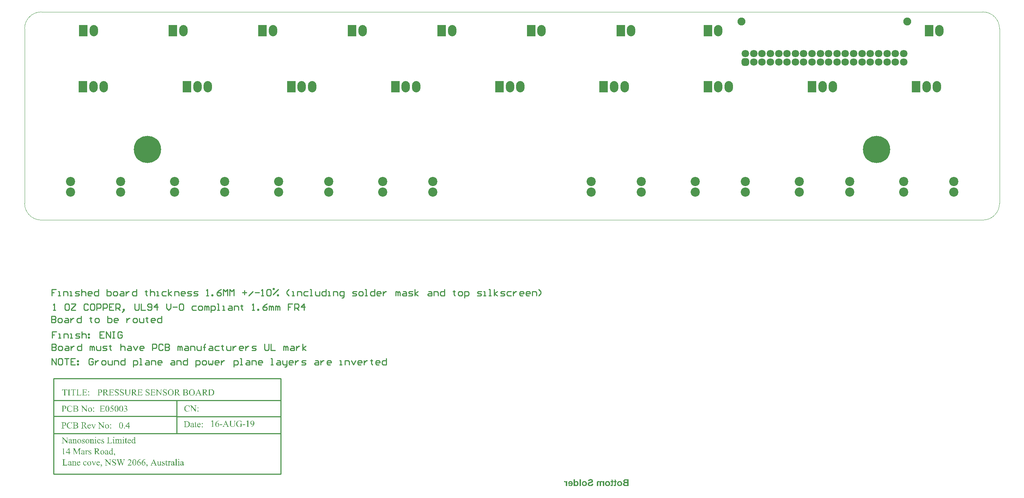
<source format=gbs>
G04 Layer_Color=16711935*
%FSLAX42Y42*%
%MOMM*%
G71*
G01*
G75*
%ADD17C,0.25*%
%ADD22C,0.10*%
%ADD48C,2.20*%
%ADD49O,2.00X2.70*%
%ADD50R,2.00X2.70*%
%ADD51C,1.90*%
%ADD52C,1.80*%
G04:AMPARAMS|DCode=53|XSize=1.8mm|YSize=1.8mm|CornerRadius=0.5mm|HoleSize=0mm|Usage=FLASHONLY|Rotation=180.000|XOffset=0mm|YOffset=0mm|HoleType=Round|Shape=RoundedRectangle|*
%AMROUNDEDRECTD53*
21,1,1.80,0.80,0,0,180.0*
21,1,0.80,1.80,0,0,180.0*
1,1,1.00,-0.40,0.40*
1,1,1.00,0.40,0.40*
1,1,1.00,0.40,-0.40*
1,1,1.00,-0.40,-0.40*
%
%ADD53ROUNDEDRECTD53*%
%ADD55C,6.55*%
G36*
X3408Y-9114D02*
X3403D01*
Y-9114D01*
Y-9113D01*
X3403Y-9113D01*
X3403Y-9111D01*
X3403Y-9109D01*
X3402Y-9106D01*
X3401Y-9102D01*
X3400Y-9098D01*
X3398Y-9094D01*
X3396Y-9091D01*
X3396Y-9090D01*
X3396Y-9089D01*
X3394Y-9088D01*
X3393Y-9086D01*
X3391Y-9084D01*
X3388Y-9082D01*
X3386Y-9079D01*
X3382Y-9077D01*
X3382Y-9077D01*
X3381Y-9076D01*
X3379Y-9076D01*
X3376Y-9075D01*
X3373Y-9074D01*
X3370Y-9073D01*
X3367Y-9072D01*
X3363Y-9072D01*
X3361D01*
X3359Y-9073D01*
X3356Y-9073D01*
X3354Y-9074D01*
X3350Y-9075D01*
X3347Y-9077D01*
X3345Y-9079D01*
X3344Y-9079D01*
X3343Y-9080D01*
X3342Y-9082D01*
X3341Y-9084D01*
X3340Y-9086D01*
X3338Y-9089D01*
X3338Y-9092D01*
X3337Y-9095D01*
Y-9095D01*
Y-9096D01*
X3338Y-9097D01*
X3338Y-9099D01*
X3338Y-9101D01*
X3339Y-9103D01*
X3340Y-9105D01*
X3342Y-9107D01*
X3342Y-9107D01*
X3343Y-9108D01*
X3343Y-9108D01*
X3344Y-9109D01*
X3345Y-9110D01*
X3347Y-9111D01*
X3348Y-9113D01*
X3350Y-9114D01*
X3353Y-9116D01*
X3355Y-9117D01*
X3358Y-9119D01*
X3361Y-9121D01*
X3365Y-9124D01*
X3369Y-9126D01*
X3374Y-9128D01*
X3374Y-9129D01*
X3375Y-9129D01*
X3376Y-9129D01*
X3377Y-9130D01*
X3379Y-9131D01*
X3380Y-9132D01*
X3385Y-9135D01*
X3389Y-9137D01*
X3394Y-9140D01*
X3398Y-9143D01*
X3400Y-9144D01*
X3401Y-9145D01*
X3402Y-9145D01*
X3403Y-9146D01*
X3404Y-9148D01*
X3406Y-9149D01*
X3408Y-9151D01*
X3410Y-9154D01*
X3412Y-9156D01*
X3413Y-9159D01*
X3413Y-9159D01*
X3414Y-9160D01*
X3415Y-9162D01*
X3415Y-9164D01*
X3416Y-9166D01*
X3417Y-9169D01*
X3417Y-9173D01*
X3417Y-9176D01*
Y-9176D01*
Y-9176D01*
Y-9177D01*
X3417Y-9178D01*
X3417Y-9180D01*
X3417Y-9182D01*
X3416Y-9185D01*
X3414Y-9190D01*
X3413Y-9192D01*
X3412Y-9195D01*
X3410Y-9197D01*
X3409Y-9199D01*
X3407Y-9202D01*
X3404Y-9204D01*
X3404Y-9204D01*
X3404Y-9205D01*
X3403Y-9205D01*
X3402Y-9206D01*
X3401Y-9207D01*
X3399Y-9208D01*
X3397Y-9209D01*
X3395Y-9210D01*
X3393Y-9211D01*
X3391Y-9212D01*
X3385Y-9214D01*
X3378Y-9216D01*
X3375Y-9216D01*
X3371Y-9216D01*
X3369D01*
X3367Y-9216D01*
X3366D01*
X3363Y-9216D01*
X3359Y-9215D01*
X3359D01*
X3359Y-9215D01*
X3358D01*
X3356Y-9214D01*
X3354Y-9214D01*
X3352Y-9213D01*
X3349Y-9212D01*
X3345Y-9211D01*
X3345Y-9211D01*
X3344Y-9211D01*
X3342Y-9210D01*
X3340Y-9209D01*
X3338Y-9209D01*
X3335Y-9208D01*
X3334Y-9208D01*
X3332Y-9208D01*
X3332D01*
X3331Y-9208D01*
X3329Y-9208D01*
X3328Y-9210D01*
X3328Y-9210D01*
X3328Y-9210D01*
X3327Y-9211D01*
X3327Y-9212D01*
X3326Y-9213D01*
X3326Y-9214D01*
X3326Y-9216D01*
X3322D01*
Y-9166D01*
X3326D01*
Y-9166D01*
X3326Y-9167D01*
Y-9168D01*
X3326Y-9169D01*
X3326Y-9170D01*
X3327Y-9172D01*
X3328Y-9175D01*
X3329Y-9179D01*
X3330Y-9183D01*
X3332Y-9187D01*
X3333Y-9190D01*
X3333Y-9190D01*
X3334Y-9191D01*
X3335Y-9193D01*
X3337Y-9194D01*
X3339Y-9197D01*
X3341Y-9199D01*
X3344Y-9201D01*
X3348Y-9203D01*
X3348D01*
X3348Y-9203D01*
X3349Y-9204D01*
X3351Y-9204D01*
X3354Y-9205D01*
X3357Y-9206D01*
X3361Y-9207D01*
X3365Y-9208D01*
X3369Y-9208D01*
X3370D01*
X3371Y-9208D01*
X3374Y-9207D01*
X3377Y-9207D01*
X3380Y-9206D01*
X3384Y-9205D01*
X3387Y-9203D01*
X3390Y-9201D01*
X3391Y-9201D01*
X3391Y-9199D01*
X3393Y-9198D01*
X3394Y-9196D01*
X3396Y-9194D01*
X3397Y-9191D01*
X3398Y-9187D01*
X3398Y-9184D01*
Y-9184D01*
Y-9183D01*
X3398Y-9182D01*
X3398Y-9180D01*
X3397Y-9179D01*
X3397Y-9177D01*
X3396Y-9175D01*
X3395Y-9173D01*
X3395Y-9173D01*
X3394Y-9172D01*
X3394Y-9171D01*
X3393Y-9170D01*
X3391Y-9168D01*
X3390Y-9166D01*
X3388Y-9165D01*
X3386Y-9163D01*
X3386Y-9163D01*
X3385Y-9162D01*
X3384Y-9161D01*
X3381Y-9160D01*
X3380Y-9159D01*
X3378Y-9158D01*
X3376Y-9157D01*
X3374Y-9156D01*
X3372Y-9154D01*
X3369Y-9153D01*
X3366Y-9151D01*
X3363Y-9149D01*
X3363Y-9149D01*
X3362Y-9149D01*
X3361Y-9148D01*
X3360Y-9147D01*
X3358Y-9146D01*
X3356Y-9145D01*
X3352Y-9143D01*
X3348Y-9141D01*
X3344Y-9138D01*
X3340Y-9135D01*
X3338Y-9134D01*
X3336Y-9132D01*
X3336Y-9132D01*
X3335Y-9131D01*
X3333Y-9130D01*
X3332Y-9128D01*
X3330Y-9126D01*
X3328Y-9124D01*
X3326Y-9121D01*
X3324Y-9119D01*
X3324Y-9118D01*
X3324Y-9117D01*
X3323Y-9116D01*
X3322Y-9114D01*
X3321Y-9111D01*
X3321Y-9108D01*
X3320Y-9106D01*
X3320Y-9102D01*
Y-9102D01*
Y-9101D01*
Y-9101D01*
X3320Y-9099D01*
X3321Y-9098D01*
X3321Y-9096D01*
X3322Y-9093D01*
X3323Y-9089D01*
X3325Y-9084D01*
X3326Y-9082D01*
X3328Y-9079D01*
X3330Y-9077D01*
X3332Y-9075D01*
X3332Y-9075D01*
X3333Y-9075D01*
X3333Y-9074D01*
X3334Y-9073D01*
X3335Y-9072D01*
X3337Y-9071D01*
X3339Y-9070D01*
X3340Y-9069D01*
X3345Y-9067D01*
X3350Y-9065D01*
X3356Y-9064D01*
X3359Y-9064D01*
X3363Y-9064D01*
X3365D01*
X3367Y-9064D01*
X3370Y-9064D01*
X3374Y-9065D01*
X3378Y-9066D01*
X3383Y-9067D01*
X3387Y-9069D01*
X3388D01*
X3388Y-9070D01*
X3389Y-9070D01*
X3391Y-9071D01*
X3394Y-9071D01*
X3395Y-9072D01*
X3396Y-9072D01*
X3396D01*
X3398Y-9072D01*
X3399Y-9071D01*
X3401Y-9070D01*
X3401Y-9070D01*
X3401Y-9070D01*
X3402Y-9069D01*
X3402Y-9068D01*
X3403Y-9067D01*
X3403Y-9065D01*
X3403Y-9064D01*
X3408D01*
Y-9114D01*
D02*
G37*
G36*
X2992D02*
X2988D01*
Y-9114D01*
Y-9113D01*
X2987Y-9113D01*
X2987Y-9111D01*
X2987Y-9109D01*
X2986Y-9106D01*
X2985Y-9102D01*
X2984Y-9098D01*
X2982Y-9094D01*
X2981Y-9091D01*
X2980Y-9090D01*
X2980Y-9089D01*
X2978Y-9088D01*
X2977Y-9086D01*
X2975Y-9084D01*
X2972Y-9082D01*
X2970Y-9079D01*
X2966Y-9077D01*
X2966Y-9077D01*
X2965Y-9076D01*
X2963Y-9076D01*
X2960Y-9075D01*
X2957Y-9074D01*
X2954Y-9073D01*
X2951Y-9072D01*
X2947Y-9072D01*
X2945D01*
X2943Y-9073D01*
X2941Y-9073D01*
X2938Y-9074D01*
X2934Y-9075D01*
X2932Y-9077D01*
X2929Y-9079D01*
X2928Y-9079D01*
X2927Y-9080D01*
X2926Y-9082D01*
X2925Y-9084D01*
X2924Y-9086D01*
X2922Y-9089D01*
X2922Y-9092D01*
X2921Y-9095D01*
Y-9095D01*
Y-9096D01*
X2922Y-9097D01*
X2922Y-9099D01*
X2922Y-9101D01*
X2923Y-9103D01*
X2924Y-9105D01*
X2926Y-9107D01*
X2926Y-9107D01*
X2927Y-9108D01*
X2927Y-9108D01*
X2928Y-9109D01*
X2929Y-9110D01*
X2931Y-9111D01*
X2932Y-9113D01*
X2934Y-9114D01*
X2937Y-9116D01*
X2939Y-9117D01*
X2942Y-9119D01*
X2946Y-9121D01*
X2949Y-9124D01*
X2953Y-9126D01*
X2958Y-9128D01*
X2958Y-9129D01*
X2959Y-9129D01*
X2960Y-9129D01*
X2961Y-9130D01*
X2963Y-9131D01*
X2964Y-9132D01*
X2969Y-9135D01*
X2974Y-9137D01*
X2978Y-9140D01*
X2982Y-9143D01*
X2984Y-9144D01*
X2985Y-9145D01*
X2986Y-9145D01*
X2987Y-9146D01*
X2988Y-9148D01*
X2990Y-9149D01*
X2992Y-9151D01*
X2994Y-9154D01*
X2996Y-9156D01*
X2997Y-9159D01*
X2997Y-9159D01*
X2998Y-9160D01*
X2999Y-9162D01*
X2999Y-9164D01*
X3000Y-9166D01*
X3001Y-9169D01*
X3001Y-9173D01*
X3001Y-9176D01*
Y-9176D01*
Y-9176D01*
Y-9177D01*
X3001Y-9178D01*
X3001Y-9180D01*
X3001Y-9182D01*
X3000Y-9185D01*
X2998Y-9190D01*
X2997Y-9192D01*
X2996Y-9195D01*
X2994Y-9197D01*
X2993Y-9199D01*
X2991Y-9202D01*
X2988Y-9204D01*
X2988Y-9204D01*
X2988Y-9205D01*
X2987Y-9205D01*
X2986Y-9206D01*
X2985Y-9207D01*
X2983Y-9208D01*
X2981Y-9209D01*
X2979Y-9210D01*
X2977Y-9211D01*
X2975Y-9212D01*
X2969Y-9214D01*
X2962Y-9216D01*
X2959Y-9216D01*
X2955Y-9216D01*
X2953D01*
X2951Y-9216D01*
X2950D01*
X2948Y-9216D01*
X2943Y-9215D01*
X2943D01*
X2943Y-9215D01*
X2942D01*
X2940Y-9214D01*
X2939Y-9214D01*
X2936Y-9213D01*
X2933Y-9212D01*
X2929Y-9211D01*
X2929Y-9211D01*
X2928Y-9211D01*
X2926Y-9210D01*
X2924Y-9209D01*
X2922Y-9209D01*
X2920Y-9208D01*
X2918Y-9208D01*
X2916Y-9208D01*
X2916D01*
X2915Y-9208D01*
X2913Y-9208D01*
X2912Y-9210D01*
X2912Y-9210D01*
X2912Y-9210D01*
X2911Y-9211D01*
X2911Y-9212D01*
X2911Y-9213D01*
X2910Y-9214D01*
X2910Y-9216D01*
X2906D01*
Y-9166D01*
X2910D01*
Y-9166D01*
X2910Y-9167D01*
Y-9168D01*
X2910Y-9169D01*
X2911Y-9170D01*
X2911Y-9172D01*
X2912Y-9175D01*
X2913Y-9179D01*
X2914Y-9183D01*
X2916Y-9187D01*
X2917Y-9190D01*
X2918Y-9190D01*
X2918Y-9191D01*
X2919Y-9193D01*
X2921Y-9194D01*
X2923Y-9197D01*
X2925Y-9199D01*
X2928Y-9201D01*
X2932Y-9203D01*
X2932D01*
X2932Y-9203D01*
X2934Y-9204D01*
X2935Y-9204D01*
X2938Y-9205D01*
X2941Y-9206D01*
X2945Y-9207D01*
X2949Y-9208D01*
X2953Y-9208D01*
X2954D01*
X2955Y-9208D01*
X2958Y-9207D01*
X2961Y-9207D01*
X2964Y-9206D01*
X2968Y-9205D01*
X2971Y-9203D01*
X2974Y-9201D01*
X2975Y-9201D01*
X2976Y-9199D01*
X2977Y-9198D01*
X2978Y-9196D01*
X2980Y-9194D01*
X2981Y-9191D01*
X2982Y-9187D01*
X2982Y-9184D01*
Y-9184D01*
Y-9183D01*
X2982Y-9182D01*
X2982Y-9180D01*
X2981Y-9179D01*
X2981Y-9177D01*
X2980Y-9175D01*
X2979Y-9173D01*
X2979Y-9173D01*
X2978Y-9172D01*
X2978Y-9171D01*
X2977Y-9170D01*
X2976Y-9168D01*
X2974Y-9166D01*
X2972Y-9165D01*
X2970Y-9163D01*
X2970Y-9163D01*
X2969Y-9162D01*
X2968Y-9161D01*
X2965Y-9160D01*
X2964Y-9159D01*
X2962Y-9158D01*
X2960Y-9157D01*
X2958Y-9156D01*
X2956Y-9154D01*
X2953Y-9153D01*
X2950Y-9151D01*
X2947Y-9149D01*
X2947Y-9149D01*
X2946Y-9149D01*
X2945Y-9148D01*
X2944Y-9147D01*
X2942Y-9146D01*
X2941Y-9145D01*
X2936Y-9143D01*
X2932Y-9141D01*
X2928Y-9138D01*
X2924Y-9135D01*
X2922Y-9134D01*
X2920Y-9132D01*
X2920Y-9132D01*
X2919Y-9131D01*
X2918Y-9130D01*
X2916Y-9128D01*
X2914Y-9126D01*
X2912Y-9124D01*
X2910Y-9121D01*
X2908Y-9119D01*
X2908Y-9118D01*
X2908Y-9117D01*
X2907Y-9116D01*
X2906Y-9114D01*
X2906Y-9111D01*
X2905Y-9108D01*
X2904Y-9106D01*
X2904Y-9102D01*
Y-9102D01*
Y-9101D01*
Y-9101D01*
X2904Y-9099D01*
X2905Y-9098D01*
X2905Y-9096D01*
X2906Y-9093D01*
X2907Y-9089D01*
X2909Y-9084D01*
X2911Y-9082D01*
X2912Y-9079D01*
X2914Y-9077D01*
X2916Y-9075D01*
X2916Y-9075D01*
X2917Y-9075D01*
X2917Y-9074D01*
X2918Y-9073D01*
X2920Y-9072D01*
X2921Y-9071D01*
X2923Y-9070D01*
X2925Y-9069D01*
X2929Y-9067D01*
X2934Y-9065D01*
X2940Y-9064D01*
X2943Y-9064D01*
X2947Y-9064D01*
X2949D01*
X2951Y-9064D01*
X2954Y-9064D01*
X2958Y-9065D01*
X2962Y-9066D01*
X2967Y-9067D01*
X2971Y-9069D01*
X2972D01*
X2972Y-9070D01*
X2974Y-9070D01*
X2975Y-9071D01*
X2978Y-9071D01*
X2979Y-9072D01*
X2980Y-9072D01*
X2981D01*
X2982Y-9072D01*
X2983Y-9071D01*
X2985Y-9070D01*
X2985Y-9070D01*
X2985Y-9070D01*
X2986Y-9069D01*
X2986Y-9068D01*
X2987Y-9067D01*
X2987Y-9065D01*
X2988Y-9064D01*
X2992D01*
Y-9114D01*
D02*
G37*
G36*
X2374D02*
X2370D01*
Y-9114D01*
Y-9113D01*
X2369Y-9113D01*
X2369Y-9111D01*
X2369Y-9109D01*
X2368Y-9106D01*
X2367Y-9102D01*
X2366Y-9098D01*
X2365Y-9094D01*
X2363Y-9091D01*
X2362Y-9090D01*
X2362Y-9089D01*
X2361Y-9088D01*
X2359Y-9086D01*
X2357Y-9084D01*
X2355Y-9082D01*
X2352Y-9079D01*
X2348Y-9077D01*
X2348Y-9077D01*
X2347Y-9076D01*
X2345Y-9076D01*
X2343Y-9075D01*
X2340Y-9074D01*
X2337Y-9073D01*
X2333Y-9072D01*
X2329Y-9072D01*
X2327D01*
X2325Y-9073D01*
X2323Y-9073D01*
X2320Y-9074D01*
X2317Y-9075D01*
X2314Y-9077D01*
X2311Y-9079D01*
X2311Y-9079D01*
X2310Y-9080D01*
X2309Y-9082D01*
X2307Y-9084D01*
X2306Y-9086D01*
X2305Y-9089D01*
X2304Y-9092D01*
X2304Y-9095D01*
Y-9095D01*
Y-9096D01*
X2304Y-9097D01*
X2304Y-9099D01*
X2305Y-9101D01*
X2305Y-9103D01*
X2306Y-9105D01*
X2308Y-9107D01*
X2309Y-9107D01*
X2309Y-9108D01*
X2309Y-9108D01*
X2310Y-9109D01*
X2311Y-9110D01*
X2313Y-9111D01*
X2315Y-9113D01*
X2317Y-9114D01*
X2319Y-9116D01*
X2321Y-9117D01*
X2324Y-9119D01*
X2328Y-9121D01*
X2331Y-9124D01*
X2335Y-9126D01*
X2340Y-9128D01*
X2340Y-9129D01*
X2341Y-9129D01*
X2342Y-9129D01*
X2343Y-9130D01*
X2345Y-9131D01*
X2347Y-9132D01*
X2351Y-9135D01*
X2356Y-9137D01*
X2360Y-9140D01*
X2364Y-9143D01*
X2366Y-9144D01*
X2368Y-9145D01*
X2368Y-9145D01*
X2369Y-9146D01*
X2370Y-9148D01*
X2372Y-9149D01*
X2374Y-9151D01*
X2376Y-9154D01*
X2378Y-9156D01*
X2379Y-9159D01*
X2380Y-9159D01*
X2380Y-9160D01*
X2381Y-9162D01*
X2381Y-9164D01*
X2382Y-9166D01*
X2383Y-9169D01*
X2383Y-9173D01*
X2383Y-9176D01*
Y-9176D01*
Y-9176D01*
Y-9177D01*
X2383Y-9178D01*
X2383Y-9180D01*
X2383Y-9182D01*
X2382Y-9185D01*
X2380Y-9190D01*
X2379Y-9192D01*
X2378Y-9195D01*
X2376Y-9197D01*
X2375Y-9199D01*
X2373Y-9202D01*
X2371Y-9204D01*
X2370Y-9204D01*
X2370Y-9205D01*
X2369Y-9205D01*
X2368Y-9206D01*
X2367Y-9207D01*
X2365Y-9208D01*
X2364Y-9209D01*
X2362Y-9210D01*
X2359Y-9211D01*
X2357Y-9212D01*
X2351Y-9214D01*
X2345Y-9216D01*
X2341Y-9216D01*
X2337Y-9216D01*
X2335D01*
X2334Y-9216D01*
X2332D01*
X2330Y-9216D01*
X2325Y-9215D01*
X2325D01*
X2325Y-9215D01*
X2324D01*
X2323Y-9214D01*
X2321Y-9214D01*
X2318Y-9213D01*
X2315Y-9212D01*
X2312Y-9211D01*
X2311Y-9211D01*
X2310Y-9211D01*
X2308Y-9210D01*
X2306Y-9209D01*
X2304Y-9209D01*
X2302Y-9208D01*
X2300Y-9208D01*
X2299Y-9208D01*
X2298D01*
X2297Y-9208D01*
X2296Y-9208D01*
X2294Y-9210D01*
X2294Y-9210D01*
X2294Y-9210D01*
X2293Y-9211D01*
X2293Y-9212D01*
X2293Y-9213D01*
X2292Y-9214D01*
X2292Y-9216D01*
X2288D01*
Y-9166D01*
X2292D01*
Y-9166D01*
X2292Y-9167D01*
Y-9168D01*
X2292Y-9169D01*
X2293Y-9170D01*
X2293Y-9172D01*
X2294Y-9175D01*
X2295Y-9179D01*
X2296Y-9183D01*
X2298Y-9187D01*
X2299Y-9190D01*
X2300Y-9190D01*
X2300Y-9191D01*
X2302Y-9193D01*
X2303Y-9194D01*
X2305Y-9197D01*
X2308Y-9199D01*
X2311Y-9201D01*
X2314Y-9203D01*
X2314D01*
X2314Y-9203D01*
X2316Y-9204D01*
X2318Y-9204D01*
X2320Y-9205D01*
X2323Y-9206D01*
X2327Y-9207D01*
X2331Y-9208D01*
X2335Y-9208D01*
X2337D01*
X2337Y-9208D01*
X2340Y-9207D01*
X2343Y-9207D01*
X2346Y-9206D01*
X2350Y-9205D01*
X2353Y-9203D01*
X2356Y-9201D01*
X2357Y-9201D01*
X2358Y-9199D01*
X2359Y-9198D01*
X2360Y-9196D01*
X2362Y-9194D01*
X2363Y-9191D01*
X2364Y-9187D01*
X2364Y-9184D01*
Y-9184D01*
Y-9183D01*
X2364Y-9182D01*
X2364Y-9180D01*
X2364Y-9179D01*
X2363Y-9177D01*
X2362Y-9175D01*
X2361Y-9173D01*
X2361Y-9173D01*
X2361Y-9172D01*
X2360Y-9171D01*
X2359Y-9170D01*
X2358Y-9168D01*
X2356Y-9166D01*
X2354Y-9165D01*
X2352Y-9163D01*
X2352Y-9163D01*
X2351Y-9162D01*
X2350Y-9161D01*
X2348Y-9160D01*
X2346Y-9159D01*
X2345Y-9158D01*
X2343Y-9157D01*
X2341Y-9156D01*
X2338Y-9154D01*
X2335Y-9153D01*
X2332Y-9151D01*
X2329Y-9149D01*
X2329Y-9149D01*
X2328Y-9149D01*
X2327Y-9148D01*
X2326Y-9147D01*
X2325Y-9146D01*
X2323Y-9145D01*
X2319Y-9143D01*
X2314Y-9141D01*
X2310Y-9138D01*
X2306Y-9135D01*
X2304Y-9134D01*
X2302Y-9132D01*
X2302Y-9132D01*
X2301Y-9131D01*
X2300Y-9130D01*
X2298Y-9128D01*
X2296Y-9126D01*
X2294Y-9124D01*
X2292Y-9121D01*
X2290Y-9119D01*
X2290Y-9118D01*
X2290Y-9117D01*
X2289Y-9116D01*
X2288Y-9114D01*
X2288Y-9111D01*
X2287Y-9108D01*
X2287Y-9106D01*
X2286Y-9102D01*
Y-9102D01*
Y-9101D01*
Y-9101D01*
X2287Y-9099D01*
X2287Y-9098D01*
X2287Y-9096D01*
X2288Y-9093D01*
X2289Y-9089D01*
X2291Y-9084D01*
X2293Y-9082D01*
X2295Y-9079D01*
X2296Y-9077D01*
X2298Y-9075D01*
X2299Y-9075D01*
X2299Y-9075D01*
X2299Y-9074D01*
X2301Y-9073D01*
X2302Y-9072D01*
X2303Y-9071D01*
X2305Y-9070D01*
X2307Y-9069D01*
X2311Y-9067D01*
X2316Y-9065D01*
X2322Y-9064D01*
X2326Y-9064D01*
X2329Y-9064D01*
X2331D01*
X2333Y-9064D01*
X2337Y-9064D01*
X2340Y-9065D01*
X2344Y-9066D01*
X2349Y-9067D01*
X2354Y-9069D01*
X2354D01*
X2355Y-9070D01*
X2356Y-9070D01*
X2357Y-9071D01*
X2360Y-9071D01*
X2361Y-9072D01*
X2362Y-9072D01*
X2363D01*
X2364Y-9072D01*
X2365Y-9071D01*
X2367Y-9070D01*
X2367Y-9070D01*
X2367Y-9070D01*
X2368Y-9069D01*
X2368Y-9068D01*
X2369Y-9067D01*
X2369Y-9065D01*
X2370Y-9064D01*
X2374D01*
Y-9114D01*
D02*
G37*
G36*
X2251D02*
X2247D01*
Y-9114D01*
Y-9113D01*
X2247Y-9113D01*
X2247Y-9111D01*
X2246Y-9109D01*
X2246Y-9106D01*
X2245Y-9102D01*
X2243Y-9098D01*
X2242Y-9094D01*
X2240Y-9091D01*
X2240Y-9090D01*
X2239Y-9089D01*
X2238Y-9088D01*
X2237Y-9086D01*
X2235Y-9084D01*
X2232Y-9082D01*
X2229Y-9079D01*
X2226Y-9077D01*
X2226Y-9077D01*
X2225Y-9076D01*
X2223Y-9076D01*
X2220Y-9075D01*
X2217Y-9074D01*
X2214Y-9073D01*
X2211Y-9072D01*
X2207Y-9072D01*
X2205D01*
X2203Y-9073D01*
X2200Y-9073D01*
X2197Y-9074D01*
X2194Y-9075D01*
X2191Y-9077D01*
X2188Y-9079D01*
X2188Y-9079D01*
X2187Y-9080D01*
X2186Y-9082D01*
X2185Y-9084D01*
X2183Y-9086D01*
X2182Y-9089D01*
X2181Y-9092D01*
X2181Y-9095D01*
Y-9095D01*
Y-9096D01*
X2181Y-9097D01*
X2182Y-9099D01*
X2182Y-9101D01*
X2183Y-9103D01*
X2184Y-9105D01*
X2186Y-9107D01*
X2186Y-9107D01*
X2187Y-9108D01*
X2187Y-9108D01*
X2188Y-9109D01*
X2189Y-9110D01*
X2191Y-9111D01*
X2192Y-9113D01*
X2194Y-9114D01*
X2197Y-9116D01*
X2199Y-9117D01*
X2202Y-9119D01*
X2205Y-9121D01*
X2209Y-9124D01*
X2213Y-9126D01*
X2218Y-9128D01*
X2218Y-9129D01*
X2218Y-9129D01*
X2220Y-9129D01*
X2221Y-9130D01*
X2222Y-9131D01*
X2224Y-9132D01*
X2229Y-9135D01*
X2233Y-9137D01*
X2238Y-9140D01*
X2242Y-9143D01*
X2244Y-9144D01*
X2245Y-9145D01*
X2246Y-9145D01*
X2247Y-9146D01*
X2248Y-9148D01*
X2250Y-9149D01*
X2252Y-9151D01*
X2253Y-9154D01*
X2255Y-9156D01*
X2257Y-9159D01*
X2257Y-9159D01*
X2258Y-9160D01*
X2258Y-9162D01*
X2259Y-9164D01*
X2260Y-9166D01*
X2260Y-9169D01*
X2261Y-9173D01*
X2261Y-9176D01*
Y-9176D01*
Y-9176D01*
Y-9177D01*
X2261Y-9178D01*
X2261Y-9180D01*
X2260Y-9182D01*
X2260Y-9185D01*
X2258Y-9190D01*
X2257Y-9192D01*
X2256Y-9195D01*
X2254Y-9197D01*
X2253Y-9199D01*
X2250Y-9202D01*
X2248Y-9204D01*
X2248Y-9204D01*
X2248Y-9205D01*
X2247Y-9205D01*
X2246Y-9206D01*
X2245Y-9207D01*
X2243Y-9208D01*
X2241Y-9209D01*
X2239Y-9210D01*
X2237Y-9211D01*
X2234Y-9212D01*
X2229Y-9214D01*
X2222Y-9216D01*
X2219Y-9216D01*
X2215Y-9216D01*
X2213D01*
X2211Y-9216D01*
X2209D01*
X2207Y-9216D01*
X2203Y-9215D01*
X2203D01*
X2202Y-9215D01*
X2201D01*
X2200Y-9214D01*
X2198Y-9214D01*
X2196Y-9213D01*
X2193Y-9212D01*
X2189Y-9211D01*
X2189Y-9211D01*
X2188Y-9211D01*
X2186Y-9210D01*
X2184Y-9209D01*
X2182Y-9209D01*
X2179Y-9208D01*
X2178Y-9208D01*
X2176Y-9208D01*
X2176D01*
X2175Y-9208D01*
X2173Y-9208D01*
X2172Y-9210D01*
X2172Y-9210D01*
X2171Y-9210D01*
X2171Y-9211D01*
X2171Y-9212D01*
X2170Y-9213D01*
X2170Y-9214D01*
X2170Y-9216D01*
X2166D01*
Y-9166D01*
X2170D01*
Y-9166D01*
X2170Y-9167D01*
Y-9168D01*
X2170Y-9169D01*
X2170Y-9170D01*
X2171Y-9172D01*
X2172Y-9175D01*
X2173Y-9179D01*
X2174Y-9183D01*
X2176Y-9187D01*
X2177Y-9190D01*
X2177Y-9190D01*
X2178Y-9191D01*
X2179Y-9193D01*
X2181Y-9194D01*
X2183Y-9197D01*
X2185Y-9199D01*
X2188Y-9201D01*
X2192Y-9203D01*
X2192D01*
X2192Y-9203D01*
X2193Y-9204D01*
X2195Y-9204D01*
X2198Y-9205D01*
X2201Y-9206D01*
X2205Y-9207D01*
X2208Y-9208D01*
X2213Y-9208D01*
X2214D01*
X2215Y-9208D01*
X2218Y-9207D01*
X2220Y-9207D01*
X2224Y-9206D01*
X2227Y-9205D01*
X2231Y-9203D01*
X2234Y-9201D01*
X2234Y-9201D01*
X2235Y-9199D01*
X2236Y-9198D01*
X2238Y-9196D01*
X2239Y-9194D01*
X2241Y-9191D01*
X2242Y-9187D01*
X2242Y-9184D01*
Y-9184D01*
Y-9183D01*
X2242Y-9182D01*
X2241Y-9180D01*
X2241Y-9179D01*
X2241Y-9177D01*
X2240Y-9175D01*
X2239Y-9173D01*
X2239Y-9173D01*
X2238Y-9172D01*
X2237Y-9171D01*
X2236Y-9170D01*
X2235Y-9168D01*
X2234Y-9166D01*
X2232Y-9165D01*
X2230Y-9163D01*
X2229Y-9163D01*
X2229Y-9162D01*
X2227Y-9161D01*
X2225Y-9160D01*
X2224Y-9159D01*
X2222Y-9158D01*
X2220Y-9157D01*
X2218Y-9156D01*
X2216Y-9154D01*
X2213Y-9153D01*
X2210Y-9151D01*
X2207Y-9149D01*
X2206Y-9149D01*
X2206Y-9149D01*
X2205Y-9148D01*
X2204Y-9147D01*
X2202Y-9146D01*
X2200Y-9145D01*
X2196Y-9143D01*
X2192Y-9141D01*
X2187Y-9138D01*
X2183Y-9135D01*
X2182Y-9134D01*
X2180Y-9132D01*
X2180Y-9132D01*
X2179Y-9131D01*
X2177Y-9130D01*
X2176Y-9128D01*
X2174Y-9126D01*
X2172Y-9124D01*
X2170Y-9121D01*
X2168Y-9119D01*
X2168Y-9118D01*
X2167Y-9117D01*
X2167Y-9116D01*
X2166Y-9114D01*
X2165Y-9111D01*
X2165Y-9108D01*
X2164Y-9106D01*
X2164Y-9102D01*
Y-9102D01*
Y-9101D01*
Y-9101D01*
X2164Y-9099D01*
X2164Y-9098D01*
X2165Y-9096D01*
X2166Y-9093D01*
X2167Y-9089D01*
X2169Y-9084D01*
X2170Y-9082D01*
X2172Y-9079D01*
X2174Y-9077D01*
X2176Y-9075D01*
X2176Y-9075D01*
X2176Y-9075D01*
X2177Y-9074D01*
X2178Y-9073D01*
X2179Y-9072D01*
X2181Y-9071D01*
X2183Y-9070D01*
X2184Y-9069D01*
X2189Y-9067D01*
X2194Y-9065D01*
X2200Y-9064D01*
X2203Y-9064D01*
X2207Y-9064D01*
X2209D01*
X2211Y-9064D01*
X2214Y-9064D01*
X2218Y-9065D01*
X2222Y-9066D01*
X2227Y-9067D01*
X2231Y-9069D01*
X2232D01*
X2232Y-9070D01*
X2233Y-9070D01*
X2235Y-9071D01*
X2237Y-9071D01*
X2239Y-9072D01*
X2240Y-9072D01*
X2240D01*
X2241Y-9072D01*
X2243Y-9071D01*
X2244Y-9070D01*
X2245Y-9070D01*
X2245Y-9070D01*
X2246Y-9069D01*
X2246Y-9068D01*
X2246Y-9067D01*
X2247Y-9065D01*
X2247Y-9064D01*
X2251D01*
Y-9114D01*
D02*
G37*
G36*
X3132Y-9099D02*
X3127D01*
Y-9099D01*
Y-9099D01*
X3127Y-9097D01*
X3126Y-9095D01*
X3126Y-9093D01*
X3125Y-9090D01*
X3124Y-9087D01*
X3123Y-9085D01*
X3122Y-9083D01*
X3122Y-9083D01*
X3122Y-9082D01*
X3121Y-9082D01*
X3120Y-9081D01*
X3119Y-9080D01*
X3118Y-9079D01*
X3116Y-9078D01*
X3114Y-9077D01*
X3114D01*
X3113Y-9076D01*
X3112Y-9076D01*
X3111Y-9076D01*
X3108Y-9075D01*
X3106Y-9075D01*
X3103Y-9075D01*
X3059D01*
Y-9132D01*
X3093D01*
X3095Y-9132D01*
X3098Y-9132D01*
X3101Y-9131D01*
X3103Y-9131D01*
X3106Y-9130D01*
X3108Y-9129D01*
X3108Y-9129D01*
X3109Y-9128D01*
X3109Y-9127D01*
X3111Y-9125D01*
X3112Y-9122D01*
X3113Y-9119D01*
X3114Y-9115D01*
X3114Y-9111D01*
X3118D01*
Y-9162D01*
X3114D01*
Y-9162D01*
Y-9162D01*
X3114Y-9160D01*
X3113Y-9158D01*
X3113Y-9156D01*
X3113Y-9154D01*
X3112Y-9152D01*
X3111Y-9150D01*
X3111Y-9148D01*
Y-9148D01*
X3110Y-9148D01*
X3109Y-9146D01*
X3109Y-9145D01*
X3107Y-9144D01*
X3106Y-9143D01*
X3104Y-9143D01*
X3104D01*
X3104Y-9142D01*
X3103Y-9142D01*
X3101Y-9141D01*
X3099Y-9141D01*
X3097Y-9141D01*
X3094Y-9140D01*
X3059D01*
Y-9189D01*
Y-9189D01*
Y-9190D01*
Y-9192D01*
Y-9194D01*
X3059Y-9196D01*
Y-9198D01*
X3059Y-9199D01*
X3060Y-9201D01*
X3060Y-9201D01*
X3060Y-9202D01*
X3061Y-9203D01*
X3062Y-9204D01*
X3063D01*
X3063Y-9204D01*
X3064Y-9204D01*
X3064D01*
X3065Y-9204D01*
X3067Y-9205D01*
X3069Y-9205D01*
X3100D01*
X3103Y-9205D01*
X3106Y-9204D01*
X3109Y-9204D01*
X3111Y-9204D01*
X3114Y-9203D01*
X3114D01*
X3115Y-9203D01*
X3116Y-9202D01*
X3117Y-9202D01*
X3119Y-9201D01*
X3121Y-9200D01*
X3123Y-9198D01*
X3125Y-9197D01*
X3125Y-9196D01*
X3126Y-9195D01*
X3127Y-9194D01*
X3129Y-9191D01*
X3131Y-9189D01*
X3133Y-9185D01*
X3136Y-9181D01*
X3138Y-9176D01*
X3143D01*
X3130Y-9213D01*
X3018D01*
Y-9209D01*
X3023D01*
X3024Y-9208D01*
X3026D01*
X3029Y-9208D01*
X3032Y-9206D01*
X3032D01*
X3033Y-9206D01*
X3034Y-9205D01*
X3036Y-9204D01*
X3037Y-9202D01*
X3037Y-9201D01*
Y-9201D01*
X3037Y-9201D01*
X3037Y-9200D01*
X3038Y-9198D01*
X3038Y-9196D01*
X3038Y-9194D01*
X3038Y-9191D01*
Y-9187D01*
Y-9092D01*
Y-9092D01*
Y-9092D01*
Y-9091D01*
Y-9090D01*
X3038Y-9088D01*
X3038Y-9085D01*
X3038Y-9082D01*
X3037Y-9079D01*
X3036Y-9077D01*
X3036Y-9076D01*
X3035Y-9075D01*
X3035Y-9075D01*
X3035Y-9075D01*
X3034Y-9074D01*
X3032Y-9073D01*
X3031Y-9072D01*
X3028Y-9072D01*
X3026Y-9071D01*
X3023Y-9071D01*
X3018D01*
Y-9067D01*
X3130D01*
X3132Y-9099D01*
D02*
G37*
G36*
X2820D02*
X2815D01*
Y-9099D01*
Y-9099D01*
X2815Y-9097D01*
X2814Y-9095D01*
X2814Y-9093D01*
X2813Y-9090D01*
X2812Y-9087D01*
X2811Y-9085D01*
X2810Y-9083D01*
X2810Y-9083D01*
X2810Y-9082D01*
X2809Y-9082D01*
X2808Y-9081D01*
X2807Y-9080D01*
X2806Y-9079D01*
X2804Y-9078D01*
X2802Y-9077D01*
X2802D01*
X2801Y-9076D01*
X2800Y-9076D01*
X2799Y-9076D01*
X2796Y-9075D01*
X2794Y-9075D01*
X2791Y-9075D01*
X2747D01*
Y-9132D01*
X2781D01*
X2783Y-9132D01*
X2786Y-9132D01*
X2789Y-9131D01*
X2791Y-9131D01*
X2794Y-9130D01*
X2796Y-9129D01*
X2796Y-9129D01*
X2796Y-9128D01*
X2797Y-9127D01*
X2799Y-9125D01*
X2800Y-9122D01*
X2801Y-9119D01*
X2801Y-9115D01*
X2802Y-9111D01*
X2806D01*
Y-9162D01*
X2802D01*
Y-9162D01*
Y-9162D01*
X2802Y-9160D01*
X2801Y-9158D01*
X2801Y-9156D01*
X2801Y-9154D01*
X2800Y-9152D01*
X2799Y-9150D01*
X2799Y-9148D01*
Y-9148D01*
X2798Y-9148D01*
X2797Y-9146D01*
X2796Y-9145D01*
X2795Y-9144D01*
X2794Y-9143D01*
X2792Y-9143D01*
X2792D01*
X2792Y-9142D01*
X2791Y-9142D01*
X2789Y-9141D01*
X2787Y-9141D01*
X2785Y-9141D01*
X2782Y-9140D01*
X2747D01*
Y-9189D01*
Y-9189D01*
Y-9190D01*
Y-9192D01*
Y-9194D01*
X2747Y-9196D01*
Y-9198D01*
X2747Y-9199D01*
X2747Y-9201D01*
X2748Y-9201D01*
X2748Y-9202D01*
X2749Y-9203D01*
X2750Y-9204D01*
X2751D01*
X2751Y-9204D01*
X2752Y-9204D01*
X2752D01*
X2753Y-9204D01*
X2755Y-9205D01*
X2757Y-9205D01*
X2788D01*
X2791Y-9205D01*
X2794Y-9204D01*
X2796Y-9204D01*
X2799Y-9204D01*
X2802Y-9203D01*
X2802D01*
X2803Y-9203D01*
X2804Y-9202D01*
X2805Y-9202D01*
X2807Y-9201D01*
X2809Y-9200D01*
X2810Y-9198D01*
X2813Y-9197D01*
X2813Y-9196D01*
X2814Y-9195D01*
X2815Y-9194D01*
X2817Y-9191D01*
X2819Y-9189D01*
X2821Y-9185D01*
X2824Y-9181D01*
X2826Y-9176D01*
X2831D01*
X2818Y-9213D01*
X2705D01*
Y-9209D01*
X2711D01*
X2712Y-9208D01*
X2714D01*
X2717Y-9208D01*
X2720Y-9206D01*
X2720D01*
X2721Y-9206D01*
X2722Y-9205D01*
X2724Y-9204D01*
X2724Y-9202D01*
X2725Y-9201D01*
Y-9201D01*
X2725Y-9201D01*
X2725Y-9200D01*
X2726Y-9198D01*
X2726Y-9196D01*
X2726Y-9194D01*
X2726Y-9191D01*
Y-9187D01*
Y-9092D01*
Y-9092D01*
Y-9092D01*
Y-9091D01*
Y-9090D01*
X2726Y-9088D01*
X2726Y-9085D01*
X2726Y-9082D01*
X2725Y-9079D01*
X2724Y-9077D01*
X2724Y-9076D01*
X2723Y-9075D01*
X2723Y-9075D01*
X2723Y-9075D01*
X2722Y-9074D01*
X2720Y-9073D01*
X2719Y-9072D01*
X2716Y-9072D01*
X2714Y-9071D01*
X2710Y-9071D01*
X2705D01*
Y-9067D01*
X2818D01*
X2820Y-9099D01*
D02*
G37*
G36*
X2134D02*
X2130D01*
Y-9099D01*
Y-9099D01*
X2130Y-9097D01*
X2129Y-9095D01*
X2129Y-9093D01*
X2128Y-9090D01*
X2127Y-9087D01*
X2126Y-9085D01*
X2125Y-9083D01*
X2125Y-9083D01*
X2124Y-9082D01*
X2124Y-9082D01*
X2123Y-9081D01*
X2122Y-9080D01*
X2120Y-9079D01*
X2119Y-9078D01*
X2117Y-9077D01*
X2117D01*
X2116Y-9076D01*
X2115Y-9076D01*
X2113Y-9076D01*
X2111Y-9075D01*
X2109Y-9075D01*
X2106Y-9075D01*
X2062D01*
Y-9132D01*
X2096D01*
X2098Y-9132D01*
X2101Y-9132D01*
X2103Y-9131D01*
X2106Y-9131D01*
X2109Y-9130D01*
X2110Y-9129D01*
X2111Y-9129D01*
X2111Y-9128D01*
X2112Y-9127D01*
X2113Y-9125D01*
X2115Y-9122D01*
X2115Y-9119D01*
X2116Y-9115D01*
X2117Y-9111D01*
X2121D01*
Y-9162D01*
X2117D01*
Y-9162D01*
Y-9162D01*
X2117Y-9160D01*
X2116Y-9158D01*
X2116Y-9156D01*
X2115Y-9154D01*
X2115Y-9152D01*
X2114Y-9150D01*
X2114Y-9148D01*
Y-9148D01*
X2113Y-9148D01*
X2112Y-9146D01*
X2111Y-9145D01*
X2110Y-9144D01*
X2109Y-9143D01*
X2107Y-9143D01*
X2107D01*
X2106Y-9142D01*
X2106Y-9142D01*
X2104Y-9141D01*
X2102Y-9141D01*
X2100Y-9141D01*
X2097Y-9140D01*
X2062D01*
Y-9189D01*
Y-9189D01*
Y-9190D01*
Y-9192D01*
Y-9194D01*
X2062Y-9196D01*
Y-9198D01*
X2062Y-9199D01*
X2062Y-9201D01*
X2063Y-9201D01*
X2063Y-9202D01*
X2064Y-9203D01*
X2065Y-9204D01*
X2066D01*
X2066Y-9204D01*
X2066Y-9204D01*
X2067D01*
X2068Y-9204D01*
X2070Y-9205D01*
X2072Y-9205D01*
X2103D01*
X2106Y-9205D01*
X2108Y-9204D01*
X2111Y-9204D01*
X2114Y-9204D01*
X2117Y-9203D01*
X2117D01*
X2117Y-9203D01*
X2119Y-9202D01*
X2120Y-9202D01*
X2122Y-9201D01*
X2124Y-9200D01*
X2125Y-9198D01*
X2127Y-9197D01*
X2128Y-9196D01*
X2129Y-9195D01*
X2130Y-9194D01*
X2132Y-9191D01*
X2134Y-9189D01*
X2136Y-9185D01*
X2138Y-9181D01*
X2141Y-9176D01*
X2145D01*
X2133Y-9213D01*
X2020D01*
Y-9209D01*
X2026D01*
X2027Y-9208D01*
X2029D01*
X2032Y-9208D01*
X2035Y-9206D01*
X2035D01*
X2036Y-9206D01*
X2037Y-9205D01*
X2039Y-9204D01*
X2039Y-9202D01*
X2040Y-9201D01*
Y-9201D01*
X2040Y-9201D01*
X2040Y-9200D01*
X2040Y-9198D01*
X2041Y-9196D01*
X2041Y-9194D01*
X2041Y-9191D01*
Y-9187D01*
Y-9092D01*
Y-9092D01*
Y-9092D01*
Y-9091D01*
Y-9090D01*
X2041Y-9088D01*
X2041Y-9085D01*
X2040Y-9082D01*
X2040Y-9079D01*
X2039Y-9077D01*
X2039Y-9076D01*
X2038Y-9075D01*
X2038Y-9075D01*
X2038Y-9075D01*
X2037Y-9074D01*
X2035Y-9073D01*
X2033Y-9072D01*
X2031Y-9072D01*
X2029Y-9071D01*
X2025Y-9071D01*
X2020D01*
Y-9067D01*
X2133D01*
X2134Y-9099D01*
D02*
G37*
G36*
X1491D02*
X1487D01*
Y-9099D01*
Y-9099D01*
X1486Y-9097D01*
X1486Y-9095D01*
X1485Y-9093D01*
X1485Y-9090D01*
X1484Y-9087D01*
X1483Y-9085D01*
X1482Y-9083D01*
X1481Y-9083D01*
X1481Y-9082D01*
X1480Y-9082D01*
X1480Y-9081D01*
X1478Y-9080D01*
X1477Y-9079D01*
X1475Y-9078D01*
X1473Y-9077D01*
X1473D01*
X1473Y-9076D01*
X1471Y-9076D01*
X1470Y-9076D01*
X1468Y-9075D01*
X1465Y-9075D01*
X1462Y-9075D01*
X1418D01*
Y-9132D01*
X1453D01*
X1455Y-9132D01*
X1457Y-9132D01*
X1460Y-9131D01*
X1463Y-9131D01*
X1465Y-9130D01*
X1467Y-9129D01*
X1467Y-9129D01*
X1468Y-9128D01*
X1469Y-9127D01*
X1470Y-9125D01*
X1471Y-9122D01*
X1472Y-9119D01*
X1473Y-9115D01*
X1473Y-9111D01*
X1478D01*
Y-9162D01*
X1473D01*
Y-9162D01*
Y-9162D01*
X1473Y-9160D01*
X1473Y-9158D01*
X1473Y-9156D01*
X1472Y-9154D01*
X1471Y-9152D01*
X1471Y-9150D01*
X1470Y-9148D01*
Y-9148D01*
X1470Y-9148D01*
X1469Y-9146D01*
X1468Y-9145D01*
X1467Y-9144D01*
X1466Y-9143D01*
X1464Y-9143D01*
X1464D01*
X1463Y-9142D01*
X1462Y-9142D01*
X1461Y-9141D01*
X1459Y-9141D01*
X1457Y-9141D01*
X1454Y-9140D01*
X1418D01*
Y-9189D01*
Y-9189D01*
Y-9190D01*
Y-9192D01*
Y-9194D01*
X1419Y-9196D01*
Y-9198D01*
X1419Y-9199D01*
X1419Y-9201D01*
X1419Y-9201D01*
X1420Y-9202D01*
X1421Y-9203D01*
X1422Y-9204D01*
X1422D01*
X1422Y-9204D01*
X1423Y-9204D01*
X1424D01*
X1425Y-9204D01*
X1427Y-9205D01*
X1428Y-9205D01*
X1459D01*
X1462Y-9205D01*
X1465Y-9204D01*
X1468Y-9204D01*
X1471Y-9204D01*
X1473Y-9203D01*
X1473D01*
X1474Y-9203D01*
X1475Y-9202D01*
X1477Y-9202D01*
X1478Y-9201D01*
X1480Y-9200D01*
X1482Y-9198D01*
X1484Y-9197D01*
X1484Y-9196D01*
X1485Y-9195D01*
X1487Y-9194D01*
X1488Y-9191D01*
X1490Y-9189D01*
X1493Y-9185D01*
X1495Y-9181D01*
X1498Y-9176D01*
X1502D01*
X1490Y-9213D01*
X1377D01*
Y-9209D01*
X1383D01*
X1384Y-9208D01*
X1385D01*
X1388Y-9208D01*
X1392Y-9206D01*
X1392D01*
X1392Y-9206D01*
X1394Y-9205D01*
X1395Y-9204D01*
X1396Y-9202D01*
X1396Y-9201D01*
Y-9201D01*
X1397Y-9201D01*
X1397Y-9200D01*
X1397Y-9198D01*
X1397Y-9196D01*
X1398Y-9194D01*
X1398Y-9191D01*
Y-9187D01*
Y-9092D01*
Y-9092D01*
Y-9092D01*
Y-9091D01*
Y-9090D01*
X1398Y-9088D01*
X1397Y-9085D01*
X1397Y-9082D01*
X1397Y-9079D01*
X1396Y-9077D01*
X1395Y-9076D01*
X1395Y-9075D01*
X1395Y-9075D01*
X1394Y-9075D01*
X1393Y-9074D01*
X1392Y-9073D01*
X1390Y-9072D01*
X1388Y-9072D01*
X1385Y-9071D01*
X1382Y-9071D01*
X1377D01*
Y-9067D01*
X1490D01*
X1491Y-9099D01*
D02*
G37*
G36*
X1232Y-9101D02*
X1228D01*
Y-9101D01*
X1228Y-9099D01*
X1228Y-9098D01*
X1227Y-9096D01*
X1226Y-9092D01*
X1226Y-9090D01*
X1225Y-9088D01*
X1225Y-9088D01*
X1224Y-9087D01*
X1224Y-9086D01*
X1222Y-9085D01*
X1221Y-9083D01*
X1220Y-9082D01*
X1218Y-9080D01*
X1216Y-9079D01*
X1216Y-9079D01*
X1215Y-9079D01*
X1214Y-9078D01*
X1212Y-9078D01*
X1210Y-9077D01*
X1207Y-9076D01*
X1205Y-9076D01*
X1201Y-9076D01*
X1181D01*
Y-9187D01*
Y-9188D01*
Y-9188D01*
Y-9189D01*
Y-9190D01*
X1181Y-9192D01*
X1182Y-9195D01*
X1182Y-9198D01*
X1182Y-9200D01*
X1183Y-9203D01*
X1183Y-9204D01*
X1184Y-9204D01*
X1184Y-9205D01*
X1184Y-9205D01*
X1186Y-9206D01*
X1187Y-9206D01*
X1189Y-9207D01*
X1191Y-9208D01*
X1193Y-9208D01*
X1196Y-9209D01*
X1202D01*
Y-9213D01*
X1140D01*
Y-9209D01*
X1147D01*
X1148Y-9208D01*
X1150Y-9208D01*
X1152Y-9207D01*
X1154Y-9206D01*
X1156Y-9205D01*
X1158Y-9203D01*
X1158Y-9203D01*
X1158Y-9203D01*
X1159Y-9201D01*
X1159Y-9200D01*
X1160Y-9198D01*
X1160Y-9195D01*
X1161Y-9192D01*
Y-9187D01*
Y-9076D01*
X1140D01*
X1137Y-9076D01*
X1133Y-9077D01*
X1130Y-9077D01*
X1128Y-9078D01*
X1128D01*
X1128Y-9078D01*
X1126Y-9078D01*
X1125Y-9079D01*
X1124Y-9080D01*
X1122Y-9082D01*
X1120Y-9083D01*
X1119Y-9085D01*
X1119Y-9086D01*
X1118Y-9087D01*
X1117Y-9088D01*
X1117Y-9089D01*
X1116Y-9092D01*
X1115Y-9094D01*
X1115Y-9098D01*
X1114Y-9101D01*
X1110D01*
X1112Y-9067D01*
X1231D01*
X1232Y-9101D01*
D02*
G37*
G36*
X1024D02*
X1020D01*
Y-9101D01*
X1020Y-9099D01*
X1020Y-9098D01*
X1019Y-9096D01*
X1018Y-9092D01*
X1018Y-9090D01*
X1017Y-9088D01*
X1017Y-9088D01*
X1016Y-9087D01*
X1016Y-9086D01*
X1014Y-9085D01*
X1013Y-9083D01*
X1012Y-9082D01*
X1010Y-9080D01*
X1008Y-9079D01*
X1008Y-9079D01*
X1007Y-9079D01*
X1006Y-9078D01*
X1004Y-9078D01*
X1002Y-9077D01*
X1000Y-9076D01*
X997Y-9076D01*
X993Y-9076D01*
X973D01*
Y-9187D01*
Y-9188D01*
Y-9188D01*
Y-9189D01*
Y-9190D01*
X973Y-9192D01*
X974Y-9195D01*
X974Y-9198D01*
X974Y-9200D01*
X975Y-9203D01*
X975Y-9204D01*
X976Y-9204D01*
X976Y-9205D01*
X976Y-9205D01*
X978Y-9206D01*
X979Y-9206D01*
X981Y-9207D01*
X983Y-9208D01*
X986Y-9208D01*
X988Y-9209D01*
X994D01*
Y-9213D01*
X932D01*
Y-9209D01*
X939D01*
X940Y-9208D01*
X942Y-9208D01*
X944Y-9207D01*
X946Y-9206D01*
X948Y-9205D01*
X950Y-9203D01*
X950Y-9203D01*
X951Y-9203D01*
X951Y-9201D01*
X951Y-9200D01*
X952Y-9198D01*
X952Y-9195D01*
X953Y-9192D01*
Y-9187D01*
Y-9076D01*
X932D01*
X929Y-9076D01*
X925Y-9077D01*
X922Y-9077D01*
X920Y-9078D01*
X920D01*
X920Y-9078D01*
X918Y-9078D01*
X917Y-9079D01*
X916Y-9080D01*
X914Y-9082D01*
X912Y-9083D01*
X911Y-9085D01*
X911Y-9086D01*
X910Y-9087D01*
X909Y-9088D01*
X909Y-9089D01*
X908Y-9092D01*
X907Y-9094D01*
X907Y-9098D01*
X906Y-9101D01*
X902D01*
X904Y-9067D01*
X1023D01*
X1024Y-9101D01*
D02*
G37*
G36*
X1540Y-9112D02*
X1541Y-9112D01*
X1542Y-9112D01*
X1544Y-9113D01*
X1545Y-9114D01*
X1547Y-9115D01*
X1547Y-9115D01*
X1547Y-9116D01*
X1548Y-9116D01*
X1548Y-9117D01*
X1550Y-9120D01*
X1550Y-9122D01*
X1550Y-9123D01*
Y-9124D01*
Y-9124D01*
X1550Y-9125D01*
X1550Y-9126D01*
X1549Y-9128D01*
X1549Y-9129D01*
X1548Y-9131D01*
X1547Y-9132D01*
X1546Y-9132D01*
X1546Y-9132D01*
X1545Y-9133D01*
X1544Y-9134D01*
X1542Y-9135D01*
X1540Y-9135D01*
X1538Y-9135D01*
X1537D01*
X1536Y-9135D01*
X1535Y-9135D01*
X1534Y-9134D01*
X1533Y-9134D01*
X1531Y-9133D01*
X1530Y-9132D01*
X1529Y-9132D01*
X1529Y-9131D01*
X1529Y-9131D01*
X1528Y-9129D01*
X1527Y-9128D01*
X1527Y-9127D01*
X1527Y-9125D01*
X1526Y-9123D01*
Y-9123D01*
Y-9122D01*
X1527Y-9122D01*
X1527Y-9120D01*
X1527Y-9119D01*
X1528Y-9118D01*
X1529Y-9116D01*
X1530Y-9115D01*
X1530Y-9115D01*
X1530Y-9114D01*
X1531Y-9114D01*
X1532Y-9113D01*
X1533Y-9113D01*
X1535Y-9112D01*
X1536Y-9112D01*
X1538Y-9111D01*
X1539D01*
X1540Y-9112D01*
D02*
G37*
G36*
X1809Y-9067D02*
X1811D01*
X1815Y-9067D01*
X1820Y-9068D01*
X1825Y-9069D01*
X1830Y-9070D01*
X1835Y-9071D01*
X1835D01*
X1835Y-9071D01*
X1836Y-9072D01*
X1839Y-9073D01*
X1841Y-9074D01*
X1844Y-9076D01*
X1847Y-9078D01*
X1851Y-9081D01*
X1854Y-9085D01*
X1854Y-9085D01*
X1855Y-9086D01*
X1856Y-9088D01*
X1858Y-9091D01*
X1859Y-9094D01*
X1860Y-9098D01*
X1861Y-9103D01*
X1861Y-9107D01*
Y-9108D01*
Y-9108D01*
Y-9109D01*
X1861Y-9110D01*
X1861Y-9112D01*
X1861Y-9114D01*
X1860Y-9118D01*
X1858Y-9122D01*
X1856Y-9127D01*
X1855Y-9129D01*
X1854Y-9132D01*
X1851Y-9134D01*
X1849Y-9136D01*
X1849Y-9137D01*
X1849Y-9137D01*
X1848Y-9137D01*
X1847Y-9138D01*
X1846Y-9139D01*
X1845Y-9140D01*
X1843Y-9141D01*
X1841Y-9142D01*
X1839Y-9143D01*
X1836Y-9144D01*
X1833Y-9145D01*
X1830Y-9146D01*
X1827Y-9146D01*
X1824Y-9147D01*
X1820Y-9147D01*
X1816Y-9148D01*
X1813D01*
X1811Y-9147D01*
X1809D01*
X1805Y-9147D01*
X1805D01*
X1804Y-9147D01*
X1802D01*
X1801Y-9146D01*
X1799Y-9146D01*
X1797Y-9145D01*
X1792Y-9145D01*
Y-9187D01*
Y-9187D01*
Y-9188D01*
Y-9188D01*
Y-9189D01*
X1792Y-9192D01*
X1792Y-9194D01*
X1793Y-9197D01*
X1793Y-9200D01*
X1794Y-9202D01*
X1794Y-9204D01*
X1795Y-9204D01*
X1795Y-9204D01*
X1795Y-9205D01*
X1797Y-9206D01*
X1798Y-9206D01*
X1800Y-9207D01*
X1802Y-9208D01*
X1804Y-9208D01*
X1807Y-9209D01*
X1813D01*
Y-9213D01*
X1751D01*
Y-9209D01*
X1758D01*
X1759Y-9208D01*
X1761Y-9208D01*
X1763Y-9207D01*
X1765Y-9206D01*
X1767Y-9205D01*
X1769Y-9203D01*
Y-9203D01*
X1770Y-9202D01*
X1770Y-9201D01*
X1770Y-9200D01*
X1771Y-9197D01*
X1771Y-9195D01*
X1771Y-9191D01*
Y-9187D01*
Y-9093D01*
Y-9092D01*
Y-9092D01*
Y-9091D01*
Y-9090D01*
X1771Y-9088D01*
X1771Y-9085D01*
X1771Y-9082D01*
X1770Y-9080D01*
X1769Y-9077D01*
X1769Y-9076D01*
X1768Y-9076D01*
X1768Y-9075D01*
X1768Y-9075D01*
X1767Y-9074D01*
X1765Y-9073D01*
X1763Y-9073D01*
X1761Y-9072D01*
X1759Y-9071D01*
X1756Y-9071D01*
X1751D01*
Y-9067D01*
X1807D01*
X1809Y-9067D01*
D02*
G37*
G36*
X3304Y-9071D02*
X3297D01*
X3295Y-9071D01*
X3293Y-9072D01*
X3291Y-9072D01*
X3289Y-9073D01*
X3287Y-9075D01*
X3285Y-9077D01*
Y-9077D01*
X3285Y-9077D01*
X3284Y-9078D01*
X3284Y-9080D01*
X3284Y-9082D01*
X3283Y-9085D01*
X3283Y-9088D01*
Y-9092D01*
Y-9215D01*
X3279D01*
X3183Y-9098D01*
Y-9187D01*
Y-9188D01*
Y-9188D01*
Y-9189D01*
Y-9190D01*
X3183Y-9192D01*
X3183Y-9195D01*
X3184Y-9198D01*
X3184Y-9200D01*
X3185Y-9203D01*
X3185Y-9204D01*
X3186Y-9204D01*
X3186Y-9205D01*
X3186Y-9205D01*
X3187Y-9206D01*
X3189Y-9206D01*
X3191Y-9207D01*
X3193Y-9208D01*
X3195Y-9208D01*
X3198Y-9209D01*
X3204D01*
Y-9213D01*
X3153D01*
Y-9209D01*
X3159D01*
X3161Y-9208D01*
X3163Y-9208D01*
X3165Y-9207D01*
X3167Y-9206D01*
X3169Y-9205D01*
X3171Y-9203D01*
X3171Y-9203D01*
X3171Y-9203D01*
X3172Y-9201D01*
X3172Y-9200D01*
X3173Y-9198D01*
X3173Y-9195D01*
X3173Y-9192D01*
Y-9187D01*
Y-9086D01*
X3173Y-9086D01*
X3172Y-9085D01*
X3171Y-9084D01*
X3170Y-9082D01*
X3166Y-9079D01*
X3165Y-9078D01*
X3163Y-9077D01*
X3163Y-9076D01*
X3163Y-9076D01*
X3162Y-9076D01*
X3161Y-9075D01*
X3160Y-9074D01*
X3158Y-9074D01*
X3156Y-9073D01*
X3154Y-9072D01*
X3154D01*
X3153Y-9072D01*
X3153Y-9072D01*
X3152Y-9071D01*
X3150D01*
X3149Y-9071D01*
X3147Y-9071D01*
X3145D01*
Y-9067D01*
X3184D01*
X3273Y-9176D01*
Y-9092D01*
Y-9092D01*
Y-9092D01*
Y-9091D01*
Y-9090D01*
X3273Y-9088D01*
X3273Y-9085D01*
X3273Y-9082D01*
X3272Y-9080D01*
X3271Y-9077D01*
X3271Y-9076D01*
X3270Y-9075D01*
X3270Y-9075D01*
X3270Y-9075D01*
X3268Y-9074D01*
X3267Y-9073D01*
X3265Y-9072D01*
X3263Y-9072D01*
X3261Y-9071D01*
X3258Y-9071D01*
X3253D01*
Y-9067D01*
X3304D01*
Y-9071D01*
D02*
G37*
G36*
X2552D02*
X2545D01*
X2543Y-9071D01*
X2541Y-9072D01*
X2539Y-9073D01*
X2537Y-9074D01*
X2535Y-9076D01*
X2533Y-9078D01*
Y-9078D01*
X2533Y-9079D01*
X2532Y-9080D01*
X2532Y-9081D01*
X2532Y-9083D01*
X2531Y-9086D01*
X2531Y-9089D01*
Y-9094D01*
Y-9153D01*
Y-9153D01*
Y-9154D01*
Y-9155D01*
Y-9156D01*
X2531Y-9158D01*
Y-9160D01*
X2530Y-9163D01*
Y-9165D01*
X2530Y-9171D01*
X2529Y-9176D01*
X2528Y-9182D01*
X2527Y-9185D01*
X2526Y-9187D01*
Y-9187D01*
X2526Y-9187D01*
X2526Y-9188D01*
X2526Y-9189D01*
X2524Y-9191D01*
X2523Y-9194D01*
X2520Y-9197D01*
X2517Y-9201D01*
X2514Y-9204D01*
X2509Y-9208D01*
X2509D01*
X2509Y-9208D01*
X2508Y-9208D01*
X2507Y-9209D01*
X2506Y-9210D01*
X2504Y-9210D01*
X2502Y-9211D01*
X2500Y-9212D01*
X2498Y-9213D01*
X2495Y-9213D01*
X2492Y-9214D01*
X2489Y-9215D01*
X2486Y-9215D01*
X2482Y-9216D01*
X2479Y-9216D01*
X2472D01*
X2471Y-9216D01*
X2469D01*
X2467Y-9216D01*
X2464Y-9215D01*
X2461Y-9215D01*
X2455Y-9214D01*
X2449Y-9213D01*
X2444Y-9211D01*
X2441Y-9209D01*
X2438Y-9208D01*
X2438D01*
X2438Y-9208D01*
X2437Y-9207D01*
X2436Y-9206D01*
X2434Y-9205D01*
X2432Y-9202D01*
X2429Y-9199D01*
X2426Y-9195D01*
X2423Y-9191D01*
X2421Y-9186D01*
Y-9185D01*
X2421Y-9185D01*
Y-9185D01*
X2421Y-9184D01*
X2420Y-9183D01*
X2420Y-9181D01*
X2420Y-9180D01*
X2419Y-9178D01*
X2419Y-9175D01*
X2419Y-9173D01*
X2418Y-9170D01*
X2418Y-9166D01*
X2418Y-9163D01*
Y-9159D01*
X2418Y-9155D01*
Y-9150D01*
Y-9093D01*
Y-9092D01*
Y-9092D01*
Y-9091D01*
Y-9090D01*
X2417Y-9088D01*
X2417Y-9085D01*
X2417Y-9082D01*
X2416Y-9080D01*
X2415Y-9077D01*
X2414Y-9075D01*
X2414Y-9075D01*
X2413Y-9075D01*
X2412Y-9074D01*
X2411Y-9073D01*
X2409Y-9072D01*
X2407Y-9072D01*
X2405Y-9071D01*
X2402Y-9071D01*
X2396D01*
Y-9067D01*
X2459D01*
Y-9071D01*
X2452D01*
X2451Y-9071D01*
X2449Y-9072D01*
X2446Y-9072D01*
X2444Y-9073D01*
X2442Y-9075D01*
X2441Y-9077D01*
Y-9077D01*
X2440Y-9078D01*
X2440Y-9079D01*
X2439Y-9080D01*
X2439Y-9082D01*
X2439Y-9085D01*
X2438Y-9089D01*
X2438Y-9093D01*
Y-9156D01*
Y-9157D01*
Y-9158D01*
Y-9160D01*
X2438Y-9162D01*
Y-9165D01*
X2439Y-9168D01*
X2439Y-9172D01*
X2439Y-9176D01*
Y-9176D01*
Y-9176D01*
X2440Y-9178D01*
X2440Y-9180D01*
X2441Y-9182D01*
X2442Y-9185D01*
X2443Y-9188D01*
X2444Y-9190D01*
X2445Y-9193D01*
X2445Y-9193D01*
X2446Y-9194D01*
X2447Y-9195D01*
X2448Y-9197D01*
X2450Y-9198D01*
X2452Y-9200D01*
X2454Y-9201D01*
X2457Y-9203D01*
X2458Y-9203D01*
X2458Y-9204D01*
X2460Y-9204D01*
X2462Y-9205D01*
X2465Y-9206D01*
X2468Y-9206D01*
X2472Y-9207D01*
X2476Y-9207D01*
X2479D01*
X2480Y-9207D01*
X2481D01*
X2485Y-9206D01*
X2488Y-9205D01*
X2493Y-9204D01*
X2497Y-9203D01*
X2502Y-9201D01*
X2502D01*
X2502Y-9201D01*
X2503Y-9200D01*
X2505Y-9198D01*
X2508Y-9197D01*
X2510Y-9194D01*
X2513Y-9191D01*
X2515Y-9188D01*
X2517Y-9185D01*
Y-9185D01*
X2517Y-9184D01*
X2518Y-9184D01*
X2518Y-9183D01*
X2518Y-9182D01*
X2519Y-9180D01*
X2519Y-9179D01*
X2519Y-9177D01*
X2520Y-9175D01*
X2520Y-9172D01*
X2521Y-9170D01*
X2521Y-9167D01*
X2521Y-9164D01*
X2521Y-9160D01*
X2521Y-9156D01*
Y-9152D01*
Y-9093D01*
Y-9092D01*
Y-9092D01*
Y-9091D01*
Y-9090D01*
X2521Y-9088D01*
X2521Y-9085D01*
X2521Y-9082D01*
X2520Y-9080D01*
X2519Y-9077D01*
X2519Y-9076D01*
X2518Y-9076D01*
X2518Y-9075D01*
X2518Y-9075D01*
X2516Y-9074D01*
X2515Y-9073D01*
X2514Y-9073D01*
X2512Y-9072D01*
X2509Y-9071D01*
X2506Y-9071D01*
X2501D01*
Y-9067D01*
X2552D01*
Y-9071D01*
D02*
G37*
G36*
X4473Y-9067D02*
X4476Y-9067D01*
X4479Y-9068D01*
X4483Y-9068D01*
X4491Y-9069D01*
X4499Y-9070D01*
X4507Y-9072D01*
X4511Y-9073D01*
X4514Y-9074D01*
X4514D01*
X4515Y-9075D01*
X4516Y-9075D01*
X4517Y-9076D01*
X4518Y-9077D01*
X4520Y-9078D01*
X4524Y-9080D01*
X4528Y-9084D01*
X4533Y-9088D01*
X4537Y-9093D01*
X4539Y-9096D01*
X4542Y-9099D01*
X4542Y-9099D01*
X4542Y-9100D01*
X4542Y-9101D01*
X4543Y-9102D01*
X4544Y-9104D01*
X4545Y-9106D01*
X4546Y-9108D01*
X4547Y-9111D01*
X4548Y-9113D01*
X4549Y-9117D01*
X4549Y-9120D01*
X4550Y-9123D01*
X4551Y-9131D01*
X4552Y-9135D01*
Y-9139D01*
Y-9140D01*
Y-9141D01*
X4552Y-9142D01*
Y-9144D01*
X4551Y-9147D01*
X4551Y-9150D01*
X4550Y-9153D01*
X4550Y-9157D01*
X4549Y-9161D01*
X4547Y-9165D01*
X4546Y-9169D01*
X4544Y-9173D01*
X4542Y-9178D01*
X4539Y-9182D01*
X4537Y-9186D01*
X4533Y-9190D01*
X4533Y-9190D01*
X4532Y-9191D01*
X4531Y-9192D01*
X4530Y-9194D01*
X4527Y-9195D01*
X4525Y-9197D01*
X4521Y-9199D01*
X4518Y-9201D01*
X4514Y-9204D01*
X4509Y-9206D01*
X4504Y-9208D01*
X4498Y-9209D01*
X4492Y-9211D01*
X4485Y-9212D01*
X4478Y-9213D01*
X4470Y-9213D01*
X4405D01*
Y-9209D01*
X4412D01*
X4414Y-9208D01*
X4416Y-9208D01*
X4418Y-9207D01*
X4420Y-9206D01*
X4422Y-9205D01*
X4424Y-9203D01*
X4424Y-9203D01*
X4424Y-9202D01*
X4425Y-9201D01*
X4425Y-9200D01*
X4425Y-9197D01*
X4426Y-9195D01*
X4426Y-9191D01*
Y-9187D01*
Y-9093D01*
Y-9092D01*
Y-9092D01*
Y-9091D01*
Y-9090D01*
X4426Y-9088D01*
X4426Y-9085D01*
X4425Y-9082D01*
X4425Y-9080D01*
X4424Y-9077D01*
X4423Y-9076D01*
X4423Y-9076D01*
X4423Y-9075D01*
X4422Y-9075D01*
X4421Y-9074D01*
X4420Y-9073D01*
X4418Y-9073D01*
X4416Y-9072D01*
X4414Y-9071D01*
X4411Y-9071D01*
X4405D01*
Y-9067D01*
X4470D01*
X4473Y-9067D01*
D02*
G37*
G36*
X4319D02*
X4322D01*
X4324Y-9067D01*
X4330Y-9068D01*
X4336Y-9068D01*
X4341Y-9069D01*
X4343Y-9070D01*
X4346Y-9071D01*
X4346D01*
X4346Y-9071D01*
X4347Y-9071D01*
X4349Y-9072D01*
X4352Y-9073D01*
X4355Y-9075D01*
X4358Y-9077D01*
X4361Y-9080D01*
X4364Y-9083D01*
X4364Y-9083D01*
X4365Y-9085D01*
X4367Y-9087D01*
X4368Y-9089D01*
X4369Y-9092D01*
X4371Y-9096D01*
X4372Y-9100D01*
X4372Y-9105D01*
Y-9105D01*
Y-9105D01*
Y-9106D01*
X4372Y-9107D01*
X4371Y-9109D01*
X4371Y-9113D01*
X4370Y-9116D01*
X4368Y-9120D01*
X4366Y-9124D01*
X4363Y-9128D01*
X4363Y-9128D01*
X4362Y-9129D01*
X4359Y-9131D01*
X4356Y-9133D01*
X4353Y-9136D01*
X4348Y-9138D01*
X4342Y-9140D01*
X4336Y-9142D01*
X4366Y-9184D01*
X4367Y-9184D01*
X4367Y-9184D01*
X4367Y-9185D01*
X4368Y-9186D01*
X4370Y-9188D01*
X4372Y-9192D01*
X4375Y-9195D01*
X4378Y-9198D01*
X4381Y-9201D01*
X4383Y-9202D01*
X4384Y-9203D01*
X4384Y-9203D01*
X4385Y-9204D01*
X4387Y-9204D01*
X4389Y-9205D01*
X4392Y-9206D01*
X4395Y-9207D01*
X4399Y-9208D01*
X4403Y-9209D01*
Y-9213D01*
X4364D01*
X4315Y-9145D01*
X4312D01*
X4309Y-9145D01*
X4301D01*
X4300Y-9145D01*
Y-9187D01*
Y-9187D01*
Y-9188D01*
Y-9188D01*
Y-9189D01*
X4300Y-9192D01*
X4300Y-9194D01*
X4301Y-9197D01*
X4301Y-9200D01*
X4302Y-9202D01*
X4302Y-9204D01*
X4303Y-9204D01*
X4303Y-9204D01*
X4304Y-9205D01*
X4305Y-9206D01*
X4306Y-9206D01*
X4308Y-9207D01*
X4310Y-9208D01*
X4312Y-9208D01*
X4315Y-9209D01*
X4321D01*
Y-9213D01*
X4259D01*
Y-9209D01*
X4266D01*
X4267Y-9208D01*
X4269Y-9208D01*
X4271Y-9207D01*
X4273Y-9206D01*
X4275Y-9205D01*
X4277Y-9203D01*
Y-9203D01*
X4278Y-9202D01*
X4278Y-9201D01*
X4278Y-9200D01*
X4279Y-9197D01*
X4279Y-9195D01*
X4279Y-9191D01*
Y-9187D01*
Y-9093D01*
Y-9092D01*
Y-9092D01*
Y-9091D01*
Y-9090D01*
X4279Y-9088D01*
X4279Y-9085D01*
X4279Y-9082D01*
X4278Y-9080D01*
X4277Y-9077D01*
X4277Y-9076D01*
X4276Y-9076D01*
X4276Y-9075D01*
X4276Y-9075D01*
X4274Y-9074D01*
X4273Y-9073D01*
X4271Y-9073D01*
X4269Y-9072D01*
X4267Y-9071D01*
X4264Y-9071D01*
X4259D01*
Y-9067D01*
X4317D01*
X4319Y-9067D01*
D02*
G37*
G36*
X4227Y-9185D02*
Y-9185D01*
X4227Y-9186D01*
X4228Y-9186D01*
X4228Y-9187D01*
X4229Y-9190D01*
X4231Y-9193D01*
X4232Y-9196D01*
X4234Y-9199D01*
X4236Y-9202D01*
X4237Y-9203D01*
X4238Y-9204D01*
X4238Y-9204D01*
X4239Y-9205D01*
X4240Y-9205D01*
X4242Y-9206D01*
X4244Y-9207D01*
X4246Y-9208D01*
X4249Y-9208D01*
X4252Y-9209D01*
Y-9213D01*
X4194D01*
Y-9209D01*
X4196D01*
X4197Y-9208D01*
X4199Y-9208D01*
X4203Y-9207D01*
X4205Y-9207D01*
X4206Y-9206D01*
X4206Y-9206D01*
X4206Y-9206D01*
X4208Y-9204D01*
X4209Y-9202D01*
X4209Y-9201D01*
X4209Y-9200D01*
Y-9200D01*
Y-9199D01*
X4209Y-9198D01*
X4209Y-9196D01*
X4208Y-9194D01*
X4207Y-9192D01*
X4206Y-9189D01*
X4205Y-9185D01*
X4196Y-9164D01*
X4140D01*
X4130Y-9187D01*
X4130Y-9187D01*
X4129Y-9188D01*
X4129Y-9190D01*
X4128Y-9192D01*
X4127Y-9196D01*
X4126Y-9198D01*
X4126Y-9200D01*
Y-9200D01*
Y-9200D01*
X4127Y-9202D01*
X4128Y-9204D01*
X4128Y-9205D01*
X4129Y-9206D01*
X4130D01*
X4130Y-9206D01*
X4131Y-9206D01*
X4132Y-9207D01*
X4134Y-9207D01*
X4137Y-9208D01*
X4140Y-9208D01*
X4143Y-9209D01*
Y-9213D01*
X4097D01*
Y-9209D01*
X4098D01*
X4099Y-9208D01*
X4100Y-9208D01*
X4102Y-9208D01*
X4104Y-9207D01*
X4106Y-9206D01*
X4108Y-9206D01*
X4109Y-9205D01*
X4109Y-9204D01*
X4110Y-9204D01*
X4111Y-9202D01*
X4112Y-9200D01*
X4114Y-9197D01*
X4116Y-9194D01*
X4117Y-9192D01*
X4119Y-9189D01*
X4120Y-9187D01*
X4121Y-9184D01*
X4173Y-9064D01*
X4176D01*
X4227Y-9185D01*
D02*
G37*
G36*
X3863Y-9067D02*
X3867D01*
X3871Y-9068D01*
X3876Y-9068D01*
X3881Y-9069D01*
X3885Y-9070D01*
X3885D01*
X3886Y-9070D01*
X3886Y-9070D01*
X3888Y-9070D01*
X3889Y-9071D01*
X3891Y-9071D01*
X3894Y-9073D01*
X3898Y-9075D01*
X3902Y-9077D01*
X3906Y-9080D01*
X3909Y-9083D01*
X3910Y-9084D01*
X3911Y-9085D01*
X3912Y-9087D01*
X3914Y-9090D01*
X3915Y-9093D01*
X3917Y-9097D01*
X3918Y-9101D01*
X3918Y-9106D01*
Y-9106D01*
Y-9106D01*
Y-9108D01*
X3918Y-9110D01*
X3917Y-9113D01*
X3916Y-9115D01*
X3915Y-9119D01*
X3914Y-9122D01*
X3911Y-9126D01*
X3911Y-9126D01*
X3910Y-9127D01*
X3909Y-9129D01*
X3906Y-9130D01*
X3904Y-9132D01*
X3900Y-9135D01*
X3896Y-9136D01*
X3892Y-9138D01*
X3892D01*
X3892Y-9138D01*
X3893Y-9139D01*
X3894Y-9139D01*
X3897Y-9140D01*
X3900Y-9141D01*
X3904Y-9142D01*
X3907Y-9144D01*
X3911Y-9146D01*
X3914Y-9149D01*
X3914D01*
X3915Y-9149D01*
X3916Y-9150D01*
X3918Y-9152D01*
X3920Y-9155D01*
X3921Y-9159D01*
X3923Y-9163D01*
X3924Y-9168D01*
X3925Y-9170D01*
Y-9173D01*
Y-9173D01*
Y-9173D01*
Y-9175D01*
X3924Y-9177D01*
X3924Y-9180D01*
X3923Y-9183D01*
X3922Y-9186D01*
X3920Y-9190D01*
X3918Y-9194D01*
X3918Y-9194D01*
X3917Y-9195D01*
X3915Y-9197D01*
X3913Y-9199D01*
X3910Y-9202D01*
X3907Y-9204D01*
X3903Y-9206D01*
X3899Y-9208D01*
X3899D01*
X3899Y-9208D01*
X3898Y-9209D01*
X3897Y-9209D01*
X3895Y-9209D01*
X3894Y-9210D01*
X3892Y-9210D01*
X3890Y-9211D01*
X3888Y-9211D01*
X3885Y-9211D01*
X3882Y-9212D01*
X3879Y-9212D01*
X3875Y-9212D01*
X3871Y-9213D01*
X3867Y-9213D01*
X3794D01*
Y-9209D01*
X3801D01*
X3802Y-9208D01*
X3804Y-9208D01*
X3806Y-9207D01*
X3808Y-9206D01*
X3810Y-9205D01*
X3812Y-9203D01*
X3812Y-9203D01*
X3813Y-9202D01*
X3813Y-9201D01*
X3814Y-9200D01*
X3814Y-9197D01*
X3814Y-9195D01*
X3815Y-9191D01*
Y-9187D01*
Y-9093D01*
Y-9092D01*
Y-9092D01*
Y-9091D01*
Y-9090D01*
X3814Y-9088D01*
X3814Y-9085D01*
X3814Y-9083D01*
X3813Y-9080D01*
X3813Y-9078D01*
X3812Y-9076D01*
X3811Y-9076D01*
X3811Y-9075D01*
X3811Y-9075D01*
X3810Y-9074D01*
X3808Y-9073D01*
X3807Y-9073D01*
X3804Y-9072D01*
X3802Y-9071D01*
X3799Y-9071D01*
X3794D01*
Y-9067D01*
X3861D01*
X3863Y-9067D01*
D02*
G37*
G36*
X3653D02*
X3655D01*
X3658Y-9067D01*
X3663Y-9068D01*
X3669Y-9068D01*
X3674Y-9069D01*
X3677Y-9070D01*
X3679Y-9071D01*
X3679D01*
X3679Y-9071D01*
X3681Y-9071D01*
X3683Y-9072D01*
X3685Y-9073D01*
X3688Y-9075D01*
X3692Y-9077D01*
X3695Y-9080D01*
X3698Y-9083D01*
X3698Y-9083D01*
X3699Y-9085D01*
X3700Y-9087D01*
X3702Y-9089D01*
X3703Y-9092D01*
X3704Y-9096D01*
X3705Y-9100D01*
X3705Y-9105D01*
Y-9105D01*
Y-9105D01*
Y-9106D01*
X3705Y-9107D01*
X3705Y-9109D01*
X3704Y-9113D01*
X3703Y-9116D01*
X3702Y-9120D01*
X3699Y-9124D01*
X3697Y-9128D01*
X3696Y-9128D01*
X3695Y-9129D01*
X3693Y-9131D01*
X3690Y-9133D01*
X3686Y-9136D01*
X3681Y-9138D01*
X3676Y-9140D01*
X3669Y-9142D01*
X3700Y-9184D01*
X3700Y-9184D01*
X3700Y-9184D01*
X3701Y-9185D01*
X3702Y-9186D01*
X3703Y-9188D01*
X3706Y-9192D01*
X3709Y-9195D01*
X3711Y-9198D01*
X3714Y-9201D01*
X3716Y-9202D01*
X3717Y-9203D01*
X3718Y-9203D01*
X3719Y-9204D01*
X3720Y-9204D01*
X3723Y-9205D01*
X3725Y-9206D01*
X3729Y-9207D01*
X3732Y-9208D01*
X3737Y-9209D01*
Y-9213D01*
X3698D01*
X3648Y-9145D01*
X3645D01*
X3642Y-9145D01*
X3634D01*
X3633Y-9145D01*
Y-9187D01*
Y-9187D01*
Y-9188D01*
Y-9188D01*
Y-9189D01*
X3634Y-9192D01*
X3634Y-9194D01*
X3634Y-9197D01*
X3635Y-9200D01*
X3635Y-9202D01*
X3636Y-9204D01*
X3636Y-9204D01*
X3636Y-9204D01*
X3637Y-9205D01*
X3638Y-9206D01*
X3639Y-9206D01*
X3641Y-9207D01*
X3643Y-9208D01*
X3646Y-9208D01*
X3648Y-9209D01*
X3654D01*
Y-9213D01*
X3592D01*
Y-9209D01*
X3599D01*
X3601Y-9208D01*
X3602Y-9208D01*
X3605Y-9207D01*
X3607Y-9206D01*
X3609Y-9205D01*
X3611Y-9203D01*
Y-9203D01*
X3611Y-9202D01*
X3611Y-9201D01*
X3612Y-9200D01*
X3612Y-9197D01*
X3612Y-9195D01*
X3613Y-9191D01*
Y-9187D01*
Y-9093D01*
Y-9092D01*
Y-9092D01*
Y-9091D01*
Y-9090D01*
X3613Y-9088D01*
X3612Y-9085D01*
X3612Y-9082D01*
X3611Y-9080D01*
X3611Y-9077D01*
X3610Y-9076D01*
X3610Y-9076D01*
X3609Y-9075D01*
X3609Y-9075D01*
X3608Y-9074D01*
X3607Y-9073D01*
X3605Y-9073D01*
X3603Y-9072D01*
X3600Y-9071D01*
X3597Y-9071D01*
X3592D01*
Y-9067D01*
X3650D01*
X3653Y-9067D01*
D02*
G37*
G36*
X2619D02*
X2621D01*
X2624Y-9067D01*
X2630Y-9068D01*
X2635Y-9068D01*
X2640Y-9069D01*
X2643Y-9070D01*
X2645Y-9071D01*
X2645D01*
X2646Y-9071D01*
X2647Y-9071D01*
X2649Y-9072D01*
X2652Y-9073D01*
X2655Y-9075D01*
X2658Y-9077D01*
X2661Y-9080D01*
X2664Y-9083D01*
X2664Y-9083D01*
X2665Y-9085D01*
X2666Y-9087D01*
X2668Y-9089D01*
X2669Y-9092D01*
X2670Y-9096D01*
X2671Y-9100D01*
X2672Y-9105D01*
Y-9105D01*
Y-9105D01*
Y-9106D01*
X2671Y-9107D01*
X2671Y-9109D01*
X2670Y-9113D01*
X2670Y-9116D01*
X2668Y-9120D01*
X2666Y-9124D01*
X2663Y-9128D01*
X2662Y-9128D01*
X2661Y-9129D01*
X2659Y-9131D01*
X2656Y-9133D01*
X2652Y-9136D01*
X2648Y-9138D01*
X2642Y-9140D01*
X2636Y-9142D01*
X2666Y-9184D01*
X2666Y-9184D01*
X2666Y-9184D01*
X2667Y-9185D01*
X2668Y-9186D01*
X2670Y-9188D01*
X2672Y-9192D01*
X2675Y-9195D01*
X2678Y-9198D01*
X2681Y-9201D01*
X2682Y-9202D01*
X2684Y-9203D01*
X2684Y-9203D01*
X2685Y-9204D01*
X2687Y-9204D01*
X2689Y-9205D01*
X2692Y-9206D01*
X2695Y-9207D01*
X2699Y-9208D01*
X2703Y-9209D01*
Y-9213D01*
X2664D01*
X2614Y-9145D01*
X2611D01*
X2608Y-9145D01*
X2601D01*
X2600Y-9145D01*
Y-9187D01*
Y-9187D01*
Y-9188D01*
Y-9188D01*
Y-9189D01*
X2600Y-9192D01*
X2600Y-9194D01*
X2600Y-9197D01*
X2601Y-9200D01*
X2602Y-9202D01*
X2602Y-9204D01*
X2603Y-9204D01*
X2603Y-9204D01*
X2603Y-9205D01*
X2604Y-9206D01*
X2606Y-9206D01*
X2607Y-9207D01*
X2609Y-9208D01*
X2612Y-9208D01*
X2615Y-9209D01*
X2620D01*
Y-9213D01*
X2558D01*
Y-9209D01*
X2565D01*
X2567Y-9208D01*
X2569Y-9208D01*
X2571Y-9207D01*
X2573Y-9206D01*
X2575Y-9205D01*
X2577Y-9203D01*
Y-9203D01*
X2577Y-9202D01*
X2577Y-9201D01*
X2578Y-9200D01*
X2578Y-9197D01*
X2579Y-9195D01*
X2579Y-9191D01*
Y-9187D01*
Y-9093D01*
Y-9092D01*
Y-9092D01*
Y-9091D01*
Y-9090D01*
X2579Y-9088D01*
X2579Y-9085D01*
X2578Y-9082D01*
X2578Y-9080D01*
X2577Y-9077D01*
X2576Y-9076D01*
X2576Y-9076D01*
X2576Y-9075D01*
X2575Y-9075D01*
X2574Y-9074D01*
X2573Y-9073D01*
X2571Y-9073D01*
X2569Y-9072D01*
X2567Y-9071D01*
X2564Y-9071D01*
X2558D01*
Y-9067D01*
X2617D01*
X2619Y-9067D01*
D02*
G37*
G36*
X1934D02*
X1936D01*
X1939Y-9067D01*
X1945Y-9068D01*
X1950Y-9068D01*
X1955Y-9069D01*
X1958Y-9070D01*
X1960Y-9071D01*
X1960D01*
X1961Y-9071D01*
X1962Y-9071D01*
X1964Y-9072D01*
X1967Y-9073D01*
X1970Y-9075D01*
X1973Y-9077D01*
X1976Y-9080D01*
X1979Y-9083D01*
X1979Y-9083D01*
X1980Y-9085D01*
X1981Y-9087D01*
X1983Y-9089D01*
X1984Y-9092D01*
X1985Y-9096D01*
X1986Y-9100D01*
X1987Y-9105D01*
Y-9105D01*
Y-9105D01*
Y-9106D01*
X1986Y-9107D01*
X1986Y-9109D01*
X1985Y-9113D01*
X1984Y-9116D01*
X1983Y-9120D01*
X1981Y-9124D01*
X1978Y-9128D01*
X1977Y-9128D01*
X1976Y-9129D01*
X1974Y-9131D01*
X1971Y-9133D01*
X1967Y-9136D01*
X1963Y-9138D01*
X1957Y-9140D01*
X1951Y-9142D01*
X1981Y-9184D01*
X1981Y-9184D01*
X1981Y-9184D01*
X1982Y-9185D01*
X1983Y-9186D01*
X1984Y-9188D01*
X1987Y-9192D01*
X1990Y-9195D01*
X1993Y-9198D01*
X1996Y-9201D01*
X1997Y-9202D01*
X1998Y-9203D01*
X1999Y-9203D01*
X2000Y-9204D01*
X2001Y-9204D01*
X2004Y-9205D01*
X2007Y-9206D01*
X2010Y-9207D01*
X2014Y-9208D01*
X2018Y-9209D01*
Y-9213D01*
X1979D01*
X1929Y-9145D01*
X1926D01*
X1923Y-9145D01*
X1916D01*
X1914Y-9145D01*
Y-9187D01*
Y-9187D01*
Y-9188D01*
Y-9188D01*
Y-9189D01*
X1915Y-9192D01*
X1915Y-9194D01*
X1915Y-9197D01*
X1916Y-9200D01*
X1917Y-9202D01*
X1917Y-9204D01*
X1917Y-9204D01*
X1918Y-9204D01*
X1918Y-9205D01*
X1919Y-9206D01*
X1921Y-9206D01*
X1922Y-9207D01*
X1924Y-9208D01*
X1927Y-9208D01*
X1930Y-9209D01*
X1935D01*
Y-9213D01*
X1873D01*
Y-9209D01*
X1880D01*
X1882Y-9208D01*
X1884Y-9208D01*
X1886Y-9207D01*
X1888Y-9206D01*
X1890Y-9205D01*
X1892Y-9203D01*
Y-9203D01*
X1892Y-9202D01*
X1892Y-9201D01*
X1893Y-9200D01*
X1893Y-9197D01*
X1893Y-9195D01*
X1894Y-9191D01*
Y-9187D01*
Y-9093D01*
Y-9092D01*
Y-9092D01*
Y-9091D01*
Y-9090D01*
X1894Y-9088D01*
X1893Y-9085D01*
X1893Y-9082D01*
X1893Y-9080D01*
X1892Y-9077D01*
X1891Y-9076D01*
X1891Y-9076D01*
X1891Y-9075D01*
X1890Y-9075D01*
X1889Y-9074D01*
X1888Y-9073D01*
X1886Y-9073D01*
X1884Y-9072D01*
X1882Y-9071D01*
X1879Y-9071D01*
X1873D01*
Y-9067D01*
X1932D01*
X1934Y-9067D01*
D02*
G37*
G36*
X1308Y-9071D02*
X1304D01*
X1302Y-9071D01*
X1296Y-9072D01*
X1294Y-9073D01*
X1292Y-9073D01*
X1291D01*
X1291Y-9074D01*
X1290Y-9074D01*
X1289Y-9075D01*
X1287Y-9077D01*
X1286Y-9078D01*
X1285Y-9079D01*
Y-9079D01*
X1285Y-9080D01*
X1285Y-9081D01*
X1285Y-9082D01*
X1284Y-9084D01*
X1284Y-9087D01*
X1284Y-9091D01*
Y-9095D01*
Y-9187D01*
Y-9187D01*
Y-9188D01*
Y-9190D01*
X1284Y-9192D01*
X1284Y-9196D01*
X1285Y-9198D01*
X1285Y-9199D01*
X1286Y-9200D01*
X1287Y-9201D01*
X1288Y-9202D01*
X1289Y-9203D01*
X1290D01*
X1290Y-9203D01*
X1291D01*
X1293Y-9203D01*
X1295Y-9203D01*
X1298D01*
X1299Y-9204D01*
X1321D01*
X1322Y-9203D01*
X1326D01*
X1330Y-9203D01*
X1334Y-9203D01*
X1337Y-9202D01*
X1339Y-9202D01*
X1340Y-9201D01*
X1340Y-9201D01*
X1341Y-9201D01*
X1343Y-9200D01*
X1344Y-9199D01*
X1346Y-9198D01*
X1348Y-9197D01*
X1350Y-9195D01*
X1353Y-9192D01*
X1353Y-9192D01*
X1354Y-9191D01*
X1355Y-9190D01*
X1356Y-9187D01*
X1358Y-9185D01*
X1360Y-9181D01*
X1362Y-9177D01*
X1364Y-9172D01*
X1368Y-9173D01*
X1355Y-9213D01*
X1242D01*
Y-9209D01*
X1249D01*
X1251Y-9208D01*
X1253Y-9208D01*
X1255Y-9207D01*
X1257Y-9206D01*
X1259Y-9205D01*
X1261Y-9203D01*
Y-9203D01*
X1261Y-9202D01*
X1262Y-9201D01*
X1262Y-9200D01*
X1263Y-9197D01*
X1263Y-9195D01*
X1263Y-9191D01*
Y-9187D01*
Y-9093D01*
Y-9092D01*
Y-9092D01*
Y-9091D01*
Y-9090D01*
X1263Y-9088D01*
X1263Y-9085D01*
X1263Y-9082D01*
X1262Y-9080D01*
X1261Y-9077D01*
X1261Y-9076D01*
X1260Y-9076D01*
X1260Y-9075D01*
X1259Y-9075D01*
X1258Y-9074D01*
X1257Y-9073D01*
X1255Y-9073D01*
X1253Y-9072D01*
X1251Y-9071D01*
X1248Y-9071D01*
X1242D01*
Y-9067D01*
X1308D01*
Y-9071D01*
D02*
G37*
G36*
X1098D02*
X1091D01*
X1089Y-9071D01*
X1087Y-9072D01*
X1085Y-9072D01*
X1083Y-9073D01*
X1081Y-9075D01*
X1079Y-9076D01*
Y-9077D01*
X1079Y-9077D01*
X1079Y-9078D01*
X1078Y-9080D01*
X1078Y-9082D01*
X1077Y-9085D01*
X1077Y-9088D01*
X1077Y-9093D01*
Y-9187D01*
Y-9187D01*
Y-9187D01*
Y-9189D01*
Y-9191D01*
X1077Y-9193D01*
Y-9195D01*
X1078Y-9198D01*
X1078Y-9200D01*
X1078Y-9202D01*
X1079Y-9202D01*
X1079Y-9203D01*
X1081Y-9205D01*
X1081Y-9206D01*
X1083Y-9206D01*
X1083D01*
X1084Y-9207D01*
X1084Y-9207D01*
X1086Y-9207D01*
X1087Y-9208D01*
X1089Y-9208D01*
X1091Y-9208D01*
X1092Y-9209D01*
X1098D01*
Y-9213D01*
X1036D01*
Y-9209D01*
X1042D01*
X1044Y-9208D01*
X1046Y-9208D01*
X1048Y-9207D01*
X1050Y-9206D01*
X1052Y-9205D01*
X1054Y-9204D01*
X1054Y-9203D01*
X1054Y-9203D01*
X1055Y-9202D01*
X1055Y-9200D01*
X1056Y-9198D01*
X1056Y-9195D01*
X1056Y-9192D01*
Y-9189D01*
Y-9187D01*
Y-9093D01*
Y-9092D01*
Y-9092D01*
Y-9091D01*
Y-9089D01*
X1056Y-9087D01*
X1056Y-9084D01*
X1056Y-9082D01*
X1055Y-9080D01*
X1055Y-9078D01*
Y-9078D01*
X1055Y-9078D01*
X1054Y-9077D01*
X1053Y-9075D01*
X1052Y-9074D01*
X1051Y-9074D01*
X1050Y-9073D01*
X1050Y-9073D01*
X1049Y-9073D01*
X1048Y-9072D01*
X1046Y-9072D01*
X1044Y-9071D01*
X1043Y-9071D01*
X1036D01*
Y-9067D01*
X1098D01*
Y-9071D01*
D02*
G37*
G36*
X1540Y-9192D02*
X1541Y-9192D01*
X1542Y-9193D01*
X1544Y-9193D01*
X1545Y-9194D01*
X1546Y-9195D01*
X1547Y-9196D01*
X1547Y-9196D01*
X1548Y-9197D01*
X1548Y-9198D01*
X1549Y-9199D01*
X1550Y-9201D01*
X1550Y-9202D01*
X1550Y-9204D01*
Y-9204D01*
Y-9205D01*
X1550Y-9206D01*
X1550Y-9207D01*
X1549Y-9208D01*
X1548Y-9210D01*
X1548Y-9211D01*
X1546Y-9212D01*
X1546Y-9213D01*
X1546Y-9213D01*
X1545Y-9213D01*
X1544Y-9214D01*
X1543Y-9215D01*
X1541Y-9215D01*
X1540Y-9215D01*
X1538Y-9216D01*
X1537D01*
X1536Y-9215D01*
X1535Y-9215D01*
X1534Y-9215D01*
X1532Y-9214D01*
X1531Y-9213D01*
X1529Y-9212D01*
X1529Y-9212D01*
X1529Y-9212D01*
X1528Y-9211D01*
X1528Y-9210D01*
X1527Y-9209D01*
X1527Y-9207D01*
X1526Y-9206D01*
X1526Y-9204D01*
Y-9204D01*
Y-9203D01*
X1526Y-9202D01*
X1527Y-9201D01*
X1527Y-9200D01*
X1527Y-9198D01*
X1528Y-9197D01*
X1529Y-9195D01*
X1530Y-9195D01*
X1530Y-9195D01*
X1531Y-9194D01*
X1532Y-9194D01*
X1533Y-9193D01*
X1534Y-9192D01*
X1536Y-9192D01*
X1538Y-9192D01*
X1539D01*
X1540Y-9192D01*
D02*
G37*
G36*
X4020Y-9064D02*
X4022D01*
X4024Y-9064D01*
X4027Y-9065D01*
X4030Y-9065D01*
X4034Y-9066D01*
X4038Y-9067D01*
X4041Y-9069D01*
X4045Y-9071D01*
X4049Y-9073D01*
X4054Y-9075D01*
X4058Y-9078D01*
X4062Y-9081D01*
X4066Y-9085D01*
X4066Y-9085D01*
X4067Y-9086D01*
X4068Y-9087D01*
X4069Y-9089D01*
X4071Y-9091D01*
X4073Y-9094D01*
X4075Y-9097D01*
X4077Y-9100D01*
X4078Y-9104D01*
X4080Y-9108D01*
X4082Y-9112D01*
X4084Y-9117D01*
X4085Y-9122D01*
X4086Y-9128D01*
X4087Y-9133D01*
X4087Y-9139D01*
Y-9140D01*
Y-9141D01*
X4087Y-9142D01*
Y-9145D01*
X4086Y-9148D01*
X4086Y-9151D01*
X4085Y-9155D01*
X4084Y-9159D01*
X4083Y-9163D01*
X4082Y-9167D01*
X4080Y-9172D01*
X4078Y-9176D01*
X4076Y-9181D01*
X4073Y-9186D01*
X4070Y-9190D01*
X4066Y-9194D01*
X4066Y-9194D01*
X4065Y-9195D01*
X4064Y-9196D01*
X4062Y-9198D01*
X4060Y-9199D01*
X4058Y-9201D01*
X4055Y-9203D01*
X4052Y-9205D01*
X4048Y-9207D01*
X4044Y-9209D01*
X4040Y-9211D01*
X4036Y-9213D01*
X4031Y-9214D01*
X4026Y-9215D01*
X4021Y-9216D01*
X4015Y-9216D01*
X4014D01*
X4012Y-9216D01*
X4010Y-9216D01*
X4007Y-9215D01*
X4005Y-9215D01*
X4001Y-9214D01*
X3998Y-9213D01*
X3994Y-9212D01*
X3990Y-9211D01*
X3985Y-9209D01*
X3981Y-9207D01*
X3977Y-9205D01*
X3973Y-9202D01*
X3969Y-9199D01*
X3965Y-9195D01*
X3964Y-9195D01*
X3964Y-9194D01*
X3963Y-9193D01*
X3961Y-9191D01*
X3960Y-9189D01*
X3958Y-9186D01*
X3956Y-9183D01*
X3954Y-9180D01*
X3953Y-9176D01*
X3951Y-9172D01*
X3949Y-9167D01*
X3947Y-9162D01*
X3946Y-9157D01*
X3945Y-9152D01*
X3944Y-9146D01*
X3944Y-9139D01*
Y-9139D01*
Y-9138D01*
X3944Y-9136D01*
X3945Y-9134D01*
X3945Y-9131D01*
X3946Y-9127D01*
X3946Y-9123D01*
X3947Y-9119D01*
X3949Y-9115D01*
X3950Y-9110D01*
X3952Y-9106D01*
X3954Y-9101D01*
X3957Y-9096D01*
X3960Y-9092D01*
X3964Y-9087D01*
X3968Y-9083D01*
X3968Y-9082D01*
X3969Y-9082D01*
X3970Y-9081D01*
X3971Y-9080D01*
X3973Y-9078D01*
X3976Y-9077D01*
X3979Y-9075D01*
X3982Y-9073D01*
X3985Y-9071D01*
X3989Y-9070D01*
X3993Y-9068D01*
X3997Y-9066D01*
X4002Y-9065D01*
X4007Y-9064D01*
X4012Y-9064D01*
X4017Y-9064D01*
X4018D01*
X4020Y-9064D01*
D02*
G37*
G36*
X3512D02*
X3514D01*
X3517Y-9064D01*
X3519Y-9065D01*
X3523Y-9065D01*
X3526Y-9066D01*
X3530Y-9067D01*
X3534Y-9069D01*
X3538Y-9071D01*
X3542Y-9073D01*
X3546Y-9075D01*
X3550Y-9078D01*
X3554Y-9081D01*
X3558Y-9085D01*
X3559Y-9085D01*
X3559Y-9086D01*
X3560Y-9087D01*
X3562Y-9089D01*
X3563Y-9091D01*
X3565Y-9094D01*
X3567Y-9097D01*
X3569Y-9100D01*
X3571Y-9104D01*
X3573Y-9108D01*
X3574Y-9112D01*
X3576Y-9117D01*
X3577Y-9122D01*
X3578Y-9128D01*
X3579Y-9133D01*
X3579Y-9139D01*
Y-9140D01*
Y-9141D01*
X3579Y-9142D01*
Y-9145D01*
X3579Y-9148D01*
X3578Y-9151D01*
X3578Y-9155D01*
X3577Y-9159D01*
X3576Y-9163D01*
X3574Y-9167D01*
X3573Y-9172D01*
X3571Y-9176D01*
X3568Y-9181D01*
X3565Y-9186D01*
X3562Y-9190D01*
X3558Y-9194D01*
X3558Y-9194D01*
X3557Y-9195D01*
X3556Y-9196D01*
X3555Y-9198D01*
X3552Y-9199D01*
X3550Y-9201D01*
X3547Y-9203D01*
X3544Y-9205D01*
X3541Y-9207D01*
X3537Y-9209D01*
X3533Y-9211D01*
X3528Y-9213D01*
X3523Y-9214D01*
X3518Y-9215D01*
X3513Y-9216D01*
X3508Y-9216D01*
X3506D01*
X3505Y-9216D01*
X3503Y-9216D01*
X3500Y-9215D01*
X3497Y-9215D01*
X3494Y-9214D01*
X3490Y-9213D01*
X3486Y-9212D01*
X3482Y-9211D01*
X3478Y-9209D01*
X3473Y-9207D01*
X3469Y-9205D01*
X3465Y-9202D01*
X3461Y-9199D01*
X3457Y-9195D01*
X3457Y-9195D01*
X3456Y-9194D01*
X3455Y-9193D01*
X3454Y-9191D01*
X3452Y-9189D01*
X3451Y-9186D01*
X3449Y-9183D01*
X3447Y-9180D01*
X3445Y-9176D01*
X3443Y-9172D01*
X3441Y-9167D01*
X3440Y-9162D01*
X3438Y-9157D01*
X3438Y-9152D01*
X3437Y-9146D01*
X3437Y-9139D01*
Y-9139D01*
Y-9138D01*
X3437Y-9136D01*
X3437Y-9134D01*
X3437Y-9131D01*
X3438Y-9127D01*
X3439Y-9123D01*
X3440Y-9119D01*
X3441Y-9115D01*
X3442Y-9110D01*
X3444Y-9106D01*
X3447Y-9101D01*
X3449Y-9096D01*
X3452Y-9092D01*
X3456Y-9087D01*
X3460Y-9083D01*
X3460Y-9082D01*
X3461Y-9082D01*
X3462Y-9081D01*
X3464Y-9080D01*
X3466Y-9078D01*
X3468Y-9077D01*
X3471Y-9075D01*
X3474Y-9073D01*
X3478Y-9071D01*
X3481Y-9070D01*
X3485Y-9068D01*
X3489Y-9066D01*
X3494Y-9065D01*
X3499Y-9064D01*
X3504Y-9064D01*
X3509Y-9064D01*
X3511D01*
X3512Y-9064D01*
D02*
G37*
G36*
X3961Y-9499D02*
X3958D01*
Y-9498D01*
X3957Y-9498D01*
X3957Y-9497D01*
X3956Y-9495D01*
X3956Y-9493D01*
X3955Y-9491D01*
X3953Y-9486D01*
X3950Y-9481D01*
X3947Y-9476D01*
X3943Y-9471D01*
X3941Y-9469D01*
X3938Y-9467D01*
X3938Y-9467D01*
X3938Y-9466D01*
X3937Y-9466D01*
X3936Y-9465D01*
X3935Y-9465D01*
X3934Y-9464D01*
X3930Y-9462D01*
X3926Y-9460D01*
X3921Y-9458D01*
X3915Y-9457D01*
X3912Y-9457D01*
X3907D01*
X3905Y-9457D01*
X3904Y-9457D01*
X3901Y-9458D01*
X3896Y-9459D01*
X3892Y-9460D01*
X3887Y-9462D01*
X3883Y-9464D01*
X3883D01*
X3882Y-9465D01*
X3881Y-9466D01*
X3879Y-9467D01*
X3876Y-9470D01*
X3873Y-9473D01*
X3870Y-9477D01*
X3867Y-9482D01*
X3865Y-9488D01*
Y-9488D01*
X3864Y-9489D01*
X3864Y-9490D01*
X3864Y-9491D01*
X3863Y-9493D01*
X3863Y-9494D01*
X3862Y-9497D01*
X3861Y-9499D01*
X3861Y-9502D01*
X3860Y-9505D01*
X3860Y-9508D01*
X3859Y-9512D01*
X3859Y-9515D01*
X3858Y-9519D01*
X3858Y-9528D01*
Y-9528D01*
Y-9529D01*
Y-9530D01*
Y-9531D01*
X3858Y-9533D01*
Y-9535D01*
X3859Y-9537D01*
X3859Y-9540D01*
X3860Y-9545D01*
X3861Y-9551D01*
X3862Y-9557D01*
X3864Y-9563D01*
Y-9563D01*
X3864Y-9563D01*
X3865Y-9564D01*
X3865Y-9565D01*
X3867Y-9567D01*
X3869Y-9571D01*
X3872Y-9574D01*
X3875Y-9578D01*
X3879Y-9581D01*
X3883Y-9585D01*
X3883D01*
X3884Y-9585D01*
X3884Y-9585D01*
X3885Y-9586D01*
X3887Y-9586D01*
X3888Y-9587D01*
X3892Y-9588D01*
X3896Y-9590D01*
X3901Y-9591D01*
X3906Y-9592D01*
X3912Y-9592D01*
X3915D01*
X3916Y-9592D01*
X3917D01*
X3921Y-9592D01*
X3925Y-9591D01*
X3929Y-9590D01*
X3933Y-9588D01*
X3937Y-9586D01*
X3937D01*
X3938Y-9586D01*
X3938Y-9586D01*
X3939Y-9585D01*
X3941Y-9584D01*
X3944Y-9581D01*
X3946Y-9580D01*
X3948Y-9578D01*
X3950Y-9576D01*
X3952Y-9574D01*
X3954Y-9571D01*
X3956Y-9568D01*
X3959Y-9565D01*
X3961Y-9562D01*
X3964Y-9564D01*
X3964Y-9565D01*
X3964Y-9565D01*
X3963Y-9566D01*
X3962Y-9567D01*
X3961Y-9569D01*
X3960Y-9571D01*
X3957Y-9575D01*
X3953Y-9580D01*
X3949Y-9585D01*
X3944Y-9589D01*
X3941Y-9591D01*
X3939Y-9593D01*
X3938D01*
X3938Y-9593D01*
X3937Y-9594D01*
X3936Y-9594D01*
X3935Y-9595D01*
X3933Y-9596D01*
X3931Y-9597D01*
X3929Y-9597D01*
X3926Y-9598D01*
X3924Y-9599D01*
X3918Y-9600D01*
X3911Y-9601D01*
X3904Y-9602D01*
X3903D01*
X3901Y-9602D01*
X3898Y-9601D01*
X3895Y-9601D01*
X3892Y-9600D01*
X3888Y-9600D01*
X3884Y-9598D01*
X3879Y-9597D01*
X3875Y-9595D01*
X3870Y-9593D01*
X3865Y-9591D01*
X3861Y-9587D01*
X3856Y-9584D01*
X3852Y-9580D01*
X3848Y-9575D01*
X3848Y-9575D01*
X3847Y-9574D01*
X3847Y-9573D01*
X3846Y-9571D01*
X3845Y-9570D01*
X3843Y-9567D01*
X3842Y-9565D01*
X3841Y-9562D01*
X3839Y-9558D01*
X3838Y-9555D01*
X3837Y-9551D01*
X3836Y-9547D01*
X3835Y-9542D01*
X3834Y-9538D01*
X3834Y-9533D01*
X3833Y-9528D01*
Y-9528D01*
Y-9527D01*
Y-9526D01*
X3834Y-9524D01*
Y-9522D01*
X3834Y-9520D01*
X3834Y-9518D01*
X3835Y-9515D01*
X3836Y-9509D01*
X3838Y-9502D01*
X3840Y-9495D01*
X3841Y-9491D01*
X3843Y-9488D01*
X3843Y-9488D01*
X3844Y-9487D01*
X3844Y-9486D01*
X3845Y-9485D01*
X3846Y-9483D01*
X3847Y-9481D01*
X3850Y-9477D01*
X3854Y-9473D01*
X3859Y-9468D01*
X3864Y-9463D01*
X3870Y-9459D01*
X3870Y-9459D01*
X3870Y-9459D01*
X3872Y-9458D01*
X3873Y-9458D01*
X3874Y-9457D01*
X3876Y-9456D01*
X3878Y-9455D01*
X3881Y-9454D01*
X3884Y-9453D01*
X3887Y-9452D01*
X3893Y-9451D01*
X3900Y-9450D01*
X3903Y-9449D01*
X3909D01*
X3910Y-9449D01*
X3911D01*
X3913Y-9450D01*
X3917Y-9450D01*
X3922Y-9451D01*
X3927Y-9453D01*
X3932Y-9454D01*
X3938Y-9457D01*
X3938D01*
X3939Y-9458D01*
X3940Y-9458D01*
X3940Y-9458D01*
X3943Y-9459D01*
X3944Y-9459D01*
X3945D01*
X3946Y-9459D01*
X3948Y-9458D01*
X3950Y-9457D01*
X3950Y-9457D01*
X3950Y-9457D01*
X3950Y-9456D01*
X3951Y-9455D01*
X3952Y-9454D01*
X3952Y-9453D01*
X3953Y-9451D01*
X3954Y-9449D01*
X3958D01*
X3961Y-9499D01*
D02*
G37*
G36*
X1144Y-9504D02*
X1140D01*
Y-9504D01*
X1140Y-9503D01*
X1140Y-9502D01*
X1139Y-9501D01*
X1138Y-9499D01*
X1138Y-9497D01*
X1135Y-9492D01*
X1133Y-9487D01*
X1130Y-9481D01*
X1125Y-9476D01*
X1123Y-9474D01*
X1121Y-9472D01*
X1121Y-9472D01*
X1121Y-9472D01*
X1120Y-9471D01*
X1119Y-9471D01*
X1118Y-9470D01*
X1116Y-9469D01*
X1113Y-9467D01*
X1109Y-9466D01*
X1104Y-9464D01*
X1098Y-9463D01*
X1095Y-9462D01*
X1089D01*
X1088Y-9463D01*
X1087Y-9463D01*
X1083Y-9463D01*
X1079Y-9464D01*
X1075Y-9466D01*
X1070Y-9467D01*
X1066Y-9470D01*
X1065D01*
X1065Y-9470D01*
X1064Y-9471D01*
X1062Y-9473D01*
X1059Y-9475D01*
X1056Y-9479D01*
X1053Y-9483D01*
X1050Y-9488D01*
X1047Y-9494D01*
Y-9494D01*
X1047Y-9494D01*
X1047Y-9495D01*
X1046Y-9496D01*
X1046Y-9498D01*
X1045Y-9500D01*
X1045Y-9502D01*
X1044Y-9505D01*
X1043Y-9507D01*
X1043Y-9510D01*
X1042Y-9514D01*
X1042Y-9517D01*
X1041Y-9521D01*
X1041Y-9525D01*
X1041Y-9533D01*
Y-9534D01*
Y-9534D01*
Y-9536D01*
Y-9537D01*
X1041Y-9538D01*
Y-9540D01*
X1041Y-9543D01*
X1041Y-9545D01*
X1042Y-9551D01*
X1043Y-9557D01*
X1045Y-9562D01*
X1047Y-9568D01*
Y-9568D01*
X1047Y-9569D01*
X1048Y-9569D01*
X1048Y-9570D01*
X1050Y-9573D01*
X1052Y-9576D01*
X1054Y-9580D01*
X1057Y-9583D01*
X1061Y-9587D01*
X1066Y-9590D01*
X1066D01*
X1067Y-9590D01*
X1067Y-9591D01*
X1068Y-9591D01*
X1069Y-9592D01*
X1071Y-9593D01*
X1074Y-9594D01*
X1079Y-9595D01*
X1084Y-9597D01*
X1089Y-9598D01*
X1095Y-9598D01*
X1097D01*
X1099Y-9598D01*
X1100D01*
X1103Y-9597D01*
X1107Y-9596D01*
X1111Y-9595D01*
X1116Y-9594D01*
X1120Y-9592D01*
X1120D01*
X1120Y-9592D01*
X1121Y-9591D01*
X1122Y-9591D01*
X1124Y-9589D01*
X1127Y-9587D01*
X1129Y-9585D01*
X1130Y-9583D01*
X1132Y-9581D01*
X1134Y-9579D01*
X1137Y-9577D01*
X1139Y-9574D01*
X1141Y-9571D01*
X1144Y-9568D01*
X1147Y-9570D01*
X1147Y-9570D01*
X1147Y-9571D01*
X1146Y-9572D01*
X1145Y-9573D01*
X1144Y-9575D01*
X1143Y-9577D01*
X1140Y-9581D01*
X1136Y-9585D01*
X1132Y-9590D01*
X1127Y-9595D01*
X1124Y-9597D01*
X1121Y-9599D01*
X1121D01*
X1121Y-9599D01*
X1120Y-9599D01*
X1119Y-9600D01*
X1117Y-9601D01*
X1116Y-9601D01*
X1114Y-9602D01*
X1112Y-9603D01*
X1109Y-9604D01*
X1107Y-9605D01*
X1101Y-9606D01*
X1094Y-9607D01*
X1087Y-9607D01*
X1085D01*
X1083Y-9607D01*
X1081Y-9607D01*
X1078Y-9606D01*
X1074Y-9606D01*
X1071Y-9605D01*
X1066Y-9604D01*
X1062Y-9603D01*
X1057Y-9601D01*
X1053Y-9599D01*
X1048Y-9596D01*
X1043Y-9593D01*
X1039Y-9589D01*
X1035Y-9585D01*
X1031Y-9580D01*
X1031Y-9580D01*
X1030Y-9580D01*
X1029Y-9578D01*
X1029Y-9577D01*
X1027Y-9575D01*
X1026Y-9573D01*
X1025Y-9570D01*
X1024Y-9567D01*
X1022Y-9564D01*
X1021Y-9560D01*
X1020Y-9556D01*
X1018Y-9552D01*
X1018Y-9548D01*
X1017Y-9543D01*
X1016Y-9538D01*
X1016Y-9533D01*
Y-9533D01*
Y-9533D01*
Y-9531D01*
X1016Y-9530D01*
Y-9528D01*
X1017Y-9526D01*
X1017Y-9523D01*
X1017Y-9520D01*
X1019Y-9514D01*
X1020Y-9507D01*
X1023Y-9500D01*
X1024Y-9497D01*
X1026Y-9493D01*
X1026Y-9493D01*
X1026Y-9492D01*
X1027Y-9491D01*
X1028Y-9490D01*
X1029Y-9489D01*
X1030Y-9487D01*
X1033Y-9483D01*
X1037Y-9478D01*
X1041Y-9474D01*
X1046Y-9469D01*
X1053Y-9465D01*
X1053Y-9465D01*
X1053Y-9464D01*
X1054Y-9464D01*
X1055Y-9463D01*
X1057Y-9463D01*
X1059Y-9462D01*
X1061Y-9461D01*
X1064Y-9460D01*
X1066Y-9459D01*
X1069Y-9458D01*
X1076Y-9456D01*
X1082Y-9455D01*
X1086Y-9455D01*
X1091D01*
X1092Y-9455D01*
X1094D01*
X1096Y-9455D01*
X1099Y-9456D01*
X1104Y-9457D01*
X1109Y-9458D01*
X1115Y-9460D01*
X1121Y-9463D01*
X1121D01*
X1121Y-9463D01*
X1122Y-9463D01*
X1123Y-9464D01*
X1125Y-9464D01*
X1126Y-9465D01*
X1128D01*
X1129Y-9465D01*
X1131Y-9464D01*
X1132Y-9463D01*
X1132Y-9463D01*
X1133Y-9462D01*
X1133Y-9462D01*
X1134Y-9461D01*
X1134Y-9459D01*
X1135Y-9458D01*
X1136Y-9456D01*
X1136Y-9455D01*
X1140D01*
X1144Y-9504D01*
D02*
G37*
G36*
X1916Y-9490D02*
X1911D01*
Y-9490D01*
Y-9490D01*
X1911Y-9488D01*
X1911Y-9486D01*
X1910Y-9484D01*
X1909Y-9481D01*
X1908Y-9479D01*
X1907Y-9476D01*
X1906Y-9474D01*
X1906Y-9474D01*
X1906Y-9474D01*
X1905Y-9473D01*
X1904Y-9472D01*
X1903Y-9471D01*
X1902Y-9470D01*
X1900Y-9469D01*
X1898Y-9468D01*
X1898D01*
X1897Y-9468D01*
X1896Y-9467D01*
X1895Y-9467D01*
X1893Y-9466D01*
X1890Y-9466D01*
X1887Y-9466D01*
X1843D01*
Y-9524D01*
X1877D01*
X1879Y-9523D01*
X1882Y-9523D01*
X1885Y-9523D01*
X1888Y-9522D01*
X1890Y-9521D01*
X1892Y-9520D01*
X1892Y-9520D01*
X1893Y-9519D01*
X1894Y-9518D01*
X1895Y-9516D01*
X1896Y-9513D01*
X1897Y-9510D01*
X1898Y-9507D01*
X1898Y-9502D01*
X1902D01*
Y-9553D01*
X1898D01*
Y-9553D01*
Y-9553D01*
X1898Y-9551D01*
X1897Y-9550D01*
X1897Y-9547D01*
X1897Y-9545D01*
X1896Y-9543D01*
X1896Y-9541D01*
X1895Y-9540D01*
Y-9539D01*
X1895Y-9539D01*
X1894Y-9538D01*
X1893Y-9537D01*
X1892Y-9536D01*
X1890Y-9535D01*
X1889Y-9534D01*
X1888D01*
X1888Y-9533D01*
X1887Y-9533D01*
X1886Y-9533D01*
X1883Y-9532D01*
X1881Y-9532D01*
X1879Y-9531D01*
X1843D01*
Y-9580D01*
Y-9580D01*
Y-9581D01*
Y-9583D01*
Y-9585D01*
X1843Y-9587D01*
Y-9589D01*
X1844Y-9591D01*
X1844Y-9592D01*
X1844Y-9592D01*
X1844Y-9593D01*
X1845Y-9594D01*
X1847Y-9595D01*
X1847D01*
X1847Y-9595D01*
X1848Y-9595D01*
X1848D01*
X1850Y-9596D01*
X1851Y-9596D01*
X1853Y-9596D01*
X1884D01*
X1887Y-9596D01*
X1890Y-9596D01*
X1893Y-9595D01*
X1895Y-9595D01*
X1898Y-9594D01*
X1898D01*
X1899Y-9594D01*
X1900Y-9594D01*
X1901Y-9593D01*
X1903Y-9592D01*
X1905Y-9591D01*
X1907Y-9589D01*
X1909Y-9588D01*
X1909Y-9587D01*
X1910Y-9586D01*
X1911Y-9585D01*
X1913Y-9582D01*
X1915Y-9580D01*
X1917Y-9576D01*
X1920Y-9572D01*
X1923Y-9567D01*
X1927D01*
X1914Y-9604D01*
X1802D01*
Y-9600D01*
X1808D01*
X1809Y-9600D01*
X1810D01*
X1813Y-9599D01*
X1816Y-9598D01*
X1817D01*
X1817Y-9597D01*
X1818Y-9596D01*
X1820Y-9595D01*
X1821Y-9594D01*
X1821Y-9592D01*
Y-9592D01*
X1821Y-9592D01*
X1822Y-9591D01*
X1822Y-9589D01*
X1822Y-9587D01*
X1822Y-9585D01*
X1823Y-9582D01*
Y-9578D01*
Y-9483D01*
Y-9483D01*
Y-9483D01*
Y-9482D01*
Y-9481D01*
X1822Y-9479D01*
X1822Y-9476D01*
X1822Y-9473D01*
X1821Y-9470D01*
X1820Y-9468D01*
X1820Y-9467D01*
X1820Y-9466D01*
X1819Y-9466D01*
X1819Y-9466D01*
X1818Y-9465D01*
X1817Y-9464D01*
X1815Y-9463D01*
X1813Y-9463D01*
X1810Y-9462D01*
X1807Y-9462D01*
X1802D01*
Y-9458D01*
X1914D01*
X1916Y-9490D01*
D02*
G37*
G36*
X4164Y-9497D02*
X4165Y-9497D01*
X4166Y-9498D01*
X4168Y-9499D01*
X4169Y-9500D01*
X4171Y-9501D01*
X4171Y-9501D01*
X4171Y-9501D01*
X4172Y-9502D01*
X4172Y-9503D01*
X4174Y-9506D01*
X4174Y-9507D01*
X4174Y-9509D01*
Y-9509D01*
Y-9510D01*
X4174Y-9511D01*
X4174Y-9512D01*
X4173Y-9513D01*
X4173Y-9515D01*
X4172Y-9516D01*
X4171Y-9518D01*
X4170Y-9518D01*
X4170Y-9518D01*
X4169Y-9519D01*
X4168Y-9519D01*
X4166Y-9521D01*
X4164Y-9521D01*
X4162Y-9521D01*
X4161D01*
X4160Y-9521D01*
X4159Y-9521D01*
X4158Y-9520D01*
X4157Y-9520D01*
X4155Y-9519D01*
X4154Y-9518D01*
X4153Y-9517D01*
X4153Y-9517D01*
X4153Y-9516D01*
X4152Y-9515D01*
X4151Y-9514D01*
X4151Y-9512D01*
X4150Y-9511D01*
X4150Y-9509D01*
Y-9509D01*
Y-9508D01*
X4150Y-9507D01*
X4151Y-9506D01*
X4151Y-9505D01*
X4152Y-9503D01*
X4153Y-9502D01*
X4154Y-9501D01*
X4154Y-9500D01*
X4154Y-9500D01*
X4155Y-9500D01*
X4156Y-9499D01*
X4157Y-9498D01*
X4159Y-9497D01*
X4160Y-9497D01*
X4162Y-9497D01*
X4163D01*
X4164Y-9497D01*
D02*
G37*
G36*
X1659Y-9503D02*
X1660Y-9503D01*
X1661Y-9503D01*
X1663Y-9504D01*
X1664Y-9505D01*
X1665Y-9506D01*
X1666Y-9506D01*
X1666Y-9507D01*
X1666Y-9508D01*
X1667Y-9509D01*
X1669Y-9511D01*
X1669Y-9513D01*
X1669Y-9515D01*
Y-9515D01*
Y-9515D01*
X1669Y-9516D01*
X1669Y-9517D01*
X1668Y-9519D01*
X1667Y-9520D01*
X1666Y-9522D01*
X1665Y-9523D01*
X1665Y-9523D01*
X1665Y-9524D01*
X1664Y-9524D01*
X1663Y-9525D01*
X1660Y-9526D01*
X1659Y-9526D01*
X1657Y-9526D01*
X1656D01*
X1655Y-9526D01*
X1654Y-9526D01*
X1653Y-9526D01*
X1651Y-9525D01*
X1650Y-9524D01*
X1648Y-9523D01*
X1648Y-9523D01*
X1648Y-9522D01*
X1647Y-9522D01*
X1647Y-9521D01*
X1646Y-9519D01*
X1645Y-9518D01*
X1645Y-9516D01*
X1645Y-9515D01*
Y-9514D01*
Y-9514D01*
X1645Y-9513D01*
X1645Y-9512D01*
X1646Y-9510D01*
X1646Y-9509D01*
X1647Y-9508D01*
X1648Y-9506D01*
X1649Y-9506D01*
X1649Y-9505D01*
X1650Y-9505D01*
X1651Y-9504D01*
X1652Y-9504D01*
X1654Y-9503D01*
X1655Y-9503D01*
X1657Y-9503D01*
X1658D01*
X1659Y-9503D01*
D02*
G37*
G36*
X948Y-9458D02*
X950D01*
X954Y-9459D01*
X959Y-9459D01*
X964Y-9460D01*
X969Y-9461D01*
X973Y-9462D01*
X974D01*
X974Y-9462D01*
X975Y-9463D01*
X978Y-9464D01*
X980Y-9465D01*
X983Y-9467D01*
X986Y-9470D01*
X990Y-9473D01*
X992Y-9476D01*
X993Y-9476D01*
X994Y-9477D01*
X995Y-9480D01*
X997Y-9482D01*
X998Y-9486D01*
X999Y-9489D01*
X1000Y-9494D01*
X1000Y-9498D01*
Y-9499D01*
Y-9499D01*
Y-9500D01*
X1000Y-9501D01*
X1000Y-9503D01*
X1000Y-9505D01*
X999Y-9509D01*
X997Y-9513D01*
X995Y-9518D01*
X994Y-9521D01*
X992Y-9523D01*
X990Y-9525D01*
X988Y-9528D01*
X988Y-9528D01*
X988Y-9528D01*
X987Y-9529D01*
X986Y-9529D01*
X985Y-9530D01*
X984Y-9531D01*
X982Y-9532D01*
X980Y-9533D01*
X978Y-9534D01*
X975Y-9535D01*
X972Y-9536D01*
X969Y-9537D01*
X966Y-9538D01*
X963Y-9538D01*
X959Y-9538D01*
X955Y-9539D01*
X952D01*
X950Y-9538D01*
X948D01*
X944Y-9538D01*
X943D01*
X943Y-9538D01*
X941D01*
X940Y-9538D01*
X938Y-9537D01*
X936Y-9537D01*
X931Y-9536D01*
Y-9578D01*
Y-9578D01*
Y-9579D01*
Y-9580D01*
Y-9580D01*
X931Y-9583D01*
X931Y-9585D01*
X931Y-9588D01*
X932Y-9591D01*
X933Y-9594D01*
X933Y-9595D01*
X934Y-9595D01*
X934Y-9596D01*
X934Y-9596D01*
X936Y-9597D01*
X937Y-9598D01*
X938Y-9599D01*
X941Y-9599D01*
X943Y-9600D01*
X946Y-9600D01*
X952D01*
Y-9604D01*
X889D01*
Y-9600D01*
X896D01*
X898Y-9600D01*
X900Y-9599D01*
X902Y-9599D01*
X904Y-9597D01*
X906Y-9596D01*
X908Y-9594D01*
Y-9594D01*
X908Y-9593D01*
X909Y-9592D01*
X909Y-9591D01*
X910Y-9589D01*
X910Y-9586D01*
X910Y-9582D01*
Y-9578D01*
Y-9484D01*
Y-9484D01*
Y-9483D01*
Y-9482D01*
Y-9482D01*
X910Y-9479D01*
X910Y-9477D01*
X910Y-9474D01*
X909Y-9471D01*
X908Y-9468D01*
X908Y-9468D01*
X907Y-9467D01*
X907Y-9467D01*
X907Y-9466D01*
X906Y-9465D01*
X904Y-9464D01*
X902Y-9464D01*
X900Y-9463D01*
X898Y-9462D01*
X895Y-9462D01*
X889D01*
Y-9458D01*
X946D01*
X948Y-9458D01*
D02*
G37*
G36*
X4128Y-9457D02*
X4121D01*
X4120Y-9457D01*
X4118Y-9457D01*
X4115Y-9458D01*
X4113Y-9459D01*
X4111Y-9460D01*
X4110Y-9462D01*
Y-9462D01*
X4109Y-9463D01*
X4109Y-9464D01*
X4108Y-9465D01*
X4108Y-9467D01*
X4108Y-9470D01*
X4107Y-9474D01*
Y-9478D01*
Y-9601D01*
X4103D01*
X4007Y-9483D01*
Y-9573D01*
Y-9573D01*
Y-9574D01*
Y-9574D01*
Y-9575D01*
X4008Y-9578D01*
X4008Y-9580D01*
X4008Y-9583D01*
X4008Y-9586D01*
X4009Y-9588D01*
X4010Y-9589D01*
X4010Y-9590D01*
X4010Y-9590D01*
X4011Y-9591D01*
X4012Y-9591D01*
X4013Y-9592D01*
X4015Y-9593D01*
X4017Y-9594D01*
X4020Y-9594D01*
X4023Y-9594D01*
X4028D01*
Y-9598D01*
X3977D01*
Y-9594D01*
X3984D01*
X3985Y-9594D01*
X3987Y-9594D01*
X3989Y-9593D01*
X3992Y-9592D01*
X3994Y-9591D01*
X3995Y-9589D01*
X3996Y-9589D01*
X3996Y-9588D01*
X3996Y-9587D01*
X3997Y-9586D01*
X3997Y-9584D01*
X3997Y-9581D01*
X3998Y-9577D01*
Y-9573D01*
Y-9472D01*
X3998Y-9472D01*
X3997Y-9471D01*
X3996Y-9469D01*
X3994Y-9468D01*
X3991Y-9465D01*
X3989Y-9463D01*
X3988Y-9462D01*
X3988Y-9462D01*
X3987Y-9462D01*
X3987Y-9461D01*
X3986Y-9461D01*
X3984Y-9460D01*
X3982Y-9459D01*
X3981Y-9458D01*
X3978Y-9458D01*
X3978D01*
X3978Y-9458D01*
X3977Y-9457D01*
X3976Y-9457D01*
X3975D01*
X3973Y-9457D01*
X3971Y-9457D01*
X3969D01*
Y-9453D01*
X4008D01*
X4098Y-9562D01*
Y-9478D01*
Y-9478D01*
Y-9477D01*
Y-9476D01*
Y-9476D01*
X4098Y-9474D01*
X4097Y-9471D01*
X4097Y-9468D01*
X4097Y-9465D01*
X4096Y-9463D01*
X4095Y-9462D01*
X4095Y-9461D01*
X4094Y-9461D01*
X4094Y-9460D01*
X4093Y-9460D01*
X4092Y-9459D01*
X4090Y-9458D01*
X4088Y-9457D01*
X4085Y-9457D01*
X4082Y-9457D01*
X4077D01*
Y-9453D01*
X4128D01*
Y-9457D01*
D02*
G37*
G36*
X1513Y-9462D02*
X1506D01*
X1504Y-9462D01*
X1502Y-9463D01*
X1500Y-9463D01*
X1498Y-9465D01*
X1496Y-9466D01*
X1494Y-9468D01*
Y-9468D01*
X1494Y-9468D01*
X1494Y-9470D01*
X1493Y-9471D01*
X1493Y-9473D01*
X1492Y-9476D01*
X1492Y-9479D01*
Y-9483D01*
Y-9606D01*
X1488D01*
X1392Y-9489D01*
Y-9579D01*
Y-9579D01*
Y-9579D01*
Y-9580D01*
Y-9581D01*
X1392Y-9583D01*
X1392Y-9586D01*
X1393Y-9589D01*
X1393Y-9592D01*
X1394Y-9594D01*
X1394Y-9595D01*
X1395Y-9596D01*
X1395Y-9596D01*
X1396Y-9596D01*
X1396Y-9597D01*
X1398Y-9598D01*
X1400Y-9599D01*
X1402Y-9599D01*
X1405Y-9600D01*
X1407Y-9600D01*
X1413D01*
Y-9604D01*
X1362D01*
Y-9600D01*
X1368D01*
X1370Y-9600D01*
X1372Y-9599D01*
X1374Y-9599D01*
X1376Y-9598D01*
X1378Y-9596D01*
X1380Y-9594D01*
X1380Y-9594D01*
X1380Y-9594D01*
X1381Y-9593D01*
X1381Y-9591D01*
X1382Y-9589D01*
X1382Y-9586D01*
X1382Y-9583D01*
Y-9579D01*
Y-9477D01*
X1382Y-9477D01*
X1381Y-9476D01*
X1380Y-9475D01*
X1379Y-9473D01*
X1375Y-9470D01*
X1374Y-9469D01*
X1372Y-9468D01*
X1372Y-9468D01*
X1372Y-9467D01*
X1371Y-9467D01*
X1370Y-9466D01*
X1369Y-9466D01*
X1367Y-9465D01*
X1365Y-9464D01*
X1363Y-9463D01*
X1363D01*
X1362Y-9463D01*
X1362Y-9463D01*
X1361Y-9463D01*
X1359D01*
X1358Y-9462D01*
X1356Y-9462D01*
X1354D01*
Y-9458D01*
X1393D01*
X1482Y-9567D01*
Y-9483D01*
Y-9483D01*
Y-9483D01*
Y-9482D01*
Y-9481D01*
X1482Y-9479D01*
X1482Y-9476D01*
X1482Y-9473D01*
X1481Y-9471D01*
X1480Y-9468D01*
X1480Y-9467D01*
X1479Y-9467D01*
X1479Y-9466D01*
X1479Y-9466D01*
X1477Y-9465D01*
X1476Y-9464D01*
X1474Y-9463D01*
X1472Y-9463D01*
X1470Y-9462D01*
X1467Y-9462D01*
X1462D01*
Y-9458D01*
X1513D01*
Y-9462D01*
D02*
G37*
G36*
X2129Y-9476D02*
X2085D01*
X2075Y-9496D01*
X2076D01*
X2077Y-9496D01*
X2078Y-9496D01*
X2080Y-9497D01*
X2083Y-9498D01*
X2085Y-9498D01*
X2089Y-9499D01*
X2092Y-9500D01*
X2099Y-9503D01*
X2103Y-9505D01*
X2107Y-9507D01*
X2110Y-9509D01*
X2114Y-9511D01*
X2118Y-9514D01*
X2121Y-9517D01*
X2121Y-9517D01*
X2121Y-9518D01*
X2122Y-9519D01*
X2123Y-9520D01*
X2124Y-9521D01*
X2125Y-9523D01*
X2127Y-9525D01*
X2128Y-9527D01*
X2129Y-9529D01*
X2131Y-9532D01*
X2133Y-9538D01*
X2134Y-9541D01*
X2135Y-9544D01*
X2135Y-9548D01*
X2135Y-9552D01*
Y-9552D01*
Y-9552D01*
Y-9553D01*
Y-9554D01*
X2135Y-9556D01*
X2135Y-9559D01*
X2134Y-9562D01*
X2133Y-9566D01*
X2132Y-9569D01*
X2131Y-9573D01*
X2130Y-9573D01*
X2130Y-9575D01*
X2129Y-9576D01*
X2127Y-9579D01*
X2126Y-9581D01*
X2124Y-9584D01*
X2121Y-9587D01*
X2119Y-9590D01*
X2118Y-9590D01*
X2117Y-9591D01*
X2116Y-9592D01*
X2114Y-9594D01*
X2112Y-9595D01*
X2109Y-9597D01*
X2106Y-9599D01*
X2103Y-9601D01*
X2103D01*
X2103Y-9601D01*
X2102Y-9601D01*
X2101Y-9601D01*
X2098Y-9602D01*
X2095Y-9603D01*
X2091Y-9605D01*
X2087Y-9606D01*
X2082Y-9606D01*
X2077Y-9606D01*
X2075D01*
X2073Y-9606D01*
X2070Y-9606D01*
X2067Y-9605D01*
X2064Y-9605D01*
X2061Y-9603D01*
X2058Y-9602D01*
X2058Y-9602D01*
X2058Y-9601D01*
X2057Y-9600D01*
X2056Y-9599D01*
X2054Y-9598D01*
X2054Y-9596D01*
X2053Y-9594D01*
X2053Y-9592D01*
Y-9592D01*
Y-9592D01*
X2053Y-9590D01*
X2054Y-9589D01*
X2055Y-9587D01*
X2055D01*
X2055Y-9587D01*
X2057Y-9586D01*
X2058Y-9585D01*
X2061Y-9585D01*
X2063D01*
X2065Y-9585D01*
X2066Y-9586D01*
X2067Y-9586D01*
X2067Y-9586D01*
X2068Y-9586D01*
X2069Y-9587D01*
X2070Y-9588D01*
X2072Y-9589D01*
X2073Y-9590D01*
X2074Y-9590D01*
X2075Y-9591D01*
X2076Y-9592D01*
X2078Y-9593D01*
X2081Y-9594D01*
X2084Y-9595D01*
X2086Y-9595D01*
X2090Y-9595D01*
X2091D01*
X2092Y-9595D01*
X2094Y-9595D01*
X2097Y-9594D01*
X2100Y-9593D01*
X2104Y-9591D01*
X2108Y-9589D01*
X2112Y-9586D01*
X2112Y-9586D01*
X2112Y-9585D01*
X2113Y-9584D01*
X2115Y-9582D01*
X2117Y-9579D01*
X2118Y-9576D01*
X2120Y-9572D01*
X2121Y-9568D01*
X2121Y-9565D01*
Y-9563D01*
Y-9563D01*
Y-9562D01*
Y-9561D01*
X2121Y-9561D01*
X2121Y-9558D01*
X2120Y-9555D01*
X2119Y-9551D01*
X2118Y-9547D01*
X2116Y-9543D01*
X2113Y-9538D01*
Y-9538D01*
X2112Y-9538D01*
X2111Y-9536D01*
X2109Y-9534D01*
X2107Y-9532D01*
X2103Y-9529D01*
X2099Y-9526D01*
X2094Y-9523D01*
X2089Y-9520D01*
X2089D01*
X2089Y-9520D01*
X2088Y-9520D01*
X2087Y-9520D01*
X2086Y-9519D01*
X2084Y-9519D01*
X2083Y-9518D01*
X2081Y-9518D01*
X2079Y-9517D01*
X2076Y-9517D01*
X2071Y-9516D01*
X2065Y-9515D01*
X2057Y-9515D01*
X2085Y-9458D01*
X2138D01*
X2129Y-9476D01*
D02*
G37*
G36*
X2426Y-9455D02*
X2427Y-9456D01*
X2429Y-9456D01*
X2433Y-9456D01*
X2437Y-9458D01*
X2442Y-9460D01*
X2444Y-9461D01*
X2446Y-9463D01*
X2448Y-9465D01*
X2450Y-9467D01*
X2450Y-9467D01*
X2451Y-9468D01*
X2452Y-9470D01*
X2454Y-9472D01*
X2455Y-9475D01*
X2456Y-9478D01*
X2457Y-9481D01*
X2457Y-9485D01*
Y-9485D01*
Y-9485D01*
X2457Y-9486D01*
Y-9487D01*
X2457Y-9489D01*
X2456Y-9491D01*
X2456Y-9493D01*
X2455Y-9495D01*
X2454Y-9497D01*
X2453Y-9500D01*
X2451Y-9503D01*
X2449Y-9505D01*
X2447Y-9508D01*
X2444Y-9511D01*
X2441Y-9515D01*
X2437Y-9518D01*
X2438D01*
X2438Y-9518D01*
X2439Y-9518D01*
X2440Y-9519D01*
X2442Y-9520D01*
X2445Y-9522D01*
X2448Y-9524D01*
X2451Y-9526D01*
X2455Y-9529D01*
X2457Y-9533D01*
X2458Y-9533D01*
X2459Y-9535D01*
X2460Y-9537D01*
X2461Y-9539D01*
X2462Y-9543D01*
X2463Y-9547D01*
X2464Y-9551D01*
X2464Y-9556D01*
Y-9556D01*
Y-9557D01*
Y-9557D01*
X2464Y-9559D01*
X2464Y-9560D01*
X2464Y-9562D01*
X2464Y-9564D01*
X2463Y-9567D01*
X2462Y-9572D01*
X2459Y-9578D01*
X2458Y-9580D01*
X2456Y-9583D01*
X2455Y-9586D01*
X2452Y-9589D01*
X2452Y-9589D01*
X2452Y-9589D01*
X2451Y-9590D01*
X2449Y-9591D01*
X2448Y-9593D01*
X2446Y-9594D01*
X2443Y-9596D01*
X2441Y-9597D01*
X2438Y-9599D01*
X2434Y-9601D01*
X2430Y-9602D01*
X2426Y-9604D01*
X2422Y-9605D01*
X2417Y-9606D01*
X2412Y-9606D01*
X2407Y-9606D01*
X2404D01*
X2402Y-9606D01*
X2399Y-9606D01*
X2395Y-9606D01*
X2392Y-9605D01*
X2389Y-9604D01*
X2387Y-9603D01*
X2386Y-9603D01*
X2386Y-9602D01*
X2385Y-9601D01*
X2384Y-9601D01*
X2383Y-9599D01*
X2382Y-9598D01*
X2382Y-9596D01*
X2381Y-9595D01*
Y-9595D01*
Y-9594D01*
X2382Y-9593D01*
X2383Y-9591D01*
X2383Y-9590D01*
X2384Y-9589D01*
X2384Y-9589D01*
X2384Y-9589D01*
X2386Y-9588D01*
X2387Y-9587D01*
X2389Y-9587D01*
X2392D01*
X2393Y-9587D01*
X2395Y-9588D01*
X2396Y-9588D01*
X2396Y-9588D01*
X2397Y-9589D01*
X2398Y-9589D01*
X2400Y-9590D01*
X2401Y-9591D01*
X2404Y-9592D01*
X2404Y-9592D01*
X2405Y-9592D01*
X2406Y-9593D01*
X2407Y-9594D01*
X2410Y-9595D01*
X2412Y-9596D01*
X2413Y-9596D01*
X2413D01*
X2413Y-9596D01*
X2414Y-9596D01*
X2415D01*
X2418Y-9597D01*
X2421Y-9597D01*
X2422D01*
X2423Y-9597D01*
X2425Y-9597D01*
X2428Y-9596D01*
X2431Y-9595D01*
X2434Y-9594D01*
X2437Y-9592D01*
X2440Y-9589D01*
X2441Y-9588D01*
X2442Y-9587D01*
X2443Y-9585D01*
X2445Y-9583D01*
X2446Y-9580D01*
X2447Y-9577D01*
X2448Y-9573D01*
X2449Y-9569D01*
Y-9568D01*
Y-9567D01*
X2448Y-9566D01*
X2448Y-9563D01*
X2448Y-9561D01*
X2447Y-9558D01*
X2446Y-9555D01*
X2445Y-9552D01*
X2445Y-9552D01*
X2444Y-9551D01*
X2444Y-9550D01*
X2443Y-9549D01*
X2441Y-9546D01*
X2440Y-9544D01*
X2439Y-9543D01*
X2439Y-9543D01*
X2438Y-9542D01*
X2437Y-9541D01*
X2435Y-9540D01*
X2434Y-9539D01*
X2431Y-9538D01*
X2429Y-9536D01*
X2426Y-9535D01*
X2425Y-9535D01*
X2425Y-9534D01*
X2423Y-9534D01*
X2421Y-9533D01*
X2418Y-9533D01*
X2415Y-9532D01*
X2413Y-9532D01*
X2409Y-9531D01*
X2406D01*
Y-9528D01*
X2406D01*
X2408Y-9528D01*
X2409Y-9528D01*
X2411Y-9527D01*
X2414Y-9526D01*
X2417Y-9525D01*
X2420Y-9524D01*
X2423Y-9522D01*
X2423Y-9522D01*
X2424Y-9522D01*
X2426Y-9520D01*
X2428Y-9519D01*
X2430Y-9517D01*
X2432Y-9515D01*
X2434Y-9513D01*
X2435Y-9510D01*
X2436Y-9510D01*
X2436Y-9509D01*
X2437Y-9508D01*
X2437Y-9505D01*
X2438Y-9503D01*
X2439Y-9501D01*
X2439Y-9498D01*
X2439Y-9495D01*
Y-9494D01*
Y-9494D01*
Y-9493D01*
X2439Y-9491D01*
X2439Y-9488D01*
X2438Y-9485D01*
X2436Y-9482D01*
X2435Y-9480D01*
X2432Y-9477D01*
X2432Y-9477D01*
X2431Y-9476D01*
X2430Y-9475D01*
X2428Y-9473D01*
X2425Y-9472D01*
X2422Y-9471D01*
X2419Y-9470D01*
X2415Y-9470D01*
X2413D01*
X2412Y-9470D01*
X2411Y-9470D01*
X2409Y-9471D01*
X2405Y-9472D01*
X2403Y-9473D01*
X2401Y-9474D01*
X2399Y-9476D01*
X2396Y-9477D01*
X2394Y-9479D01*
X2392Y-9482D01*
X2389Y-9484D01*
X2387Y-9488D01*
X2384Y-9486D01*
Y-9486D01*
X2384Y-9485D01*
X2384Y-9484D01*
X2385Y-9483D01*
X2386Y-9481D01*
X2388Y-9477D01*
X2390Y-9474D01*
X2393Y-9470D01*
X2396Y-9466D01*
X2399Y-9463D01*
X2399D01*
X2400Y-9463D01*
X2401Y-9462D01*
X2403Y-9461D01*
X2406Y-9459D01*
X2409Y-9458D01*
X2413Y-9456D01*
X2418Y-9456D01*
X2423Y-9455D01*
X2425D01*
X2426Y-9455D01*
D02*
G37*
G36*
X4164Y-9578D02*
X4165Y-9578D01*
X4166Y-9578D01*
X4168Y-9579D01*
X4169Y-9580D01*
X4170Y-9581D01*
X4171Y-9581D01*
X4171Y-9582D01*
X4171Y-9582D01*
X4172Y-9584D01*
X4173Y-9585D01*
X4174Y-9586D01*
X4174Y-9588D01*
X4174Y-9590D01*
Y-9590D01*
Y-9591D01*
X4174Y-9591D01*
X4174Y-9593D01*
X4173Y-9594D01*
X4172Y-9595D01*
X4171Y-9597D01*
X4170Y-9598D01*
X4170Y-9598D01*
X4170Y-9598D01*
X4169Y-9599D01*
X4168Y-9600D01*
X4167Y-9600D01*
X4165Y-9601D01*
X4164Y-9601D01*
X4162Y-9601D01*
X4161D01*
X4160Y-9601D01*
X4159Y-9601D01*
X4157Y-9600D01*
X4156Y-9600D01*
X4155Y-9599D01*
X4153Y-9598D01*
X4153Y-9598D01*
X4153Y-9597D01*
X4152Y-9597D01*
X4152Y-9596D01*
X4151Y-9594D01*
X4150Y-9593D01*
X4150Y-9591D01*
X4150Y-9590D01*
Y-9589D01*
Y-9589D01*
X4150Y-9588D01*
X4150Y-9587D01*
X4151Y-9585D01*
X4151Y-9584D01*
X4152Y-9582D01*
X4153Y-9581D01*
X4154Y-9581D01*
X4154Y-9580D01*
X4155Y-9580D01*
X4156Y-9579D01*
X4157Y-9579D01*
X4158Y-9578D01*
X4160Y-9578D01*
X4162Y-9577D01*
X4163D01*
X4164Y-9578D01*
D02*
G37*
G36*
X1228Y-9458D02*
X1232D01*
X1236Y-9459D01*
X1241Y-9459D01*
X1246Y-9460D01*
X1250Y-9461D01*
X1250D01*
X1251Y-9461D01*
X1251Y-9461D01*
X1253Y-9461D01*
X1254Y-9462D01*
X1256Y-9463D01*
X1259Y-9464D01*
X1263Y-9466D01*
X1267Y-9468D01*
X1271Y-9471D01*
X1274Y-9475D01*
X1275Y-9475D01*
X1276Y-9476D01*
X1277Y-9478D01*
X1279Y-9481D01*
X1280Y-9484D01*
X1282Y-9488D01*
X1283Y-9492D01*
X1283Y-9497D01*
Y-9497D01*
Y-9498D01*
Y-9499D01*
X1283Y-9501D01*
X1282Y-9504D01*
X1281Y-9507D01*
X1280Y-9510D01*
X1279Y-9513D01*
X1276Y-9517D01*
X1276Y-9517D01*
X1275Y-9518D01*
X1274Y-9520D01*
X1271Y-9522D01*
X1269Y-9524D01*
X1265Y-9526D01*
X1261Y-9528D01*
X1257Y-9529D01*
X1257D01*
X1257Y-9530D01*
X1258Y-9530D01*
X1259Y-9530D01*
X1262Y-9531D01*
X1265Y-9532D01*
X1269Y-9533D01*
X1272Y-9535D01*
X1276Y-9537D01*
X1279Y-9540D01*
X1279D01*
X1280Y-9540D01*
X1281Y-9542D01*
X1283Y-9544D01*
X1285Y-9547D01*
X1286Y-9550D01*
X1288Y-9554D01*
X1289Y-9559D01*
X1290Y-9561D01*
Y-9564D01*
Y-9564D01*
Y-9564D01*
Y-9566D01*
X1289Y-9568D01*
X1289Y-9571D01*
X1288Y-9574D01*
X1287Y-9578D01*
X1285Y-9581D01*
X1283Y-9585D01*
X1283Y-9585D01*
X1282Y-9587D01*
X1280Y-9588D01*
X1278Y-9590D01*
X1275Y-9593D01*
X1272Y-9595D01*
X1268Y-9597D01*
X1264Y-9599D01*
X1264D01*
X1264Y-9600D01*
X1263Y-9600D01*
X1262Y-9600D01*
X1260Y-9601D01*
X1259Y-9601D01*
X1257Y-9601D01*
X1255Y-9602D01*
X1253Y-9602D01*
X1250Y-9603D01*
X1247Y-9603D01*
X1244Y-9603D01*
X1240Y-9603D01*
X1236Y-9604D01*
X1232Y-9604D01*
X1159D01*
Y-9600D01*
X1166D01*
X1167Y-9600D01*
X1169Y-9599D01*
X1171Y-9599D01*
X1173Y-9597D01*
X1175Y-9596D01*
X1177Y-9594D01*
X1177Y-9594D01*
X1178Y-9593D01*
X1178Y-9592D01*
X1179Y-9591D01*
X1179Y-9589D01*
X1179Y-9586D01*
X1180Y-9582D01*
Y-9578D01*
Y-9484D01*
Y-9484D01*
Y-9483D01*
Y-9482D01*
Y-9482D01*
X1179Y-9479D01*
X1179Y-9477D01*
X1179Y-9474D01*
X1178Y-9471D01*
X1178Y-9469D01*
X1177Y-9468D01*
X1176Y-9467D01*
X1176Y-9467D01*
X1176Y-9466D01*
X1175Y-9465D01*
X1173Y-9464D01*
X1172Y-9464D01*
X1169Y-9463D01*
X1167Y-9462D01*
X1164Y-9462D01*
X1159D01*
Y-9458D01*
X1226D01*
X1228Y-9458D01*
D02*
G37*
G36*
X2321Y-9455D02*
X2322Y-9456D01*
X2324Y-9456D01*
X2328Y-9457D01*
X2330Y-9458D01*
X2333Y-9459D01*
X2335Y-9461D01*
X2338Y-9462D01*
X2340Y-9464D01*
X2343Y-9467D01*
X2345Y-9469D01*
X2348Y-9472D01*
X2348Y-9473D01*
X2349Y-9473D01*
X2350Y-9475D01*
X2351Y-9476D01*
X2352Y-9478D01*
X2353Y-9481D01*
X2355Y-9484D01*
X2356Y-9487D01*
X2358Y-9491D01*
X2359Y-9496D01*
X2361Y-9500D01*
X2362Y-9505D01*
X2363Y-9511D01*
X2364Y-9517D01*
X2364Y-9523D01*
X2365Y-9530D01*
Y-9530D01*
Y-9531D01*
Y-9532D01*
Y-9534D01*
X2364Y-9536D01*
X2364Y-9539D01*
X2364Y-9542D01*
X2364Y-9545D01*
X2363Y-9552D01*
X2362Y-9559D01*
X2360Y-9566D01*
X2357Y-9573D01*
Y-9573D01*
X2357Y-9574D01*
X2357Y-9575D01*
X2356Y-9576D01*
X2355Y-9577D01*
X2354Y-9579D01*
X2352Y-9583D01*
X2350Y-9587D01*
X2346Y-9591D01*
X2343Y-9595D01*
X2341Y-9597D01*
X2338Y-9599D01*
X2338D01*
X2338Y-9599D01*
X2337Y-9599D01*
X2336Y-9600D01*
X2334Y-9601D01*
X2331Y-9602D01*
X2328Y-9604D01*
X2324Y-9605D01*
X2321Y-9606D01*
X2317Y-9606D01*
X2316D01*
X2315Y-9606D01*
X2313Y-9606D01*
X2311Y-9606D01*
X2309Y-9605D01*
X2307Y-9604D01*
X2304Y-9603D01*
X2302Y-9602D01*
X2299Y-9601D01*
X2296Y-9599D01*
X2293Y-9596D01*
X2290Y-9593D01*
X2287Y-9590D01*
X2285Y-9586D01*
X2282Y-9582D01*
X2282Y-9582D01*
X2281Y-9581D01*
X2281Y-9580D01*
X2280Y-9578D01*
X2279Y-9576D01*
X2278Y-9574D01*
X2277Y-9571D01*
X2276Y-9568D01*
X2275Y-9564D01*
X2274Y-9561D01*
X2273Y-9557D01*
X2272Y-9552D01*
X2271Y-9547D01*
X2271Y-9543D01*
X2271Y-9537D01*
X2270Y-9532D01*
Y-9532D01*
Y-9531D01*
Y-9529D01*
X2271Y-9528D01*
Y-9526D01*
X2271Y-9523D01*
X2271Y-9520D01*
X2271Y-9517D01*
X2272Y-9510D01*
X2273Y-9503D01*
X2275Y-9496D01*
X2278Y-9489D01*
Y-9489D01*
X2278Y-9488D01*
X2278Y-9487D01*
X2279Y-9486D01*
X2280Y-9484D01*
X2281Y-9483D01*
X2283Y-9479D01*
X2286Y-9475D01*
X2289Y-9470D01*
X2293Y-9466D01*
X2298Y-9462D01*
X2298Y-9462D01*
X2299Y-9461D01*
X2301Y-9460D01*
X2304Y-9459D01*
X2307Y-9457D01*
X2310Y-9456D01*
X2314Y-9455D01*
X2318Y-9455D01*
X2319D01*
X2321Y-9455D01*
D02*
G37*
G36*
X2210D02*
X2212Y-9456D01*
X2214Y-9456D01*
X2218Y-9457D01*
X2220Y-9458D01*
X2222Y-9459D01*
X2225Y-9461D01*
X2227Y-9462D01*
X2230Y-9464D01*
X2233Y-9467D01*
X2235Y-9469D01*
X2238Y-9472D01*
X2238Y-9473D01*
X2238Y-9473D01*
X2239Y-9475D01*
X2240Y-9476D01*
X2242Y-9478D01*
X2243Y-9481D01*
X2245Y-9484D01*
X2246Y-9487D01*
X2248Y-9491D01*
X2249Y-9496D01*
X2251Y-9500D01*
X2252Y-9505D01*
X2253Y-9511D01*
X2254Y-9517D01*
X2254Y-9523D01*
X2254Y-9530D01*
Y-9530D01*
Y-9531D01*
Y-9532D01*
Y-9534D01*
X2254Y-9536D01*
X2254Y-9539D01*
X2254Y-9542D01*
X2254Y-9545D01*
X2253Y-9552D01*
X2251Y-9559D01*
X2250Y-9566D01*
X2247Y-9573D01*
Y-9573D01*
X2247Y-9574D01*
X2246Y-9575D01*
X2246Y-9576D01*
X2245Y-9577D01*
X2244Y-9579D01*
X2242Y-9583D01*
X2239Y-9587D01*
X2236Y-9591D01*
X2232Y-9595D01*
X2230Y-9597D01*
X2228Y-9599D01*
X2228D01*
X2228Y-9599D01*
X2227Y-9599D01*
X2226Y-9600D01*
X2224Y-9601D01*
X2221Y-9602D01*
X2218Y-9604D01*
X2214Y-9605D01*
X2210Y-9606D01*
X2206Y-9606D01*
X2205D01*
X2204Y-9606D01*
X2203Y-9606D01*
X2201Y-9606D01*
X2199Y-9605D01*
X2197Y-9604D01*
X2194Y-9603D01*
X2191Y-9602D01*
X2189Y-9601D01*
X2186Y-9599D01*
X2183Y-9596D01*
X2180Y-9593D01*
X2177Y-9590D01*
X2174Y-9586D01*
X2172Y-9582D01*
X2171Y-9582D01*
X2171Y-9581D01*
X2170Y-9580D01*
X2170Y-9578D01*
X2169Y-9576D01*
X2168Y-9574D01*
X2167Y-9571D01*
X2166Y-9568D01*
X2165Y-9564D01*
X2164Y-9561D01*
X2163Y-9557D01*
X2162Y-9552D01*
X2161Y-9547D01*
X2161Y-9543D01*
X2160Y-9537D01*
X2160Y-9532D01*
Y-9532D01*
Y-9531D01*
Y-9529D01*
X2160Y-9528D01*
Y-9526D01*
X2161Y-9523D01*
X2161Y-9520D01*
X2161Y-9517D01*
X2162Y-9510D01*
X2163Y-9503D01*
X2165Y-9496D01*
X2168Y-9489D01*
Y-9489D01*
X2168Y-9488D01*
X2168Y-9487D01*
X2169Y-9486D01*
X2170Y-9484D01*
X2170Y-9483D01*
X2173Y-9479D01*
X2176Y-9475D01*
X2179Y-9470D01*
X2183Y-9466D01*
X2188Y-9462D01*
X2188Y-9462D01*
X2189Y-9461D01*
X2191Y-9460D01*
X2194Y-9459D01*
X2197Y-9457D01*
X2200Y-9456D01*
X2204Y-9455D01*
X2208Y-9455D01*
X2209D01*
X2210Y-9455D01*
D02*
G37*
G36*
X1990D02*
X1991Y-9456D01*
X1993Y-9456D01*
X1997Y-9457D01*
X2000Y-9458D01*
X2002Y-9459D01*
X2005Y-9461D01*
X2007Y-9462D01*
X2010Y-9464D01*
X2012Y-9467D01*
X2015Y-9469D01*
X2017Y-9472D01*
X2018Y-9473D01*
X2018Y-9473D01*
X2019Y-9475D01*
X2020Y-9476D01*
X2021Y-9478D01*
X2023Y-9481D01*
X2024Y-9484D01*
X2026Y-9487D01*
X2027Y-9491D01*
X2029Y-9496D01*
X2030Y-9500D01*
X2031Y-9505D01*
X2033Y-9511D01*
X2033Y-9517D01*
X2034Y-9523D01*
X2034Y-9530D01*
Y-9530D01*
Y-9531D01*
Y-9532D01*
Y-9534D01*
X2034Y-9536D01*
X2034Y-9539D01*
X2033Y-9542D01*
X2033Y-9545D01*
X2032Y-9552D01*
X2031Y-9559D01*
X2029Y-9566D01*
X2027Y-9573D01*
Y-9573D01*
X2026Y-9574D01*
X2026Y-9575D01*
X2025Y-9576D01*
X2025Y-9577D01*
X2024Y-9579D01*
X2022Y-9583D01*
X2019Y-9587D01*
X2016Y-9591D01*
X2012Y-9595D01*
X2010Y-9597D01*
X2008Y-9599D01*
X2008D01*
X2007Y-9599D01*
X2007Y-9599D01*
X2006Y-9600D01*
X2004Y-9601D01*
X2001Y-9602D01*
X1998Y-9604D01*
X1994Y-9605D01*
X1990Y-9606D01*
X1986Y-9606D01*
X1985D01*
X1984Y-9606D01*
X1983Y-9606D01*
X1981Y-9606D01*
X1979Y-9605D01*
X1976Y-9604D01*
X1974Y-9603D01*
X1971Y-9602D01*
X1968Y-9601D01*
X1965Y-9599D01*
X1963Y-9596D01*
X1960Y-9593D01*
X1957Y-9590D01*
X1954Y-9586D01*
X1951Y-9582D01*
X1951Y-9582D01*
X1951Y-9581D01*
X1950Y-9580D01*
X1949Y-9578D01*
X1949Y-9576D01*
X1948Y-9574D01*
X1946Y-9571D01*
X1946Y-9568D01*
X1944Y-9564D01*
X1943Y-9561D01*
X1942Y-9557D01*
X1942Y-9552D01*
X1941Y-9547D01*
X1940Y-9543D01*
X1940Y-9537D01*
X1940Y-9532D01*
Y-9532D01*
Y-9531D01*
Y-9529D01*
X1940Y-9528D01*
Y-9526D01*
X1940Y-9523D01*
X1940Y-9520D01*
X1941Y-9517D01*
X1942Y-9510D01*
X1943Y-9503D01*
X1945Y-9496D01*
X1947Y-9489D01*
Y-9489D01*
X1948Y-9488D01*
X1948Y-9487D01*
X1949Y-9486D01*
X1949Y-9484D01*
X1950Y-9483D01*
X1953Y-9479D01*
X1955Y-9475D01*
X1959Y-9470D01*
X1963Y-9466D01*
X1967Y-9462D01*
X1968Y-9462D01*
X1969Y-9461D01*
X1971Y-9460D01*
X1973Y-9459D01*
X1976Y-9457D01*
X1980Y-9456D01*
X1983Y-9455D01*
X1987Y-9455D01*
X1989D01*
X1990Y-9455D01*
D02*
G37*
G36*
X1658Y-9583D02*
X1659Y-9583D01*
X1661Y-9584D01*
X1662Y-9585D01*
X1664Y-9585D01*
X1665Y-9587D01*
X1665Y-9587D01*
X1666Y-9587D01*
X1666Y-9588D01*
X1667Y-9589D01*
X1668Y-9590D01*
X1668Y-9592D01*
X1669Y-9593D01*
X1669Y-9595D01*
Y-9595D01*
Y-9596D01*
X1669Y-9597D01*
X1668Y-9598D01*
X1668Y-9599D01*
X1667Y-9601D01*
X1666Y-9602D01*
X1665Y-9603D01*
X1665Y-9604D01*
X1664Y-9604D01*
X1664Y-9605D01*
X1663Y-9605D01*
X1662Y-9606D01*
X1660Y-9606D01*
X1658Y-9607D01*
X1657Y-9607D01*
X1656D01*
X1655Y-9607D01*
X1654Y-9606D01*
X1652Y-9606D01*
X1651Y-9606D01*
X1650Y-9605D01*
X1648Y-9603D01*
X1648Y-9603D01*
X1648Y-9603D01*
X1647Y-9602D01*
X1647Y-9601D01*
X1646Y-9600D01*
X1645Y-9599D01*
X1645Y-9597D01*
X1645Y-9595D01*
Y-9595D01*
Y-9594D01*
X1645Y-9593D01*
X1645Y-9592D01*
X1646Y-9591D01*
X1646Y-9589D01*
X1647Y-9588D01*
X1648Y-9587D01*
X1648Y-9586D01*
X1649Y-9586D01*
X1650Y-9585D01*
X1650Y-9585D01*
X1652Y-9584D01*
X1653Y-9583D01*
X1655Y-9583D01*
X1657Y-9583D01*
X1657D01*
X1658Y-9583D01*
D02*
G37*
G36*
X1575Y-9503D02*
X1576Y-9503D01*
X1579Y-9503D01*
X1581Y-9504D01*
X1584Y-9505D01*
X1587Y-9505D01*
X1589Y-9507D01*
X1592Y-9508D01*
X1596Y-9510D01*
X1599Y-9512D01*
X1601Y-9514D01*
X1604Y-9517D01*
X1607Y-9520D01*
X1607Y-9520D01*
X1607Y-9520D01*
X1608Y-9521D01*
X1609Y-9522D01*
X1610Y-9524D01*
X1610Y-9525D01*
X1612Y-9527D01*
X1613Y-9529D01*
X1615Y-9534D01*
X1617Y-9540D01*
X1618Y-9546D01*
X1618Y-9550D01*
X1618Y-9553D01*
Y-9553D01*
Y-9554D01*
Y-9554D01*
Y-9555D01*
X1618Y-9556D01*
Y-9558D01*
X1617Y-9561D01*
X1617Y-9565D01*
X1616Y-9570D01*
X1614Y-9575D01*
X1612Y-9580D01*
Y-9580D01*
X1612Y-9580D01*
X1611Y-9581D01*
X1611Y-9582D01*
X1609Y-9585D01*
X1607Y-9587D01*
X1605Y-9591D01*
X1602Y-9594D01*
X1598Y-9597D01*
X1594Y-9600D01*
X1594D01*
X1594Y-9600D01*
X1593Y-9601D01*
X1592Y-9601D01*
X1590Y-9602D01*
X1587Y-9603D01*
X1584Y-9605D01*
X1579Y-9606D01*
X1575Y-9607D01*
X1570Y-9607D01*
X1569D01*
X1568Y-9607D01*
X1566D01*
X1564Y-9606D01*
X1562Y-9606D01*
X1559Y-9605D01*
X1557Y-9605D01*
X1554Y-9604D01*
X1551Y-9603D01*
X1548Y-9601D01*
X1545Y-9599D01*
X1543Y-9597D01*
X1540Y-9595D01*
X1537Y-9592D01*
X1534Y-9589D01*
X1534Y-9589D01*
X1534Y-9589D01*
X1533Y-9588D01*
X1533Y-9587D01*
X1532Y-9585D01*
X1531Y-9584D01*
X1530Y-9582D01*
X1529Y-9580D01*
X1527Y-9575D01*
X1525Y-9569D01*
X1524Y-9563D01*
X1524Y-9559D01*
X1523Y-9556D01*
Y-9556D01*
Y-9555D01*
Y-9554D01*
Y-9554D01*
X1524Y-9552D01*
X1524Y-9551D01*
X1524Y-9547D01*
X1525Y-9543D01*
X1526Y-9539D01*
X1528Y-9534D01*
X1530Y-9529D01*
Y-9529D01*
X1530Y-9528D01*
X1531Y-9528D01*
X1531Y-9527D01*
X1533Y-9524D01*
X1535Y-9521D01*
X1537Y-9518D01*
X1540Y-9515D01*
X1544Y-9512D01*
X1547Y-9509D01*
X1548D01*
X1548Y-9509D01*
X1549Y-9508D01*
X1550Y-9508D01*
X1552Y-9507D01*
X1554Y-9506D01*
X1558Y-9505D01*
X1562Y-9503D01*
X1566Y-9503D01*
X1571Y-9503D01*
X1573D01*
X1575Y-9503D01*
D02*
G37*
G36*
X5208Y-9864D02*
X5204D01*
Y-9863D01*
X5204Y-9863D01*
X5203Y-9862D01*
X5203Y-9861D01*
X5202Y-9859D01*
X5202Y-9858D01*
X5200Y-9854D01*
X5198Y-9850D01*
X5195Y-9845D01*
X5193Y-9841D01*
X5189Y-9838D01*
X5189Y-9838D01*
X5189Y-9837D01*
X5188Y-9837D01*
X5187Y-9836D01*
X5186Y-9835D01*
X5184Y-9834D01*
X5182Y-9833D01*
X5180Y-9831D01*
X5178Y-9830D01*
X5175Y-9829D01*
X5170Y-9827D01*
X5163Y-9826D01*
X5160Y-9825D01*
X5156Y-9825D01*
X5155D01*
X5153Y-9825D01*
X5151D01*
X5149Y-9826D01*
X5146Y-9826D01*
X5144Y-9827D01*
X5140Y-9828D01*
X5137Y-9829D01*
X5133Y-9831D01*
X5130Y-9832D01*
X5126Y-9834D01*
X5123Y-9837D01*
X5120Y-9840D01*
X5117Y-9843D01*
X5114Y-9847D01*
X5113Y-9847D01*
X5113Y-9848D01*
X5113Y-9849D01*
X5112Y-9851D01*
X5111Y-9852D01*
X5110Y-9854D01*
X5109Y-9857D01*
X5108Y-9860D01*
X5107Y-9863D01*
X5106Y-9866D01*
X5104Y-9870D01*
X5104Y-9874D01*
X5103Y-9878D01*
X5102Y-9882D01*
X5102Y-9887D01*
X5102Y-9892D01*
Y-9892D01*
Y-9893D01*
Y-9894D01*
X5102Y-9895D01*
Y-9897D01*
X5102Y-9899D01*
X5102Y-9902D01*
X5103Y-9904D01*
X5104Y-9910D01*
X5105Y-9917D01*
X5107Y-9923D01*
X5110Y-9930D01*
Y-9930D01*
X5110Y-9930D01*
X5111Y-9931D01*
X5111Y-9932D01*
X5112Y-9934D01*
X5113Y-9936D01*
X5115Y-9939D01*
X5118Y-9943D01*
X5122Y-9948D01*
X5126Y-9952D01*
X5131Y-9955D01*
X5131D01*
X5131Y-9955D01*
X5132Y-9956D01*
X5133Y-9956D01*
X5134Y-9957D01*
X5136Y-9957D01*
X5139Y-9959D01*
X5143Y-9960D01*
X5148Y-9962D01*
X5152Y-9962D01*
X5158Y-9963D01*
X5159D01*
X5160Y-9963D01*
X5162D01*
X5165Y-9962D01*
X5167Y-9962D01*
X5173Y-9961D01*
X5174D01*
X5174Y-9960D01*
X5176Y-9960D01*
X5178Y-9959D01*
X5180Y-9959D01*
X5183Y-9957D01*
X5188Y-9955D01*
Y-9912D01*
Y-9912D01*
Y-9912D01*
Y-9910D01*
Y-9909D01*
X5188Y-9906D01*
X5187Y-9904D01*
X5187Y-9902D01*
X5187Y-9900D01*
X5186Y-9898D01*
Y-9898D01*
X5186Y-9897D01*
X5185Y-9896D01*
X5183Y-9894D01*
X5181Y-9893D01*
X5181D01*
X5180Y-9893D01*
X5179Y-9892D01*
X5178Y-9892D01*
X5176Y-9892D01*
X5174Y-9891D01*
X5172Y-9891D01*
X5169D01*
Y-9887D01*
X5225D01*
Y-9891D01*
X5221D01*
X5220Y-9891D01*
X5218Y-9892D01*
X5216Y-9892D01*
X5214Y-9894D01*
X5212Y-9895D01*
X5211Y-9897D01*
Y-9897D01*
X5211Y-9898D01*
X5210Y-9899D01*
X5210Y-9900D01*
X5209Y-9902D01*
X5209Y-9905D01*
X5209Y-9908D01*
Y-9912D01*
Y-9957D01*
X5209D01*
X5208Y-9957D01*
X5208Y-9958D01*
X5207Y-9958D01*
X5204Y-9959D01*
X5201Y-9961D01*
X5197Y-9963D01*
X5193Y-9964D01*
X5189Y-9966D01*
X5184Y-9967D01*
X5184D01*
X5184Y-9967D01*
X5183D01*
X5182Y-9967D01*
X5181Y-9968D01*
X5180Y-9968D01*
X5176Y-9969D01*
X5172Y-9969D01*
X5168Y-9970D01*
X5163Y-9970D01*
X5158Y-9970D01*
X5156D01*
X5153Y-9970D01*
X5151Y-9970D01*
X5147Y-9969D01*
X5143Y-9969D01*
X5139Y-9968D01*
X5134Y-9967D01*
X5129Y-9965D01*
X5123Y-9964D01*
X5118Y-9961D01*
X5113Y-9959D01*
X5107Y-9956D01*
X5102Y-9952D01*
X5098Y-9948D01*
X5093Y-9943D01*
X5093Y-9943D01*
X5093Y-9942D01*
X5092Y-9941D01*
X5091Y-9939D01*
X5090Y-9938D01*
X5088Y-9935D01*
X5087Y-9933D01*
X5085Y-9929D01*
X5084Y-9926D01*
X5082Y-9923D01*
X5081Y-9919D01*
X5080Y-9915D01*
X5079Y-9910D01*
X5078Y-9906D01*
X5077Y-9901D01*
X5077Y-9896D01*
Y-9896D01*
Y-9895D01*
Y-9894D01*
X5077Y-9893D01*
Y-9891D01*
X5078Y-9889D01*
X5078Y-9887D01*
X5078Y-9884D01*
X5079Y-9879D01*
X5081Y-9872D01*
X5083Y-9866D01*
X5086Y-9859D01*
X5086Y-9859D01*
X5087Y-9858D01*
X5087Y-9857D01*
X5088Y-9856D01*
X5089Y-9854D01*
X5091Y-9852D01*
X5092Y-9850D01*
X5094Y-9847D01*
X5098Y-9842D01*
X5104Y-9837D01*
X5109Y-9831D01*
X5113Y-9829D01*
X5116Y-9827D01*
X5116Y-9827D01*
X5117Y-9826D01*
X5118Y-9826D01*
X5119Y-9825D01*
X5120Y-9825D01*
X5123Y-9824D01*
X5125Y-9823D01*
X5127Y-9822D01*
X5130Y-9821D01*
X5132Y-9820D01*
X5139Y-9819D01*
X5146Y-9818D01*
X5154Y-9817D01*
X5157D01*
X5159Y-9818D01*
X5161D01*
X5163Y-9818D01*
X5168Y-9819D01*
X5169D01*
X5169Y-9819D01*
X5171Y-9819D01*
X5173Y-9820D01*
X5176Y-9821D01*
X5179Y-9822D01*
X5183Y-9823D01*
X5187Y-9824D01*
X5187D01*
X5188Y-9825D01*
X5189Y-9825D01*
X5190Y-9826D01*
X5193Y-9826D01*
X5194Y-9827D01*
X5195D01*
X5196Y-9826D01*
X5197Y-9826D01*
X5198Y-9825D01*
X5198Y-9824D01*
X5199Y-9824D01*
X5199Y-9823D01*
X5199Y-9822D01*
X5200Y-9821D01*
X5200Y-9819D01*
X5200Y-9817D01*
X5204D01*
X5208Y-9864D01*
D02*
G37*
G36*
X1141Y-9905D02*
X1138D01*
Y-9905D01*
X1138Y-9904D01*
X1137Y-9903D01*
X1137Y-9901D01*
X1136Y-9900D01*
X1135Y-9898D01*
X1133Y-9893D01*
X1130Y-9887D01*
X1127Y-9882D01*
X1123Y-9877D01*
X1121Y-9875D01*
X1119Y-9873D01*
X1119Y-9873D01*
X1118Y-9873D01*
X1118Y-9872D01*
X1116Y-9872D01*
X1115Y-9871D01*
X1114Y-9870D01*
X1111Y-9868D01*
X1106Y-9866D01*
X1101Y-9865D01*
X1095Y-9864D01*
X1093Y-9863D01*
X1087D01*
X1086Y-9863D01*
X1084Y-9864D01*
X1081Y-9864D01*
X1077Y-9865D01*
X1072Y-9866D01*
X1068Y-9868D01*
X1063Y-9871D01*
X1063D01*
X1063Y-9871D01*
X1061Y-9872D01*
X1059Y-9874D01*
X1057Y-9876D01*
X1054Y-9880D01*
X1051Y-9884D01*
X1048Y-9889D01*
X1045Y-9894D01*
Y-9895D01*
X1045Y-9895D01*
X1044Y-9896D01*
X1044Y-9897D01*
X1043Y-9899D01*
X1043Y-9901D01*
X1042Y-9903D01*
X1042Y-9905D01*
X1041Y-9908D01*
X1040Y-9911D01*
X1040Y-9914D01*
X1039Y-9918D01*
X1039Y-9922D01*
X1039Y-9926D01*
X1038Y-9934D01*
Y-9935D01*
Y-9935D01*
Y-9936D01*
Y-9938D01*
X1039Y-9939D01*
Y-9941D01*
X1039Y-9944D01*
X1039Y-9946D01*
X1040Y-9952D01*
X1041Y-9957D01*
X1042Y-9963D01*
X1044Y-9969D01*
Y-9969D01*
X1045Y-9970D01*
X1045Y-9970D01*
X1046Y-9971D01*
X1047Y-9974D01*
X1049Y-9977D01*
X1052Y-9981D01*
X1055Y-9984D01*
X1059Y-9988D01*
X1063Y-9991D01*
X1064D01*
X1064Y-9991D01*
X1065Y-9992D01*
X1066Y-9992D01*
X1067Y-9993D01*
X1068Y-9994D01*
X1072Y-9995D01*
X1076Y-9996D01*
X1081Y-9998D01*
X1087Y-9998D01*
X1093Y-9999D01*
X1095D01*
X1096Y-9998D01*
X1098D01*
X1101Y-9998D01*
X1105Y-9997D01*
X1109Y-9996D01*
X1113Y-9995D01*
X1117Y-9993D01*
X1118D01*
X1118Y-9993D01*
X1119Y-9992D01*
X1119Y-9991D01*
X1121Y-9990D01*
X1124Y-9987D01*
X1126Y-9986D01*
X1128Y-9984D01*
X1130Y-9982D01*
X1132Y-9980D01*
X1134Y-9977D01*
X1137Y-9975D01*
X1139Y-9972D01*
X1141Y-9968D01*
X1145Y-9971D01*
X1144Y-9971D01*
X1144Y-9972D01*
X1144Y-9973D01*
X1143Y-9974D01*
X1142Y-9975D01*
X1140Y-9977D01*
X1137Y-9982D01*
X1134Y-9986D01*
X1129Y-9991D01*
X1124Y-9996D01*
X1122Y-9998D01*
X1119Y-9999D01*
X1119D01*
X1118Y-10000D01*
X1118Y-10000D01*
X1116Y-10001D01*
X1115Y-10001D01*
X1113Y-10002D01*
X1112Y-10003D01*
X1109Y-10004D01*
X1107Y-10005D01*
X1104Y-10005D01*
X1098Y-10007D01*
X1092Y-10008D01*
X1084Y-10008D01*
X1083D01*
X1081Y-10008D01*
X1079Y-10008D01*
X1075Y-10007D01*
X1072Y-10007D01*
X1068Y-10006D01*
X1064Y-10005D01*
X1059Y-10003D01*
X1055Y-10002D01*
X1050Y-9999D01*
X1046Y-9997D01*
X1041Y-9994D01*
X1037Y-9990D01*
X1032Y-9986D01*
X1028Y-9981D01*
X1028Y-9981D01*
X1028Y-9980D01*
X1027Y-9979D01*
X1026Y-9978D01*
X1025Y-9976D01*
X1024Y-9974D01*
X1023Y-9971D01*
X1021Y-9968D01*
X1020Y-9965D01*
X1018Y-9961D01*
X1017Y-9957D01*
X1016Y-9953D01*
X1015Y-9949D01*
X1014Y-9944D01*
X1014Y-9939D01*
X1014Y-9934D01*
Y-9934D01*
Y-9933D01*
Y-9932D01*
X1014Y-9931D01*
Y-9929D01*
X1014Y-9926D01*
X1015Y-9924D01*
X1015Y-9921D01*
X1016Y-9915D01*
X1018Y-9908D01*
X1020Y-9901D01*
X1022Y-9898D01*
X1023Y-9894D01*
X1024Y-9894D01*
X1024Y-9893D01*
X1024Y-9892D01*
X1025Y-9891D01*
X1026Y-9890D01*
X1028Y-9888D01*
X1030Y-9884D01*
X1034Y-9879D01*
X1039Y-9875D01*
X1044Y-9870D01*
X1050Y-9866D01*
X1050Y-9865D01*
X1051Y-9865D01*
X1052Y-9865D01*
X1053Y-9864D01*
X1055Y-9863D01*
X1057Y-9863D01*
X1059Y-9862D01*
X1061Y-9861D01*
X1064Y-9860D01*
X1067Y-9859D01*
X1073Y-9857D01*
X1080Y-9856D01*
X1084Y-9856D01*
X1089D01*
X1090Y-9856D01*
X1091D01*
X1093Y-9856D01*
X1097Y-9856D01*
X1102Y-9858D01*
X1107Y-9859D01*
X1113Y-9861D01*
X1118Y-9863D01*
X1119D01*
X1119Y-9864D01*
X1120Y-9864D01*
X1121Y-9865D01*
X1123Y-9865D01*
X1124Y-9866D01*
X1125D01*
X1127Y-9865D01*
X1128Y-9865D01*
X1130Y-9864D01*
X1130Y-9863D01*
X1130Y-9863D01*
X1131Y-9863D01*
X1131Y-9862D01*
X1132Y-9860D01*
X1133Y-9859D01*
X1133Y-9857D01*
X1134Y-9856D01*
X1138D01*
X1141Y-9905D01*
D02*
G37*
G36*
X4265Y-9876D02*
X4267Y-9876D01*
X4268Y-9876D01*
X4269Y-9877D01*
X4271Y-9878D01*
X4272Y-9879D01*
X4272Y-9879D01*
X4273Y-9880D01*
X4273Y-9880D01*
X4274Y-9882D01*
X4275Y-9884D01*
X4275Y-9886D01*
X4276Y-9887D01*
Y-9888D01*
Y-9888D01*
X4275Y-9889D01*
X4275Y-9890D01*
X4275Y-9892D01*
X4274Y-9893D01*
X4273Y-9895D01*
X4272Y-9896D01*
X4272Y-9896D01*
X4271Y-9896D01*
X4271Y-9897D01*
X4269Y-9898D01*
X4267Y-9899D01*
X4265Y-9899D01*
X4264Y-9899D01*
X4263D01*
X4262Y-9899D01*
X4261Y-9899D01*
X4259Y-9899D01*
X4258Y-9898D01*
X4256Y-9897D01*
X4255Y-9896D01*
X4255Y-9896D01*
X4255Y-9895D01*
X4254Y-9895D01*
X4253Y-9894D01*
X4253Y-9892D01*
X4252Y-9891D01*
X4252Y-9889D01*
X4252Y-9887D01*
Y-9887D01*
Y-9887D01*
X4252Y-9886D01*
X4252Y-9885D01*
X4253Y-9883D01*
X4253Y-9882D01*
X4254Y-9880D01*
X4255Y-9879D01*
X4255Y-9879D01*
X4256Y-9878D01*
X4256Y-9878D01*
X4257Y-9877D01*
X4259Y-9877D01*
X4260Y-9876D01*
X4262Y-9876D01*
X4264Y-9875D01*
X4264D01*
X4265Y-9876D01*
D02*
G37*
G36*
X5293Y-9925D02*
X5237D01*
Y-9909D01*
X5293D01*
Y-9925D01*
D02*
G37*
G36*
X4743D02*
X4687D01*
Y-9909D01*
X4743D01*
Y-9925D01*
D02*
G37*
G36*
X2066Y-9904D02*
X2067Y-9904D01*
X2068Y-9904D01*
X2070Y-9905D01*
X2071Y-9906D01*
X2073Y-9907D01*
X2073Y-9907D01*
X2073Y-9908D01*
X2074Y-9908D01*
X2075Y-9910D01*
X2076Y-9912D01*
X2076Y-9914D01*
X2076Y-9915D01*
Y-9916D01*
Y-9916D01*
X2076Y-9917D01*
X2076Y-9918D01*
X2075Y-9920D01*
X2075Y-9921D01*
X2074Y-9923D01*
X2073Y-9924D01*
X2073Y-9924D01*
X2072Y-9924D01*
X2071Y-9925D01*
X2070Y-9926D01*
X2068Y-9927D01*
X2066Y-9927D01*
X2064Y-9927D01*
X2064D01*
X2063Y-9927D01*
X2061Y-9927D01*
X2060Y-9926D01*
X2059Y-9926D01*
X2057Y-9925D01*
X2056Y-9924D01*
X2056Y-9924D01*
X2055Y-9923D01*
X2055Y-9923D01*
X2054Y-9921D01*
X2054Y-9920D01*
X2053Y-9919D01*
X2053Y-9917D01*
X2052Y-9915D01*
Y-9915D01*
Y-9914D01*
X2053Y-9914D01*
X2053Y-9912D01*
X2053Y-9911D01*
X2054Y-9910D01*
X2055Y-9908D01*
X2056Y-9907D01*
X2056Y-9907D01*
X2057Y-9906D01*
X2057Y-9906D01*
X2058Y-9905D01*
X2059Y-9905D01*
X2061Y-9904D01*
X2063Y-9904D01*
X2064Y-9903D01*
X2065D01*
X2066Y-9904D01*
D02*
G37*
G36*
X945Y-9859D02*
X947D01*
X951Y-9859D01*
X956Y-9860D01*
X962Y-9861D01*
X967Y-9862D01*
X971Y-9863D01*
X971D01*
X972Y-9863D01*
X973Y-9864D01*
X975Y-9865D01*
X978Y-9866D01*
X981Y-9868D01*
X984Y-9870D01*
X987Y-9873D01*
X990Y-9877D01*
X990Y-9877D01*
X991Y-9878D01*
X993Y-9880D01*
X994Y-9883D01*
X995Y-9886D01*
X997Y-9890D01*
X998Y-9895D01*
X998Y-9899D01*
Y-9900D01*
Y-9900D01*
Y-9901D01*
X998Y-9902D01*
X997Y-9904D01*
X997Y-9906D01*
X996Y-9910D01*
X995Y-9914D01*
X993Y-9919D01*
X992Y-9921D01*
X990Y-9924D01*
X988Y-9926D01*
X986Y-9928D01*
X986Y-9929D01*
X986Y-9929D01*
X985Y-9929D01*
X984Y-9930D01*
X983Y-9931D01*
X981Y-9932D01*
X979Y-9933D01*
X977Y-9934D01*
X975Y-9935D01*
X973Y-9936D01*
X970Y-9937D01*
X967Y-9938D01*
X964Y-9938D01*
X960Y-9939D01*
X957Y-9939D01*
X953Y-9940D01*
X949D01*
X948Y-9939D01*
X946D01*
X941Y-9939D01*
X941D01*
X940Y-9939D01*
X939D01*
X937Y-9938D01*
X935Y-9938D01*
X933Y-9938D01*
X928Y-9937D01*
Y-9979D01*
Y-9979D01*
Y-9980D01*
Y-9980D01*
Y-9981D01*
X929Y-9984D01*
X929Y-9986D01*
X929Y-9989D01*
X930Y-9992D01*
X930Y-9994D01*
X931Y-9996D01*
X931Y-9996D01*
X932Y-9996D01*
X932Y-9997D01*
X933Y-9998D01*
X934Y-9998D01*
X936Y-9999D01*
X938Y-10000D01*
X941Y-10001D01*
X944Y-10001D01*
X949D01*
Y-10005D01*
X887D01*
Y-10001D01*
X894D01*
X896Y-10001D01*
X897Y-10000D01*
X900Y-9999D01*
X902Y-9998D01*
X904Y-9997D01*
X906Y-9995D01*
Y-9995D01*
X906Y-9994D01*
X906Y-9993D01*
X907Y-9992D01*
X907Y-9989D01*
X907Y-9987D01*
X908Y-9983D01*
Y-9979D01*
Y-9885D01*
Y-9884D01*
Y-9884D01*
Y-9883D01*
Y-9882D01*
X908Y-9880D01*
X907Y-9877D01*
X907Y-9875D01*
X907Y-9872D01*
X906Y-9869D01*
X905Y-9868D01*
X905Y-9868D01*
X905Y-9868D01*
X904Y-9867D01*
X903Y-9866D01*
X902Y-9865D01*
X900Y-9865D01*
X898Y-9864D01*
X895Y-9863D01*
X892Y-9863D01*
X887D01*
Y-9859D01*
X944D01*
X945Y-9859D01*
D02*
G37*
G36*
X5067Y-9825D02*
X5060D01*
X5058Y-9825D01*
X5057Y-9826D01*
X5055Y-9827D01*
X5052Y-9828D01*
X5050Y-9830D01*
X5048Y-9832D01*
Y-9832D01*
X5048Y-9833D01*
X5048Y-9834D01*
X5047Y-9835D01*
X5047Y-9837D01*
X5046Y-9840D01*
X5046Y-9843D01*
Y-9847D01*
Y-9907D01*
Y-9907D01*
Y-9908D01*
Y-9909D01*
Y-9910D01*
X5046Y-9912D01*
Y-9914D01*
X5046Y-9917D01*
Y-9919D01*
X5045Y-9925D01*
X5044Y-9930D01*
X5043Y-9936D01*
X5043Y-9938D01*
X5042Y-9941D01*
Y-9941D01*
X5041Y-9941D01*
X5041Y-9942D01*
X5041Y-9943D01*
X5040Y-9945D01*
X5038Y-9948D01*
X5036Y-9951D01*
X5033Y-9955D01*
X5029Y-9958D01*
X5025Y-9962D01*
X5024D01*
X5024Y-9962D01*
X5023Y-9962D01*
X5022Y-9963D01*
X5021Y-9964D01*
X5019Y-9964D01*
X5018Y-9965D01*
X5015Y-9966D01*
X5013Y-9967D01*
X5011Y-9967D01*
X5008Y-9968D01*
X5005Y-9969D01*
X5001Y-9969D01*
X4998Y-9970D01*
X4994Y-9970D01*
X4988D01*
X4986Y-9970D01*
X4984D01*
X4982Y-9970D01*
X4979Y-9969D01*
X4976Y-9969D01*
X4971Y-9968D01*
X4964Y-9967D01*
X4959Y-9965D01*
X4956Y-9963D01*
X4954Y-9962D01*
X4953D01*
X4953Y-9962D01*
X4952Y-9961D01*
X4952Y-9960D01*
X4950Y-9959D01*
X4947Y-9956D01*
X4944Y-9953D01*
X4941Y-9949D01*
X4938Y-9945D01*
X4936Y-9940D01*
Y-9939D01*
X4936Y-9939D01*
Y-9938D01*
X4936Y-9938D01*
X4936Y-9937D01*
X4935Y-9935D01*
X4935Y-9934D01*
X4935Y-9931D01*
X4934Y-9929D01*
X4934Y-9927D01*
X4934Y-9924D01*
X4933Y-9920D01*
X4933Y-9917D01*
Y-9913D01*
X4933Y-9908D01*
Y-9904D01*
Y-9847D01*
Y-9846D01*
Y-9846D01*
Y-9845D01*
Y-9844D01*
X4933Y-9842D01*
X4932Y-9839D01*
X4932Y-9836D01*
X4931Y-9834D01*
X4930Y-9831D01*
X4929Y-9829D01*
X4929Y-9829D01*
X4928Y-9829D01*
X4927Y-9828D01*
X4926Y-9827D01*
X4924Y-9826D01*
X4922Y-9826D01*
X4920Y-9825D01*
X4917Y-9825D01*
X4912D01*
Y-9821D01*
X4975D01*
Y-9825D01*
X4968D01*
X4966Y-9825D01*
X4964Y-9826D01*
X4962Y-9826D01*
X4960Y-9827D01*
X4958Y-9829D01*
X4956Y-9831D01*
Y-9831D01*
X4955Y-9831D01*
X4955Y-9833D01*
X4955Y-9834D01*
X4954Y-9836D01*
X4954Y-9839D01*
X4954Y-9843D01*
X4953Y-9847D01*
Y-9910D01*
Y-9911D01*
Y-9912D01*
Y-9914D01*
X4954Y-9916D01*
Y-9919D01*
X4954Y-9922D01*
X4954Y-9926D01*
X4955Y-9930D01*
Y-9930D01*
Y-9930D01*
X4955Y-9932D01*
X4955Y-9934D01*
X4956Y-9936D01*
X4957Y-9939D01*
X4958Y-9942D01*
X4959Y-9944D01*
X4960Y-9947D01*
X4961Y-9947D01*
X4961Y-9948D01*
X4962Y-9949D01*
X4964Y-9950D01*
X4965Y-9952D01*
X4967Y-9954D01*
X4970Y-9955D01*
X4972Y-9957D01*
X4973Y-9957D01*
X4974Y-9958D01*
X4975Y-9958D01*
X4978Y-9959D01*
X4980Y-9960D01*
X4984Y-9960D01*
X4987Y-9961D01*
X4991Y-9961D01*
X4994D01*
X4995Y-9961D01*
X4997D01*
X5000Y-9960D01*
X5004Y-9959D01*
X5008Y-9958D01*
X5013Y-9957D01*
X5017Y-9955D01*
X5017D01*
X5017Y-9955D01*
X5019Y-9954D01*
X5021Y-9952D01*
X5023Y-9950D01*
X5026Y-9948D01*
X5028Y-9945D01*
X5031Y-9942D01*
X5032Y-9939D01*
Y-9938D01*
X5033Y-9938D01*
X5033Y-9938D01*
X5033Y-9937D01*
X5033Y-9936D01*
X5034Y-9934D01*
X5034Y-9933D01*
X5035Y-9931D01*
X5035Y-9929D01*
X5035Y-9926D01*
X5036Y-9924D01*
X5036Y-9921D01*
X5036Y-9917D01*
X5036Y-9914D01*
X5037Y-9910D01*
Y-9906D01*
Y-9847D01*
Y-9846D01*
Y-9846D01*
Y-9845D01*
Y-9844D01*
X5036Y-9842D01*
X5036Y-9839D01*
X5036Y-9836D01*
X5035Y-9834D01*
X5035Y-9831D01*
X5034Y-9830D01*
X5034Y-9830D01*
X5033Y-9829D01*
X5033Y-9829D01*
X5032Y-9828D01*
X5031Y-9827D01*
X5029Y-9826D01*
X5027Y-9826D01*
X5024Y-9825D01*
X5021Y-9825D01*
X5016D01*
Y-9821D01*
X5067D01*
Y-9825D01*
D02*
G37*
G36*
X5367Y-9941D02*
Y-9941D01*
Y-9941D01*
Y-9942D01*
Y-9943D01*
Y-9945D01*
X5367Y-9948D01*
Y-9950D01*
X5367Y-9953D01*
X5368Y-9955D01*
X5368Y-9956D01*
Y-9957D01*
X5368Y-9957D01*
X5369Y-9958D01*
X5370Y-9959D01*
X5372Y-9961D01*
X5372D01*
X5373Y-9961D01*
X5374Y-9962D01*
X5375Y-9962D01*
X5377Y-9962D01*
X5379Y-9962D01*
X5382Y-9963D01*
X5385D01*
Y-9967D01*
X5330D01*
Y-9963D01*
X5334D01*
X5336Y-9962D01*
X5338Y-9962D01*
X5340Y-9962D01*
X5342Y-9962D01*
X5343Y-9961D01*
X5344D01*
X5344Y-9961D01*
X5345Y-9960D01*
X5347Y-9959D01*
X5348Y-9957D01*
Y-9957D01*
X5348Y-9956D01*
X5348Y-9955D01*
X5348Y-9954D01*
X5349Y-9952D01*
X5349Y-9949D01*
X5349Y-9945D01*
Y-9943D01*
Y-9941D01*
Y-9862D01*
Y-9862D01*
Y-9862D01*
Y-9861D01*
Y-9860D01*
Y-9857D01*
X5349Y-9854D01*
Y-9850D01*
X5349Y-9847D01*
X5348Y-9844D01*
X5348Y-9843D01*
X5348Y-9842D01*
Y-9842D01*
X5348Y-9842D01*
X5347Y-9840D01*
X5346Y-9838D01*
X5345Y-9837D01*
X5345Y-9837D01*
X5344Y-9836D01*
X5342Y-9836D01*
X5340Y-9836D01*
X5340D01*
X5339Y-9836D01*
X5337Y-9836D01*
X5336Y-9836D01*
X5334Y-9837D01*
X5332Y-9838D01*
X5329Y-9839D01*
X5328Y-9835D01*
X5363Y-9818D01*
X5367D01*
Y-9941D01*
D02*
G37*
G36*
X4883Y-9939D02*
Y-9939D01*
X4883Y-9940D01*
X4884Y-9940D01*
X4884Y-9941D01*
X4885Y-9944D01*
X4887Y-9947D01*
X4888Y-9950D01*
X4890Y-9953D01*
X4892Y-9956D01*
X4893Y-9957D01*
X4894Y-9958D01*
X4894Y-9958D01*
X4895Y-9959D01*
X4896Y-9959D01*
X4898Y-9960D01*
X4900Y-9961D01*
X4902Y-9962D01*
X4905Y-9962D01*
X4908Y-9963D01*
Y-9967D01*
X4850D01*
Y-9963D01*
X4852D01*
X4853Y-9962D01*
X4855Y-9962D01*
X4859Y-9961D01*
X4861Y-9961D01*
X4862Y-9960D01*
X4862Y-9960D01*
X4862Y-9959D01*
X4864Y-9958D01*
X4865Y-9956D01*
X4865Y-9955D01*
X4865Y-9954D01*
Y-9954D01*
Y-9953D01*
X4865Y-9952D01*
X4865Y-9950D01*
X4864Y-9948D01*
X4863Y-9945D01*
X4862Y-9943D01*
X4861Y-9939D01*
X4852Y-9918D01*
X4796D01*
X4786Y-9941D01*
X4786Y-9941D01*
X4785Y-9942D01*
X4785Y-9944D01*
X4784Y-9946D01*
X4783Y-9950D01*
X4782Y-9952D01*
X4782Y-9954D01*
Y-9954D01*
Y-9954D01*
X4783Y-9956D01*
X4784Y-9957D01*
X4784Y-9959D01*
X4785Y-9959D01*
X4786D01*
X4786Y-9960D01*
X4787Y-9960D01*
X4788Y-9961D01*
X4790Y-9961D01*
X4793Y-9962D01*
X4796Y-9962D01*
X4799Y-9963D01*
Y-9967D01*
X4753D01*
Y-9963D01*
X4754D01*
X4755Y-9962D01*
X4756Y-9962D01*
X4758Y-9962D01*
X4760Y-9961D01*
X4762Y-9960D01*
X4764Y-9959D01*
X4765Y-9959D01*
X4765Y-9958D01*
X4766Y-9957D01*
X4767Y-9956D01*
X4768Y-9954D01*
X4770Y-9951D01*
X4772Y-9948D01*
X4773Y-9945D01*
X4775Y-9943D01*
X4776Y-9941D01*
X4777Y-9938D01*
X4829Y-9817D01*
X4832D01*
X4883Y-9939D01*
D02*
G37*
G36*
X4523Y-9941D02*
Y-9941D01*
Y-9941D01*
Y-9942D01*
Y-9943D01*
Y-9945D01*
X4523Y-9948D01*
Y-9950D01*
X4523Y-9953D01*
X4523Y-9955D01*
X4524Y-9956D01*
Y-9957D01*
X4524Y-9957D01*
X4525Y-9958D01*
X4526Y-9959D01*
X4528Y-9961D01*
X4528D01*
X4529Y-9961D01*
X4530Y-9962D01*
X4531Y-9962D01*
X4532Y-9962D01*
X4535Y-9962D01*
X4538Y-9963D01*
X4541D01*
Y-9967D01*
X4486D01*
Y-9963D01*
X4490D01*
X4492Y-9962D01*
X4494Y-9962D01*
X4496Y-9962D01*
X4498Y-9962D01*
X4499Y-9961D01*
X4500D01*
X4500Y-9961D01*
X4501Y-9960D01*
X4502Y-9959D01*
X4504Y-9957D01*
Y-9957D01*
X4504Y-9956D01*
X4504Y-9955D01*
X4504Y-9954D01*
X4504Y-9952D01*
X4505Y-9949D01*
X4505Y-9945D01*
Y-9943D01*
Y-9941D01*
Y-9862D01*
Y-9862D01*
Y-9862D01*
Y-9861D01*
Y-9860D01*
Y-9857D01*
X4505Y-9854D01*
Y-9850D01*
X4504Y-9847D01*
X4504Y-9844D01*
X4504Y-9843D01*
X4504Y-9842D01*
Y-9842D01*
X4504Y-9842D01*
X4503Y-9840D01*
X4502Y-9838D01*
X4501Y-9837D01*
X4501Y-9837D01*
X4500Y-9836D01*
X4498Y-9836D01*
X4496Y-9836D01*
X4496D01*
X4495Y-9836D01*
X4493Y-9836D01*
X4492Y-9836D01*
X4490Y-9837D01*
X4488Y-9838D01*
X4485Y-9839D01*
X4484Y-9835D01*
X4519Y-9818D01*
X4523D01*
Y-9941D01*
D02*
G37*
G36*
X1920Y-9863D02*
X1913D01*
X1912Y-9863D01*
X1910Y-9864D01*
X1907Y-9864D01*
X1905Y-9865D01*
X1903Y-9867D01*
X1902Y-9869D01*
Y-9869D01*
X1901Y-9869D01*
X1901Y-9870D01*
X1900Y-9872D01*
X1900Y-9874D01*
X1900Y-9877D01*
X1899Y-9880D01*
Y-9884D01*
Y-10007D01*
X1895D01*
X1799Y-9890D01*
Y-9980D01*
Y-9980D01*
Y-9980D01*
Y-9981D01*
Y-9982D01*
X1800Y-9984D01*
X1800Y-9987D01*
X1800Y-9990D01*
X1800Y-9992D01*
X1801Y-9995D01*
X1802Y-9996D01*
X1802Y-9996D01*
X1802Y-9997D01*
X1803Y-9997D01*
X1804Y-9998D01*
X1805Y-9998D01*
X1807Y-9999D01*
X1809Y-10000D01*
X1812Y-10001D01*
X1815Y-10001D01*
X1820D01*
Y-10005D01*
X1769D01*
Y-10001D01*
X1776D01*
X1777Y-10001D01*
X1779Y-10000D01*
X1781Y-9999D01*
X1784Y-9998D01*
X1786Y-9997D01*
X1787Y-9995D01*
X1788Y-9995D01*
X1788Y-9995D01*
X1788Y-9994D01*
X1789Y-9992D01*
X1789Y-9990D01*
X1789Y-9987D01*
X1790Y-9984D01*
Y-9980D01*
Y-9878D01*
X1790Y-9878D01*
X1789Y-9877D01*
X1788Y-9876D01*
X1786Y-9874D01*
X1783Y-9871D01*
X1781Y-9870D01*
X1780Y-9869D01*
X1780Y-9868D01*
X1779Y-9868D01*
X1779Y-9868D01*
X1778Y-9867D01*
X1776Y-9866D01*
X1774Y-9866D01*
X1773Y-9865D01*
X1770Y-9864D01*
X1770D01*
X1770Y-9864D01*
X1769Y-9864D01*
X1768Y-9863D01*
X1767D01*
X1765Y-9863D01*
X1763Y-9863D01*
X1761D01*
Y-9859D01*
X1800D01*
X1890Y-9968D01*
Y-9884D01*
Y-9884D01*
Y-9884D01*
Y-9883D01*
Y-9882D01*
X1890Y-9880D01*
X1889Y-9877D01*
X1889Y-9874D01*
X1889Y-9872D01*
X1888Y-9869D01*
X1887Y-9868D01*
X1887Y-9868D01*
X1886Y-9867D01*
X1886Y-9867D01*
X1885Y-9866D01*
X1884Y-9865D01*
X1882Y-9864D01*
X1880Y-9864D01*
X1877Y-9863D01*
X1874Y-9863D01*
X1869D01*
Y-9859D01*
X1920D01*
Y-9863D01*
D02*
G37*
G36*
X4667Y-9822D02*
X4666D01*
X4665Y-9822D01*
X4664D01*
X4662Y-9823D01*
X4658Y-9824D01*
X4655Y-9824D01*
X4651Y-9825D01*
X4647Y-9826D01*
X4643Y-9828D01*
X4643Y-9828D01*
X4642Y-9829D01*
X4640Y-9830D01*
X4638Y-9831D01*
X4635Y-9833D01*
X4632Y-9835D01*
X4629Y-9838D01*
X4626Y-9841D01*
X4625Y-9841D01*
X4624Y-9843D01*
X4623Y-9844D01*
X4621Y-9847D01*
X4618Y-9849D01*
X4616Y-9853D01*
X4613Y-9856D01*
X4611Y-9860D01*
Y-9860D01*
X4611Y-9861D01*
X4611Y-9861D01*
X4610Y-9862D01*
X4609Y-9864D01*
X4608Y-9867D01*
X4606Y-9871D01*
X4605Y-9875D01*
X4603Y-9880D01*
X4602Y-9885D01*
X4602Y-9885D01*
X4602Y-9885D01*
X4603Y-9885D01*
X4604Y-9884D01*
X4606Y-9883D01*
X4607Y-9882D01*
X4609Y-9881D01*
X4611Y-9880D01*
X4616Y-9878D01*
X4621Y-9876D01*
X4627Y-9875D01*
X4630Y-9875D01*
X4634D01*
X4635Y-9875D01*
X4636Y-9875D01*
X4638Y-9875D01*
X4641Y-9876D01*
X4645Y-9878D01*
X4650Y-9880D01*
X4652Y-9881D01*
X4654Y-9883D01*
X4656Y-9885D01*
X4658Y-9887D01*
X4659Y-9887D01*
X4659Y-9887D01*
X4660Y-9888D01*
X4660Y-9889D01*
X4661Y-9890D01*
X4662Y-9892D01*
X4663Y-9893D01*
X4664Y-9895D01*
X4666Y-9900D01*
X4668Y-9905D01*
X4669Y-9911D01*
X4669Y-9914D01*
X4670Y-9918D01*
Y-9918D01*
Y-9919D01*
Y-9920D01*
X4669Y-9921D01*
Y-9922D01*
X4669Y-9924D01*
X4669Y-9927D01*
X4668Y-9929D01*
X4667Y-9934D01*
X4665Y-9940D01*
X4663Y-9942D01*
X4662Y-9945D01*
X4660Y-9948D01*
X4658Y-9951D01*
X4658Y-9951D01*
X4658Y-9952D01*
X4657Y-9953D01*
X4656Y-9954D01*
X4654Y-9955D01*
X4653Y-9957D01*
X4651Y-9959D01*
X4649Y-9960D01*
X4647Y-9962D01*
X4644Y-9964D01*
X4641Y-9965D01*
X4638Y-9966D01*
X4634Y-9968D01*
X4631Y-9969D01*
X4627Y-9969D01*
X4623Y-9969D01*
X4622D01*
X4621Y-9969D01*
X4619D01*
X4618Y-9969D01*
X4614Y-9968D01*
X4610Y-9967D01*
X4606Y-9965D01*
X4602Y-9963D01*
X4600Y-9961D01*
X4598Y-9959D01*
X4598Y-9959D01*
X4597Y-9959D01*
X4596Y-9957D01*
X4595Y-9956D01*
X4593Y-9954D01*
X4591Y-9952D01*
X4589Y-9949D01*
X4588Y-9946D01*
X4586Y-9943D01*
X4584Y-9939D01*
X4582Y-9935D01*
X4581Y-9930D01*
X4579Y-9926D01*
X4578Y-9921D01*
X4578Y-9915D01*
X4577Y-9910D01*
Y-9909D01*
Y-9909D01*
Y-9908D01*
X4578Y-9906D01*
Y-9904D01*
X4578Y-9902D01*
X4578Y-9900D01*
X4578Y-9898D01*
X4579Y-9892D01*
X4581Y-9886D01*
X4583Y-9879D01*
X4585Y-9872D01*
Y-9872D01*
X4586Y-9871D01*
X4586Y-9871D01*
X4587Y-9869D01*
X4587Y-9868D01*
X4588Y-9866D01*
X4591Y-9862D01*
X4594Y-9857D01*
X4598Y-9852D01*
X4602Y-9846D01*
X4607Y-9841D01*
X4608Y-9841D01*
X4608Y-9840D01*
X4609Y-9840D01*
X4610Y-9839D01*
X4611Y-9838D01*
X4613Y-9837D01*
X4616Y-9834D01*
X4621Y-9831D01*
X4626Y-9828D01*
X4630Y-9825D01*
X4635Y-9823D01*
X4636D01*
X4636Y-9822D01*
X4637Y-9822D01*
X4638Y-9822D01*
X4640Y-9821D01*
X4644Y-9820D01*
X4647Y-9819D01*
X4651Y-9819D01*
X4656Y-9818D01*
X4660Y-9818D01*
X4667D01*
Y-9822D01*
D02*
G37*
G36*
X5469Y-9818D02*
X5471Y-9818D01*
X5473Y-9819D01*
X5477Y-9820D01*
X5482Y-9822D01*
X5484Y-9823D01*
X5487Y-9824D01*
X5489Y-9826D01*
X5492Y-9828D01*
X5494Y-9830D01*
X5497Y-9833D01*
X5497Y-9833D01*
X5498Y-9834D01*
X5498Y-9835D01*
X5499Y-9836D01*
X5501Y-9838D01*
X5502Y-9840D01*
X5503Y-9843D01*
X5505Y-9845D01*
X5506Y-9849D01*
X5508Y-9852D01*
X5509Y-9856D01*
X5510Y-9860D01*
X5511Y-9864D01*
X5512Y-9868D01*
X5512Y-9873D01*
X5513Y-9878D01*
Y-9878D01*
Y-9879D01*
Y-9881D01*
X5512Y-9882D01*
X5512Y-9885D01*
X5512Y-9887D01*
X5512Y-9890D01*
X5511Y-9893D01*
X5511Y-9896D01*
X5510Y-9900D01*
X5508Y-9908D01*
X5506Y-9912D01*
X5505Y-9916D01*
X5503Y-9920D01*
X5501Y-9924D01*
X5501Y-9924D01*
X5500Y-9924D01*
X5500Y-9926D01*
X5498Y-9927D01*
X5497Y-9929D01*
X5496Y-9931D01*
X5494Y-9933D01*
X5492Y-9936D01*
X5490Y-9938D01*
X5487Y-9941D01*
X5485Y-9944D01*
X5482Y-9947D01*
X5479Y-9950D01*
X5475Y-9953D01*
X5468Y-9958D01*
X5467Y-9959D01*
X5467Y-9959D01*
X5466Y-9959D01*
X5465Y-9960D01*
X5463Y-9961D01*
X5461Y-9962D01*
X5459Y-9963D01*
X5456Y-9964D01*
X5454Y-9965D01*
X5451Y-9966D01*
X5444Y-9968D01*
X5437Y-9969D01*
X5434Y-9969D01*
X5430Y-9970D01*
X5424D01*
Y-9966D01*
X5426D01*
X5427Y-9965D01*
X5429Y-9965D01*
X5432Y-9965D01*
X5436Y-9964D01*
X5440Y-9963D01*
X5445Y-9961D01*
X5449Y-9959D01*
X5450D01*
X5450Y-9959D01*
X5451Y-9959D01*
X5452Y-9958D01*
X5454Y-9956D01*
X5457Y-9954D01*
X5461Y-9951D01*
X5464Y-9947D01*
X5469Y-9943D01*
X5473Y-9937D01*
X5473Y-9937D01*
X5473Y-9937D01*
X5474Y-9936D01*
X5475Y-9935D01*
X5475Y-9933D01*
X5477Y-9931D01*
X5478Y-9929D01*
X5479Y-9927D01*
X5482Y-9922D01*
X5484Y-9916D01*
X5487Y-9910D01*
X5489Y-9903D01*
X5488D01*
X5488Y-9903D01*
X5487Y-9904D01*
X5486Y-9904D01*
X5484Y-9905D01*
X5482Y-9906D01*
X5478Y-9908D01*
X5474Y-9910D01*
X5468Y-9912D01*
X5463Y-9913D01*
X5461Y-9913D01*
X5458Y-9913D01*
X5456D01*
X5456Y-9913D01*
X5454Y-9913D01*
X5453Y-9913D01*
X5449Y-9912D01*
X5445Y-9910D01*
X5440Y-9908D01*
X5438Y-9907D01*
X5436Y-9906D01*
X5434Y-9904D01*
X5432Y-9902D01*
X5431Y-9901D01*
X5431Y-9901D01*
X5431Y-9901D01*
X5430Y-9899D01*
X5429Y-9898D01*
X5428Y-9897D01*
X5427Y-9895D01*
X5426Y-9893D01*
X5425Y-9891D01*
X5424Y-9889D01*
X5423Y-9883D01*
X5421Y-9877D01*
X5421Y-9874D01*
X5421Y-9870D01*
Y-9870D01*
Y-9869D01*
Y-9868D01*
X5421Y-9867D01*
Y-9865D01*
X5421Y-9863D01*
X5422Y-9861D01*
X5422Y-9859D01*
X5424Y-9853D01*
X5425Y-9848D01*
X5428Y-9842D01*
X5430Y-9839D01*
X5432Y-9836D01*
X5432Y-9836D01*
X5432Y-9835D01*
X5433Y-9834D01*
X5434Y-9833D01*
X5435Y-9832D01*
X5437Y-9830D01*
X5439Y-9829D01*
X5441Y-9827D01*
X5443Y-9825D01*
X5446Y-9824D01*
X5449Y-9822D01*
X5452Y-9821D01*
X5455Y-9819D01*
X5459Y-9819D01*
X5462Y-9818D01*
X5466Y-9818D01*
X5468D01*
X5469Y-9818D01*
D02*
G37*
G36*
X3888Y-9831D02*
X3891Y-9831D01*
X3895Y-9832D01*
X3898Y-9832D01*
X3906Y-9833D01*
X3914Y-9834D01*
X3922Y-9836D01*
X3926Y-9837D01*
X3929Y-9838D01*
X3930D01*
X3930Y-9839D01*
X3931Y-9839D01*
X3932Y-9840D01*
X3934Y-9841D01*
X3935Y-9842D01*
X3939Y-9844D01*
X3944Y-9848D01*
X3948Y-9852D01*
X3953Y-9857D01*
X3955Y-9860D01*
X3957Y-9863D01*
X3957Y-9864D01*
X3957Y-9864D01*
X3958Y-9865D01*
X3959Y-9866D01*
X3959Y-9868D01*
X3960Y-9870D01*
X3961Y-9872D01*
X3962Y-9875D01*
X3963Y-9878D01*
X3964Y-9881D01*
X3965Y-9884D01*
X3966Y-9887D01*
X3967Y-9895D01*
X3967Y-9899D01*
Y-9903D01*
Y-9904D01*
Y-9905D01*
X3967Y-9906D01*
Y-9908D01*
X3967Y-9911D01*
X3966Y-9914D01*
X3966Y-9917D01*
X3965Y-9921D01*
X3964Y-9925D01*
X3963Y-9929D01*
X3961Y-9933D01*
X3959Y-9938D01*
X3957Y-9942D01*
X3955Y-9946D01*
X3952Y-9950D01*
X3949Y-9954D01*
X3949Y-9954D01*
X3948Y-9955D01*
X3947Y-9956D01*
X3945Y-9958D01*
X3943Y-9959D01*
X3940Y-9961D01*
X3937Y-9963D01*
X3933Y-9965D01*
X3929Y-9968D01*
X3924Y-9970D01*
X3919Y-9972D01*
X3913Y-9973D01*
X3907Y-9975D01*
X3900Y-9976D01*
X3893Y-9977D01*
X3886Y-9977D01*
X3821D01*
Y-9973D01*
X3828D01*
X3829Y-9973D01*
X3831Y-9972D01*
X3833Y-9971D01*
X3835Y-9970D01*
X3837Y-9969D01*
X3839Y-9967D01*
X3839Y-9967D01*
X3840Y-9966D01*
X3840Y-9965D01*
X3840Y-9964D01*
X3841Y-9962D01*
X3841Y-9959D01*
X3842Y-9955D01*
Y-9951D01*
Y-9857D01*
Y-9857D01*
Y-9856D01*
Y-9855D01*
Y-9854D01*
X3841Y-9852D01*
X3841Y-9850D01*
X3841Y-9847D01*
X3840Y-9844D01*
X3840Y-9841D01*
X3839Y-9840D01*
X3838Y-9840D01*
X3838Y-9840D01*
X3838Y-9839D01*
X3837Y-9838D01*
X3835Y-9837D01*
X3834Y-9837D01*
X3832Y-9836D01*
X3829Y-9835D01*
X3826Y-9835D01*
X3821D01*
Y-9831D01*
X3885D01*
X3888Y-9831D01*
D02*
G37*
G36*
X4109Y-9878D02*
X4132D01*
Y-9886D01*
X4109Y-9886D01*
Y-9950D01*
Y-9950D01*
Y-9952D01*
X4109Y-9953D01*
X4110Y-9955D01*
X4110Y-9959D01*
X4111Y-9961D01*
X4112Y-9963D01*
X4112Y-9963D01*
X4112Y-9963D01*
X4113Y-9964D01*
X4114Y-9964D01*
X4116Y-9966D01*
X4117Y-9966D01*
X4119Y-9966D01*
X4120D01*
X4120Y-9966D01*
X4121D01*
X4123Y-9965D01*
X4125Y-9964D01*
X4126Y-9964D01*
X4126Y-9964D01*
X4127Y-9962D01*
X4129Y-9960D01*
X4131Y-9957D01*
X4135D01*
Y-9957D01*
X4135Y-9958D01*
X4134Y-9959D01*
X4134Y-9961D01*
X4132Y-9963D01*
X4131Y-9966D01*
X4129Y-9969D01*
X4127Y-9971D01*
X4124Y-9973D01*
X4124Y-9973D01*
X4123Y-9974D01*
X4122Y-9975D01*
X4120Y-9976D01*
X4118Y-9977D01*
X4115Y-9978D01*
X4113Y-9978D01*
X4110Y-9978D01*
X4109D01*
X4108Y-9978D01*
X4107Y-9978D01*
X4104Y-9977D01*
X4102Y-9977D01*
X4100Y-9976D01*
X4100Y-9976D01*
X4100Y-9975D01*
X4099Y-9975D01*
X4098Y-9974D01*
X4097Y-9973D01*
X4096Y-9971D01*
X4094Y-9968D01*
Y-9968D01*
X4093Y-9967D01*
X4093Y-9966D01*
X4092Y-9964D01*
X4092Y-9962D01*
X4092Y-9959D01*
X4091Y-9956D01*
Y-9952D01*
Y-9886D01*
X4076D01*
Y-9882D01*
X4076Y-9882D01*
X4077Y-9882D01*
X4078Y-9881D01*
X4079Y-9880D01*
X4081Y-9879D01*
X4083Y-9878D01*
X4085Y-9876D01*
X4088Y-9875D01*
X4088Y-9874D01*
X4089Y-9874D01*
X4090Y-9872D01*
X4091Y-9871D01*
X4093Y-9869D01*
X4095Y-9867D01*
X4097Y-9864D01*
X4099Y-9861D01*
X4099Y-9861D01*
X4099Y-9860D01*
X4100Y-9859D01*
X4101Y-9858D01*
X4101Y-9856D01*
X4103Y-9853D01*
X4104Y-9850D01*
X4106Y-9846D01*
X4109D01*
Y-9878D01*
D02*
G37*
G36*
X4028Y-9876D02*
X4031Y-9876D01*
X4034Y-9877D01*
X4038Y-9877D01*
X4041Y-9878D01*
X4045Y-9880D01*
X4045Y-9880D01*
X4046Y-9881D01*
X4047Y-9881D01*
X4048Y-9882D01*
X4050Y-9884D01*
X4051Y-9886D01*
X4053Y-9888D01*
X4054Y-9890D01*
Y-9891D01*
X4054Y-9891D01*
X4054Y-9893D01*
X4055Y-9894D01*
X4055Y-9897D01*
X4056Y-9900D01*
X4056Y-9904D01*
Y-9909D01*
Y-9943D01*
Y-9943D01*
Y-9943D01*
Y-9944D01*
Y-9945D01*
Y-9948D01*
Y-9950D01*
X4056Y-9953D01*
Y-9956D01*
Y-9959D01*
X4056Y-9959D01*
Y-9960D01*
Y-9960D01*
Y-9961D01*
X4057Y-9962D01*
X4057Y-9963D01*
X4058Y-9964D01*
X4058Y-9965D01*
X4059Y-9965D01*
X4060Y-9965D01*
X4061Y-9965D01*
X4062D01*
X4063Y-9965D01*
X4064Y-9965D01*
X4064D01*
X4064Y-9964D01*
X4065Y-9964D01*
X4066Y-9963D01*
X4067Y-9962D01*
X4069Y-9961D01*
X4071Y-9959D01*
X4073Y-9957D01*
Y-9963D01*
X4073Y-9963D01*
X4072Y-9964D01*
X4072Y-9964D01*
X4071Y-9965D01*
X4068Y-9968D01*
X4065Y-9971D01*
X4062Y-9974D01*
X4058Y-9976D01*
X4056Y-9977D01*
X4054Y-9978D01*
X4052Y-9979D01*
X4050Y-9979D01*
X4049D01*
X4048Y-9979D01*
X4047Y-9978D01*
X4045Y-9978D01*
X4044Y-9977D01*
X4043Y-9976D01*
X4041Y-9975D01*
X4041Y-9975D01*
X4041Y-9975D01*
X4040Y-9974D01*
X4040Y-9972D01*
X4039Y-9971D01*
X4038Y-9969D01*
X4038Y-9966D01*
X4038Y-9963D01*
X4038Y-9963D01*
X4037Y-9963D01*
X4037Y-9964D01*
X4036Y-9965D01*
X4033Y-9967D01*
X4030Y-9969D01*
X4027Y-9971D01*
X4024Y-9973D01*
X4021Y-9975D01*
X4020Y-9976D01*
X4019Y-9976D01*
X4019D01*
X4018Y-9977D01*
X4017Y-9977D01*
X4015Y-9978D01*
X4013Y-9978D01*
X4011Y-9978D01*
X4009Y-9979D01*
X4007Y-9979D01*
X4006D01*
X4005Y-9979D01*
X4003Y-9978D01*
X4001Y-9978D01*
X3998Y-9977D01*
X3995Y-9976D01*
X3993Y-9974D01*
X3990Y-9972D01*
X3990Y-9972D01*
X3989Y-9971D01*
X3988Y-9969D01*
X3987Y-9967D01*
X3985Y-9964D01*
X3984Y-9961D01*
X3984Y-9958D01*
X3983Y-9954D01*
Y-9953D01*
Y-9952D01*
X3984Y-9951D01*
X3984Y-9949D01*
X3984Y-9947D01*
X3985Y-9945D01*
X3985Y-9943D01*
X3987Y-9941D01*
X3987Y-9941D01*
X3987Y-9940D01*
X3989Y-9938D01*
X3990Y-9937D01*
X3992Y-9935D01*
X3995Y-9932D01*
X3998Y-9930D01*
X4002Y-9927D01*
X4002D01*
X4002Y-9927D01*
X4003Y-9927D01*
X4004Y-9926D01*
X4005Y-9926D01*
X4006Y-9925D01*
X4008Y-9924D01*
X4010Y-9923D01*
X4013Y-9922D01*
X4015Y-9921D01*
X4018Y-9919D01*
X4022Y-9918D01*
X4025Y-9917D01*
X4029Y-9915D01*
X4033Y-9913D01*
X4038Y-9912D01*
Y-9908D01*
Y-9908D01*
Y-9907D01*
Y-9906D01*
Y-9905D01*
X4038Y-9903D01*
X4037Y-9900D01*
X4037Y-9896D01*
X4036Y-9893D01*
X4035Y-9890D01*
X4033Y-9888D01*
X4033Y-9887D01*
X4032Y-9887D01*
X4031Y-9886D01*
X4030Y-9885D01*
X4028Y-9884D01*
X4026Y-9883D01*
X4023Y-9882D01*
X4020Y-9882D01*
X4019D01*
X4018Y-9882D01*
X4016Y-9882D01*
X4014Y-9883D01*
X4012Y-9884D01*
X4011Y-9885D01*
X4009Y-9886D01*
X4009Y-9886D01*
X4008Y-9887D01*
X4008Y-9887D01*
X4007Y-9888D01*
X4006Y-9891D01*
X4005Y-9892D01*
X4005Y-9894D01*
X4005Y-9901D01*
Y-9901D01*
Y-9901D01*
X4005Y-9902D01*
Y-9903D01*
X4004Y-9906D01*
X4004Y-9907D01*
X4003Y-9908D01*
X4002Y-9909D01*
X4001Y-9909D01*
X3999Y-9910D01*
X3998Y-9910D01*
X3996Y-9911D01*
X3996D01*
X3995Y-9910D01*
X3994Y-9910D01*
X3992Y-9910D01*
X3991Y-9909D01*
X3990Y-9908D01*
Y-9908D01*
X3989Y-9908D01*
X3989Y-9907D01*
X3989Y-9906D01*
X3988Y-9905D01*
X3988Y-9904D01*
X3987Y-9902D01*
X3987Y-9900D01*
Y-9900D01*
X3987Y-9899D01*
X3988Y-9897D01*
X3988Y-9895D01*
X3989Y-9892D01*
X3991Y-9889D01*
X3993Y-9886D01*
X3996Y-9883D01*
X3997Y-9883D01*
X3998Y-9882D01*
X4000Y-9881D01*
X4003Y-9879D01*
X4007Y-9878D01*
X4012Y-9877D01*
X4017Y-9876D01*
X4023Y-9875D01*
X4025D01*
X4028Y-9876D01*
D02*
G37*
G36*
X4265Y-9956D02*
X4266Y-9956D01*
X4267Y-9957D01*
X4269Y-9957D01*
X4270Y-9958D01*
X4272Y-9959D01*
X4272Y-9960D01*
X4272Y-9960D01*
X4273Y-9961D01*
X4274Y-9962D01*
X4274Y-9963D01*
X4275Y-9965D01*
X4275Y-9966D01*
X4275Y-9968D01*
Y-9968D01*
Y-9969D01*
X4275Y-9970D01*
X4275Y-9971D01*
X4274Y-9972D01*
X4274Y-9974D01*
X4273Y-9975D01*
X4272Y-9976D01*
X4271Y-9977D01*
X4271Y-9977D01*
X4270Y-9978D01*
X4269Y-9978D01*
X4268Y-9979D01*
X4267Y-9979D01*
X4265Y-9980D01*
X4263Y-9980D01*
X4262D01*
X4261Y-9980D01*
X4260Y-9979D01*
X4259Y-9979D01*
X4257Y-9978D01*
X4256Y-9978D01*
X4255Y-9976D01*
X4255Y-9976D01*
X4254Y-9976D01*
X4254Y-9975D01*
X4253Y-9974D01*
X4253Y-9973D01*
X4252Y-9971D01*
X4252Y-9970D01*
X4251Y-9968D01*
Y-9968D01*
Y-9967D01*
X4252Y-9966D01*
X4252Y-9965D01*
X4252Y-9964D01*
X4253Y-9962D01*
X4254Y-9961D01*
X4255Y-9959D01*
X4255Y-9959D01*
X4255Y-9959D01*
X4256Y-9958D01*
X4257Y-9958D01*
X4258Y-9957D01*
X4260Y-9956D01*
X4261Y-9956D01*
X4263Y-9956D01*
X4264D01*
X4265Y-9956D01*
D02*
G37*
G36*
X4191Y-9876D02*
X4192D01*
X4194Y-9876D01*
X4198Y-9877D01*
X4202Y-9878D01*
X4206Y-9880D01*
X4209Y-9881D01*
X4211Y-9883D01*
X4213Y-9885D01*
X4215Y-9887D01*
X4215Y-9887D01*
X4216Y-9887D01*
X4216Y-9888D01*
X4217Y-9889D01*
X4218Y-9890D01*
X4219Y-9891D01*
X4221Y-9894D01*
X4223Y-9899D01*
X4225Y-9903D01*
X4226Y-9909D01*
X4226Y-9912D01*
X4226Y-9916D01*
X4158D01*
Y-9916D01*
Y-9917D01*
Y-9918D01*
X4158Y-9919D01*
Y-9921D01*
X4159Y-9923D01*
X4159Y-9926D01*
X4159Y-9928D01*
X4161Y-9934D01*
X4162Y-9939D01*
X4164Y-9942D01*
X4165Y-9945D01*
X4167Y-9948D01*
X4169Y-9950D01*
X4169Y-9950D01*
X4169Y-9950D01*
X4170Y-9951D01*
X4171Y-9952D01*
X4173Y-9954D01*
X4176Y-9956D01*
X4180Y-9958D01*
X4184Y-9960D01*
X4189Y-9962D01*
X4191Y-9962D01*
X4194Y-9962D01*
X4195D01*
X4197Y-9962D01*
X4199Y-9962D01*
X4202Y-9961D01*
X4205Y-9960D01*
X4208Y-9959D01*
X4211Y-9957D01*
X4211Y-9957D01*
X4212Y-9956D01*
X4213Y-9955D01*
X4215Y-9953D01*
X4217Y-9950D01*
X4219Y-9947D01*
X4221Y-9943D01*
X4223Y-9939D01*
X4226Y-9941D01*
Y-9941D01*
Y-9942D01*
X4226Y-9942D01*
X4226Y-9943D01*
X4225Y-9945D01*
X4225Y-9946D01*
X4224Y-9950D01*
X4222Y-9954D01*
X4220Y-9959D01*
X4217Y-9963D01*
X4213Y-9968D01*
X4213Y-9968D01*
X4212Y-9968D01*
X4212Y-9969D01*
X4211Y-9970D01*
X4208Y-9972D01*
X4205Y-9974D01*
X4201Y-9976D01*
X4197Y-9978D01*
X4192Y-9979D01*
X4189Y-9980D01*
X4186Y-9980D01*
X4184D01*
X4183Y-9980D01*
X4181Y-9979D01*
X4179Y-9979D01*
X4175Y-9978D01*
X4170Y-9976D01*
X4168Y-9975D01*
X4165Y-9974D01*
X4163Y-9972D01*
X4160Y-9971D01*
X4158Y-9969D01*
X4155Y-9966D01*
X4155Y-9966D01*
X4155Y-9965D01*
X4154Y-9965D01*
X4153Y-9964D01*
X4152Y-9962D01*
X4151Y-9960D01*
X4150Y-9959D01*
X4149Y-9956D01*
X4148Y-9954D01*
X4147Y-9951D01*
X4146Y-9948D01*
X4145Y-9945D01*
X4144Y-9941D01*
X4143Y-9937D01*
X4143Y-9933D01*
X4143Y-9929D01*
Y-9929D01*
Y-9928D01*
Y-9927D01*
X4143Y-9925D01*
X4143Y-9923D01*
X4143Y-9920D01*
X4144Y-9917D01*
X4144Y-9915D01*
X4146Y-9908D01*
X4147Y-9905D01*
X4148Y-9902D01*
X4150Y-9899D01*
X4151Y-9895D01*
X4153Y-9892D01*
X4156Y-9890D01*
X4156Y-9889D01*
X4156Y-9889D01*
X4157Y-9888D01*
X4158Y-9887D01*
X4159Y-9886D01*
X4161Y-9885D01*
X4163Y-9884D01*
X4164Y-9882D01*
X4167Y-9881D01*
X4169Y-9880D01*
X4175Y-9878D01*
X4178Y-9877D01*
X4181Y-9876D01*
X4185Y-9876D01*
X4188Y-9875D01*
X4190D01*
X4191Y-9876D01*
D02*
G37*
G36*
X1707Y-9910D02*
X1706D01*
X1705Y-9910D01*
X1703Y-9911D01*
X1701Y-9911D01*
X1700Y-9912D01*
X1699Y-9913D01*
X1699Y-9913D01*
X1698Y-9913D01*
X1697Y-9914D01*
X1697Y-9915D01*
X1695Y-9917D01*
X1694Y-9919D01*
X1693Y-9921D01*
X1692Y-9923D01*
X1658Y-10008D01*
X1653D01*
X1618Y-9925D01*
Y-9924D01*
X1617Y-9924D01*
X1617Y-9923D01*
X1616Y-9921D01*
X1615Y-9919D01*
X1614Y-9918D01*
X1613Y-9917D01*
Y-9916D01*
X1613Y-9916D01*
X1612Y-9915D01*
X1610Y-9914D01*
X1608Y-9912D01*
X1607Y-9912D01*
X1607Y-9912D01*
X1606Y-9912D01*
X1605Y-9911D01*
X1604Y-9911D01*
X1602Y-9911D01*
X1601Y-9910D01*
Y-9906D01*
X1647D01*
Y-9910D01*
X1642D01*
X1641Y-9910D01*
X1639Y-9911D01*
X1637Y-9912D01*
X1637Y-9913D01*
X1637Y-9914D01*
X1636Y-9916D01*
X1635Y-9918D01*
Y-9918D01*
Y-9919D01*
X1636Y-9919D01*
Y-9920D01*
X1636Y-9922D01*
X1636Y-9923D01*
X1638Y-9927D01*
X1660Y-9981D01*
X1683Y-9925D01*
Y-9924D01*
X1684Y-9924D01*
X1684Y-9923D01*
X1685Y-9921D01*
X1685Y-9918D01*
X1686Y-9917D01*
Y-9916D01*
Y-9915D01*
Y-9915D01*
X1686Y-9914D01*
X1685Y-9913D01*
X1685Y-9913D01*
X1684Y-9912D01*
X1683Y-9912D01*
X1682Y-9911D01*
X1681Y-9911D01*
X1681D01*
X1680Y-9910D01*
X1679D01*
X1678Y-9910D01*
X1674D01*
Y-9906D01*
X1707D01*
Y-9910D01*
D02*
G37*
G36*
X2508Y-9951D02*
X2528D01*
Y-9966D01*
X2508D01*
Y-10005D01*
X2490D01*
Y-9966D01*
X2428D01*
Y-9953D01*
X2496Y-9856D01*
X2508D01*
Y-9951D01*
D02*
G37*
G36*
X1419Y-9859D02*
X1422D01*
X1424Y-9859D01*
X1430Y-9860D01*
X1435Y-9861D01*
X1441Y-9861D01*
X1443Y-9862D01*
X1445Y-9863D01*
X1445D01*
X1446Y-9863D01*
X1447Y-9863D01*
X1449Y-9864D01*
X1452Y-9865D01*
X1455Y-9867D01*
X1458Y-9869D01*
X1461Y-9872D01*
X1464Y-9875D01*
X1464Y-9875D01*
X1465Y-9877D01*
X1466Y-9879D01*
X1468Y-9881D01*
X1469Y-9884D01*
X1471Y-9888D01*
X1471Y-9892D01*
X1472Y-9897D01*
Y-9897D01*
Y-9897D01*
Y-9898D01*
X1471Y-9899D01*
X1471Y-9901D01*
X1471Y-9905D01*
X1470Y-9908D01*
X1468Y-9912D01*
X1466Y-9916D01*
X1463Y-9920D01*
X1462Y-9920D01*
X1461Y-9921D01*
X1459Y-9923D01*
X1456Y-9925D01*
X1452Y-9928D01*
X1448Y-9930D01*
X1442Y-9932D01*
X1436Y-9934D01*
X1466Y-9976D01*
X1466Y-9976D01*
X1466Y-9976D01*
X1467Y-9977D01*
X1468Y-9978D01*
X1470Y-9980D01*
X1472Y-9984D01*
X1475Y-9987D01*
X1478Y-9990D01*
X1481Y-9993D01*
X1482Y-9994D01*
X1484Y-9995D01*
X1484Y-9995D01*
X1485Y-9996D01*
X1487Y-9996D01*
X1489Y-9997D01*
X1492Y-9998D01*
X1495Y-9999D01*
X1499Y-10000D01*
X1503Y-10001D01*
Y-10005D01*
X1464D01*
X1415Y-9937D01*
X1411D01*
X1408Y-9937D01*
X1401D01*
X1400Y-9937D01*
Y-9979D01*
Y-9979D01*
Y-9980D01*
Y-9980D01*
Y-9981D01*
X1400Y-9984D01*
X1400Y-9986D01*
X1400Y-9989D01*
X1401Y-9992D01*
X1402Y-9994D01*
X1402Y-9996D01*
X1403Y-9996D01*
X1403Y-9996D01*
X1403Y-9997D01*
X1404Y-9998D01*
X1406Y-9998D01*
X1407Y-9999D01*
X1409Y-10000D01*
X1412Y-10001D01*
X1415Y-10001D01*
X1420D01*
Y-10005D01*
X1358D01*
Y-10001D01*
X1365D01*
X1367Y-10001D01*
X1369Y-10000D01*
X1371Y-9999D01*
X1373Y-9998D01*
X1375Y-9997D01*
X1377Y-9995D01*
Y-9995D01*
X1377Y-9994D01*
X1378Y-9993D01*
X1378Y-9992D01*
X1378Y-9989D01*
X1379Y-9987D01*
X1379Y-9983D01*
Y-9979D01*
Y-9885D01*
Y-9884D01*
Y-9884D01*
Y-9883D01*
Y-9882D01*
X1379Y-9880D01*
X1379Y-9877D01*
X1378Y-9875D01*
X1378Y-9872D01*
X1377Y-9869D01*
X1376Y-9868D01*
X1376Y-9868D01*
X1376Y-9868D01*
X1375Y-9867D01*
X1374Y-9866D01*
X1373Y-9865D01*
X1371Y-9865D01*
X1369Y-9864D01*
X1367Y-9863D01*
X1364Y-9863D01*
X1358D01*
Y-9859D01*
X1417D01*
X1419Y-9859D01*
D02*
G37*
G36*
X1225D02*
X1229D01*
X1234Y-9860D01*
X1239Y-9860D01*
X1243Y-9861D01*
X1247Y-9862D01*
X1248D01*
X1248Y-9862D01*
X1249Y-9862D01*
X1250Y-9862D01*
X1252Y-9863D01*
X1253Y-9863D01*
X1256Y-9865D01*
X1261Y-9867D01*
X1265Y-9869D01*
X1268Y-9872D01*
X1272Y-9875D01*
X1273Y-9876D01*
X1273Y-9877D01*
X1275Y-9879D01*
X1276Y-9882D01*
X1278Y-9885D01*
X1279Y-9889D01*
X1280Y-9893D01*
X1281Y-9898D01*
Y-9898D01*
Y-9898D01*
Y-9900D01*
X1280Y-9902D01*
X1280Y-9905D01*
X1279Y-9907D01*
X1278Y-9911D01*
X1276Y-9914D01*
X1274Y-9918D01*
X1274Y-9918D01*
X1273Y-9919D01*
X1271Y-9921D01*
X1269Y-9922D01*
X1266Y-9924D01*
X1263Y-9927D01*
X1259Y-9928D01*
X1254Y-9930D01*
X1254D01*
X1255Y-9931D01*
X1256Y-9931D01*
X1257Y-9931D01*
X1259Y-9932D01*
X1263Y-9933D01*
X1266Y-9934D01*
X1270Y-9936D01*
X1274Y-9938D01*
X1277Y-9941D01*
X1277D01*
X1277Y-9941D01*
X1278Y-9942D01*
X1280Y-9945D01*
X1282Y-9947D01*
X1284Y-9951D01*
X1286Y-9955D01*
X1287Y-9960D01*
X1287Y-9962D01*
Y-9965D01*
Y-9965D01*
Y-9965D01*
Y-9967D01*
X1287Y-9969D01*
X1287Y-9972D01*
X1286Y-9975D01*
X1284Y-9978D01*
X1283Y-9982D01*
X1280Y-9986D01*
X1280Y-9986D01*
X1279Y-9987D01*
X1278Y-9989D01*
X1275Y-9991D01*
X1273Y-9994D01*
X1270Y-9996D01*
X1266Y-9998D01*
X1262Y-10000D01*
X1261D01*
X1261Y-10001D01*
X1260Y-10001D01*
X1259Y-10001D01*
X1258Y-10001D01*
X1257Y-10002D01*
X1255Y-10002D01*
X1253Y-10003D01*
X1250Y-10003D01*
X1247Y-10003D01*
X1245Y-10004D01*
X1241Y-10004D01*
X1238Y-10004D01*
X1234Y-10005D01*
X1230Y-10005D01*
X1156D01*
Y-10001D01*
X1163D01*
X1165Y-10001D01*
X1167Y-10000D01*
X1169Y-9999D01*
X1171Y-9998D01*
X1173Y-9997D01*
X1175Y-9995D01*
X1175Y-9995D01*
X1175Y-9994D01*
X1176Y-9993D01*
X1176Y-9992D01*
X1177Y-9989D01*
X1177Y-9987D01*
X1177Y-9983D01*
Y-9979D01*
Y-9885D01*
Y-9884D01*
Y-9884D01*
Y-9883D01*
Y-9882D01*
X1177Y-9880D01*
X1177Y-9877D01*
X1177Y-9875D01*
X1176Y-9872D01*
X1175Y-9870D01*
X1175Y-9868D01*
X1174Y-9868D01*
X1174Y-9868D01*
X1173Y-9867D01*
X1172Y-9866D01*
X1171Y-9865D01*
X1169Y-9865D01*
X1167Y-9864D01*
X1165Y-9863D01*
X1162Y-9863D01*
X1156D01*
Y-9859D01*
X1224D01*
X1225Y-9859D01*
D02*
G37*
G36*
X2318Y-9856D02*
X2319Y-9856D01*
X2321Y-9857D01*
X2325Y-9858D01*
X2327Y-9859D01*
X2330Y-9860D01*
X2332Y-9862D01*
X2335Y-9863D01*
X2338Y-9865D01*
X2340Y-9868D01*
X2343Y-9870D01*
X2345Y-9873D01*
X2346Y-9873D01*
X2346Y-9874D01*
X2347Y-9875D01*
X2348Y-9877D01*
X2349Y-9879D01*
X2351Y-9882D01*
X2352Y-9885D01*
X2354Y-9888D01*
X2355Y-9892D01*
X2357Y-9896D01*
X2358Y-9901D01*
X2359Y-9906D01*
X2360Y-9912D01*
X2361Y-9918D01*
X2362Y-9924D01*
X2362Y-9931D01*
Y-9931D01*
Y-9932D01*
Y-9933D01*
Y-9935D01*
X2362Y-9937D01*
X2362Y-9940D01*
X2361Y-9942D01*
X2361Y-9945D01*
X2360Y-9952D01*
X2359Y-9960D01*
X2357Y-9967D01*
X2355Y-9974D01*
Y-9974D01*
X2354Y-9975D01*
X2354Y-9975D01*
X2353Y-9977D01*
X2353Y-9978D01*
X2352Y-9980D01*
X2350Y-9984D01*
X2347Y-9988D01*
X2344Y-9992D01*
X2340Y-9996D01*
X2338Y-9998D01*
X2336Y-9999D01*
X2336D01*
X2335Y-10000D01*
X2335Y-10000D01*
X2334Y-10001D01*
X2332Y-10002D01*
X2329Y-10003D01*
X2325Y-10005D01*
X2322Y-10006D01*
X2318Y-10007D01*
X2314Y-10007D01*
X2313D01*
X2312Y-10007D01*
X2311Y-10007D01*
X2309Y-10007D01*
X2307Y-10006D01*
X2304Y-10005D01*
X2302Y-10004D01*
X2299Y-10003D01*
X2296Y-10001D01*
X2293Y-9999D01*
X2290Y-9997D01*
X2288Y-9994D01*
X2285Y-9991D01*
X2282Y-9987D01*
X2279Y-9983D01*
X2279Y-9983D01*
X2279Y-9982D01*
X2278Y-9981D01*
X2277Y-9979D01*
X2276Y-9977D01*
X2276Y-9975D01*
X2274Y-9972D01*
X2274Y-9969D01*
X2272Y-9965D01*
X2271Y-9961D01*
X2270Y-9957D01*
X2269Y-9953D01*
X2269Y-9948D01*
X2268Y-9943D01*
X2268Y-9938D01*
X2268Y-9933D01*
Y-9933D01*
Y-9932D01*
Y-9930D01*
X2268Y-9929D01*
Y-9926D01*
X2268Y-9924D01*
X2268Y-9921D01*
X2269Y-9918D01*
X2269Y-9911D01*
X2271Y-9904D01*
X2273Y-9897D01*
X2275Y-9890D01*
Y-9890D01*
X2276Y-9889D01*
X2276Y-9888D01*
X2276Y-9887D01*
X2277Y-9885D01*
X2278Y-9884D01*
X2281Y-9880D01*
X2283Y-9875D01*
X2287Y-9871D01*
X2291Y-9867D01*
X2295Y-9863D01*
X2296Y-9863D01*
X2297Y-9862D01*
X2299Y-9861D01*
X2301Y-9859D01*
X2304Y-9858D01*
X2308Y-9857D01*
X2311Y-9856D01*
X2315Y-9856D01*
X2317D01*
X2318Y-9856D01*
D02*
G37*
G36*
X2399Y-9984D02*
X2400Y-9984D01*
X2402Y-9985D01*
X2403Y-9985D01*
X2404Y-9986D01*
X2406Y-9987D01*
X2406Y-9988D01*
X2407Y-9988D01*
X2407Y-9989D01*
X2408Y-9990D01*
X2409Y-9992D01*
X2409Y-9994D01*
X2409Y-9996D01*
Y-9996D01*
Y-9997D01*
X2409Y-9998D01*
X2409Y-9999D01*
X2409Y-10000D01*
X2408Y-10001D01*
X2407Y-10003D01*
X2406Y-10004D01*
X2406Y-10005D01*
X2405Y-10005D01*
X2404Y-10005D01*
X2403Y-10006D01*
X2401Y-10007D01*
X2399Y-10008D01*
X2397Y-10008D01*
X2397D01*
X2396Y-10008D01*
X2395Y-10007D01*
X2393Y-10007D01*
X2392Y-10006D01*
X2390Y-10005D01*
X2389Y-10004D01*
X2389Y-10004D01*
X2388Y-10004D01*
X2388Y-10003D01*
X2387Y-10002D01*
X2387Y-10001D01*
X2386Y-9999D01*
X2386Y-9998D01*
X2386Y-9996D01*
Y-9996D01*
Y-9995D01*
X2386Y-9994D01*
X2386Y-9993D01*
X2386Y-9991D01*
X2387Y-9990D01*
X2388Y-9989D01*
X2389Y-9987D01*
X2389Y-9987D01*
X2390Y-9987D01*
X2390Y-9986D01*
X2391Y-9986D01*
X2393Y-9985D01*
X2394Y-9984D01*
X2396Y-9984D01*
X2397Y-9984D01*
X2398D01*
X2399Y-9984D01*
D02*
G37*
G36*
X2066D02*
X2067Y-9984D01*
X2068Y-9985D01*
X2070Y-9985D01*
X2071Y-9986D01*
X2073Y-9987D01*
X2073Y-9988D01*
X2073Y-9988D01*
X2074Y-9989D01*
X2074Y-9990D01*
X2075Y-9991D01*
X2076Y-9993D01*
X2076Y-9994D01*
X2076Y-9996D01*
Y-9996D01*
Y-9997D01*
X2076Y-9998D01*
X2076Y-9999D01*
X2075Y-10000D01*
X2075Y-10002D01*
X2074Y-10003D01*
X2073Y-10004D01*
X2072Y-10005D01*
X2072Y-10005D01*
X2071Y-10005D01*
X2070Y-10006D01*
X2069Y-10007D01*
X2067Y-10007D01*
X2066Y-10008D01*
X2064Y-10008D01*
X2063D01*
X2062Y-10008D01*
X2061Y-10007D01*
X2060Y-10007D01*
X2058Y-10006D01*
X2057Y-10005D01*
X2056Y-10004D01*
X2055Y-10004D01*
X2055Y-10004D01*
X2054Y-10003D01*
X2054Y-10002D01*
X2053Y-10001D01*
X2053Y-9999D01*
X2052Y-9998D01*
X2052Y-9996D01*
Y-9996D01*
Y-9995D01*
X2052Y-9994D01*
X2053Y-9993D01*
X2053Y-9992D01*
X2054Y-9990D01*
X2054Y-9989D01*
X2056Y-9987D01*
X2056Y-9987D01*
X2056Y-9987D01*
X2057Y-9986D01*
X2058Y-9986D01*
X2059Y-9985D01*
X2061Y-9984D01*
X2062Y-9984D01*
X2064Y-9984D01*
X2065D01*
X2066Y-9984D01*
D02*
G37*
G36*
X1982Y-9904D02*
X1984Y-9904D01*
X1986Y-9904D01*
X1989Y-9905D01*
X1991Y-9905D01*
X1994Y-9906D01*
X1997Y-9908D01*
X2000Y-9909D01*
X2003Y-9911D01*
X2006Y-9913D01*
X2009Y-9915D01*
X2012Y-9918D01*
X2014Y-9921D01*
X2015Y-9921D01*
X2015Y-9921D01*
X2015Y-9922D01*
X2016Y-9923D01*
X2017Y-9924D01*
X2018Y-9926D01*
X2019Y-9928D01*
X2020Y-9930D01*
X2022Y-9935D01*
X2024Y-9941D01*
X2025Y-9947D01*
X2026Y-9950D01*
X2026Y-9954D01*
Y-9954D01*
Y-9954D01*
Y-9955D01*
Y-9956D01*
X2026Y-9957D01*
Y-9959D01*
X2025Y-9962D01*
X2024Y-9966D01*
X2023Y-9971D01*
X2022Y-9976D01*
X2019Y-9981D01*
Y-9981D01*
X2019Y-9981D01*
X2019Y-9982D01*
X2018Y-9983D01*
X2017Y-9985D01*
X2015Y-9988D01*
X2012Y-9991D01*
X2009Y-9995D01*
X2006Y-9998D01*
X2002Y-10001D01*
X2002D01*
X2001Y-10001D01*
X2001Y-10002D01*
X2000Y-10002D01*
X1998Y-10003D01*
X1995Y-10004D01*
X1991Y-10005D01*
X1987Y-10007D01*
X1982Y-10008D01*
X1977Y-10008D01*
X1976D01*
X1975Y-10008D01*
X1973D01*
X1972Y-10007D01*
X1969Y-10007D01*
X1967Y-10006D01*
X1964Y-10005D01*
X1962Y-10005D01*
X1959Y-10003D01*
X1956Y-10002D01*
X1953Y-10000D01*
X1950Y-9998D01*
X1947Y-9996D01*
X1944Y-9993D01*
X1942Y-9990D01*
X1942Y-9990D01*
X1941Y-9989D01*
X1941Y-9989D01*
X1940Y-9987D01*
X1939Y-9986D01*
X1938Y-9984D01*
X1937Y-9982D01*
X1936Y-9980D01*
X1934Y-9975D01*
X1933Y-9970D01*
X1931Y-9963D01*
X1931Y-9960D01*
X1931Y-9957D01*
Y-9956D01*
Y-9956D01*
Y-9955D01*
Y-9954D01*
X1931Y-9953D01*
X1931Y-9952D01*
X1932Y-9948D01*
X1932Y-9944D01*
X1933Y-9940D01*
X1935Y-9935D01*
X1937Y-9930D01*
Y-9930D01*
X1938Y-9929D01*
X1938Y-9928D01*
X1938Y-9928D01*
X1940Y-9925D01*
X1942Y-9922D01*
X1945Y-9919D01*
X1948Y-9916D01*
X1951Y-9913D01*
X1955Y-9910D01*
X1955D01*
X1955Y-9910D01*
X1956Y-9909D01*
X1957Y-9909D01*
X1959Y-9908D01*
X1962Y-9907D01*
X1966Y-9905D01*
X1969Y-9904D01*
X1974Y-9904D01*
X1978Y-9903D01*
X1980D01*
X1982Y-9904D01*
D02*
G37*
G36*
X1557D02*
X1559D01*
X1560Y-9904D01*
X1564Y-9905D01*
X1568Y-9906D01*
X1573Y-9908D01*
X1575Y-9909D01*
X1577Y-9911D01*
X1580Y-9912D01*
X1582Y-9914D01*
X1582Y-9915D01*
X1582Y-9915D01*
X1583Y-9916D01*
X1583Y-9917D01*
X1584Y-9918D01*
X1585Y-9919D01*
X1587Y-9922D01*
X1589Y-9926D01*
X1591Y-9931D01*
X1592Y-9937D01*
X1592Y-9940D01*
X1592Y-9944D01*
X1525D01*
Y-9944D01*
Y-9945D01*
Y-9946D01*
X1525Y-9947D01*
Y-9949D01*
X1525Y-9951D01*
X1525Y-9954D01*
X1526Y-9956D01*
X1527Y-9962D01*
X1529Y-9967D01*
X1530Y-9970D01*
X1532Y-9973D01*
X1533Y-9975D01*
X1535Y-9978D01*
X1535Y-9978D01*
X1536Y-9978D01*
X1536Y-9979D01*
X1537Y-9980D01*
X1539Y-9982D01*
X1542Y-9984D01*
X1546Y-9986D01*
X1550Y-9988D01*
X1555Y-9990D01*
X1557Y-9990D01*
X1560Y-9990D01*
X1562D01*
X1564Y-9990D01*
X1566Y-9989D01*
X1569Y-9989D01*
X1571Y-9988D01*
X1574Y-9987D01*
X1577Y-9985D01*
X1577Y-9985D01*
X1578Y-9984D01*
X1579Y-9983D01*
X1581Y-9981D01*
X1583Y-9978D01*
X1585Y-9975D01*
X1587Y-9971D01*
X1589Y-9967D01*
X1592Y-9969D01*
Y-9969D01*
Y-9970D01*
X1592Y-9970D01*
X1592Y-9971D01*
X1592Y-9973D01*
X1591Y-9974D01*
X1590Y-9978D01*
X1588Y-9982D01*
X1586Y-9987D01*
X1583Y-9991D01*
X1579Y-9996D01*
X1579Y-9996D01*
X1579Y-9996D01*
X1578Y-9997D01*
X1577Y-9998D01*
X1575Y-10000D01*
X1572Y-10002D01*
X1568Y-10004D01*
X1563Y-10006D01*
X1558Y-10007D01*
X1555Y-10008D01*
X1552Y-10008D01*
X1550D01*
X1549Y-10008D01*
X1548Y-10007D01*
X1546Y-10007D01*
X1542Y-10006D01*
X1537Y-10004D01*
X1534Y-10003D01*
X1532Y-10002D01*
X1529Y-10000D01*
X1527Y-9998D01*
X1524Y-9996D01*
X1522Y-9994D01*
X1521Y-9994D01*
X1521Y-9993D01*
X1520Y-9993D01*
X1520Y-9991D01*
X1519Y-9990D01*
X1518Y-9988D01*
X1517Y-9987D01*
X1515Y-9984D01*
X1514Y-9982D01*
X1513Y-9979D01*
X1512Y-9976D01*
X1511Y-9973D01*
X1510Y-9969D01*
X1510Y-9965D01*
X1509Y-9961D01*
X1509Y-9957D01*
Y-9957D01*
Y-9956D01*
Y-9954D01*
X1509Y-9953D01*
X1510Y-9951D01*
X1510Y-9948D01*
X1510Y-9945D01*
X1511Y-9942D01*
X1512Y-9936D01*
X1513Y-9933D01*
X1515Y-9930D01*
X1516Y-9926D01*
X1518Y-9923D01*
X1520Y-9920D01*
X1522Y-9918D01*
X1522Y-9917D01*
X1523Y-9917D01*
X1523Y-9916D01*
X1524Y-9915D01*
X1526Y-9914D01*
X1527Y-9913D01*
X1529Y-9912D01*
X1531Y-9910D01*
X1533Y-9909D01*
X1536Y-9908D01*
X1541Y-9906D01*
X1544Y-9905D01*
X1548Y-9904D01*
X1551Y-9904D01*
X1555Y-9903D01*
X1556D01*
X1557Y-9904D01*
D02*
G37*
G36*
X2373Y-10210D02*
X2374Y-10211D01*
X2375Y-10211D01*
X2377Y-10211D01*
X2378Y-10212D01*
X2379Y-10213D01*
X2379Y-10214D01*
X2380Y-10214D01*
X2380Y-10215D01*
X2381Y-10216D01*
X2382Y-10218D01*
X2382Y-10220D01*
X2383Y-10221D01*
Y-10221D01*
Y-10222D01*
X2382Y-10223D01*
X2382Y-10224D01*
X2382Y-10225D01*
X2381Y-10226D01*
X2380Y-10227D01*
X2379Y-10229D01*
X2379Y-10229D01*
X2379Y-10229D01*
X2378Y-10230D01*
X2377Y-10230D01*
X2375Y-10232D01*
X2373Y-10232D01*
X2372Y-10232D01*
X2371D01*
X2370Y-10232D01*
X2369Y-10232D01*
X2366Y-10231D01*
X2365Y-10230D01*
X2364Y-10229D01*
X2364Y-10229D01*
X2363Y-10228D01*
X2363Y-10227D01*
X2362Y-10227D01*
X2361Y-10224D01*
X2361Y-10223D01*
X2361Y-10221D01*
Y-10221D01*
Y-10220D01*
X2361Y-10220D01*
X2361Y-10218D01*
X2362Y-10216D01*
X2363Y-10215D01*
X2364Y-10213D01*
X2364Y-10213D01*
X2365Y-10213D01*
X2365Y-10212D01*
X2366Y-10212D01*
X2368Y-10211D01*
X2370Y-10210D01*
X2372Y-10210D01*
X2372D01*
X2373Y-10210D01*
D02*
G37*
G36*
X2141D02*
X2142Y-10211D01*
X2143Y-10211D01*
X2144Y-10211D01*
X2146Y-10212D01*
X2147Y-10213D01*
X2147Y-10214D01*
X2147Y-10214D01*
X2148Y-10215D01*
X2149Y-10216D01*
X2150Y-10218D01*
X2150Y-10220D01*
X2150Y-10221D01*
Y-10221D01*
Y-10222D01*
X2150Y-10223D01*
X2150Y-10224D01*
X2149Y-10225D01*
X2149Y-10226D01*
X2148Y-10227D01*
X2147Y-10229D01*
X2147Y-10229D01*
X2146Y-10229D01*
X2146Y-10230D01*
X2145Y-10230D01*
X2142Y-10232D01*
X2141Y-10232D01*
X2139Y-10232D01*
X2138D01*
X2138Y-10232D01*
X2136Y-10232D01*
X2134Y-10231D01*
X2133Y-10230D01*
X2131Y-10229D01*
X2131Y-10229D01*
X2131Y-10228D01*
X2131Y-10227D01*
X2130Y-10227D01*
X2129Y-10224D01*
X2129Y-10223D01*
X2128Y-10221D01*
Y-10221D01*
Y-10220D01*
X2129Y-10220D01*
X2129Y-10218D01*
X2130Y-10216D01*
X2130Y-10215D01*
X2131Y-10213D01*
X2132Y-10213D01*
X2132Y-10213D01*
X2133Y-10212D01*
X2134Y-10212D01*
X2136Y-10211D01*
X2138Y-10210D01*
X2139Y-10210D01*
X2140D01*
X2141Y-10210D01*
D02*
G37*
G36*
X1707D02*
X1708Y-10211D01*
X1709Y-10211D01*
X1710Y-10211D01*
X1711Y-10212D01*
X1713Y-10213D01*
X1713Y-10214D01*
X1713Y-10214D01*
X1714Y-10215D01*
X1714Y-10216D01*
X1716Y-10218D01*
X1716Y-10220D01*
X1716Y-10221D01*
Y-10221D01*
Y-10222D01*
X1716Y-10223D01*
X1716Y-10224D01*
X1715Y-10225D01*
X1715Y-10226D01*
X1714Y-10227D01*
X1713Y-10229D01*
X1712Y-10229D01*
X1712Y-10229D01*
X1711Y-10230D01*
X1711Y-10230D01*
X1708Y-10232D01*
X1707Y-10232D01*
X1705Y-10232D01*
X1704D01*
X1703Y-10232D01*
X1702Y-10232D01*
X1700Y-10231D01*
X1699Y-10230D01*
X1697Y-10229D01*
X1697Y-10229D01*
X1697Y-10228D01*
X1696Y-10227D01*
X1696Y-10227D01*
X1695Y-10224D01*
X1694Y-10223D01*
X1694Y-10221D01*
Y-10221D01*
Y-10220D01*
X1694Y-10220D01*
X1695Y-10218D01*
X1695Y-10216D01*
X1696Y-10215D01*
X1697Y-10213D01*
X1697Y-10213D01*
X1698Y-10213D01*
X1699Y-10212D01*
X1700Y-10212D01*
X1702Y-10211D01*
X1703Y-10210D01*
X1705Y-10210D01*
X1706D01*
X1707Y-10210D01*
D02*
G37*
G36*
X1903Y-10295D02*
X1899D01*
Y-10295D01*
X1899Y-10295D01*
X1899Y-10294D01*
X1898Y-10293D01*
X1898Y-10290D01*
X1896Y-10287D01*
X1895Y-10283D01*
X1893Y-10279D01*
X1891Y-10276D01*
X1890Y-10275D01*
X1889Y-10274D01*
X1888Y-10274D01*
X1887Y-10273D01*
X1886Y-10272D01*
X1884Y-10271D01*
X1882Y-10270D01*
X1879Y-10269D01*
X1876Y-10268D01*
X1872Y-10268D01*
X1871D01*
X1870Y-10268D01*
X1868Y-10268D01*
X1866Y-10269D01*
X1864Y-10270D01*
X1862Y-10271D01*
X1860Y-10272D01*
X1860Y-10272D01*
X1859Y-10273D01*
X1859Y-10274D01*
X1858Y-10275D01*
X1856Y-10277D01*
X1856Y-10279D01*
X1856Y-10281D01*
Y-10281D01*
Y-10282D01*
X1856Y-10283D01*
X1856Y-10284D01*
X1856Y-10286D01*
X1857Y-10288D01*
X1858Y-10290D01*
X1859Y-10291D01*
X1859Y-10291D01*
X1860Y-10292D01*
X1861Y-10293D01*
X1862Y-10294D01*
X1864Y-10295D01*
X1866Y-10297D01*
X1869Y-10299D01*
X1872Y-10300D01*
X1888Y-10308D01*
X1889Y-10308D01*
X1889Y-10309D01*
X1890Y-10309D01*
X1892Y-10310D01*
X1893Y-10311D01*
X1895Y-10312D01*
X1899Y-10316D01*
X1903Y-10320D01*
X1905Y-10322D01*
X1907Y-10324D01*
X1908Y-10327D01*
X1909Y-10330D01*
X1910Y-10333D01*
X1910Y-10336D01*
Y-10336D01*
Y-10337D01*
Y-10337D01*
X1910Y-10338D01*
X1910Y-10341D01*
X1909Y-10344D01*
X1908Y-10347D01*
X1906Y-10351D01*
X1903Y-10355D01*
X1902Y-10356D01*
X1900Y-10358D01*
X1900Y-10358D01*
X1898Y-10359D01*
X1896Y-10360D01*
X1893Y-10362D01*
X1890Y-10363D01*
X1886Y-10365D01*
X1882Y-10365D01*
X1877Y-10366D01*
X1876D01*
X1874Y-10366D01*
X1871Y-10365D01*
X1868Y-10365D01*
X1865Y-10365D01*
X1861Y-10364D01*
X1856Y-10363D01*
X1856D01*
X1856Y-10363D01*
X1854Y-10362D01*
X1853Y-10362D01*
X1851Y-10362D01*
X1850D01*
X1849Y-10362D01*
X1848Y-10363D01*
X1847Y-10363D01*
X1847Y-10364D01*
X1843D01*
Y-10329D01*
X1847D01*
Y-10329D01*
X1847Y-10330D01*
Y-10330D01*
X1848Y-10332D01*
X1848Y-10334D01*
X1849Y-10338D01*
X1851Y-10342D01*
X1853Y-10345D01*
X1855Y-10349D01*
X1858Y-10352D01*
X1859Y-10352D01*
X1860Y-10353D01*
X1862Y-10354D01*
X1864Y-10356D01*
X1867Y-10357D01*
X1870Y-10358D01*
X1874Y-10359D01*
X1877Y-10360D01*
X1879D01*
X1880Y-10359D01*
X1882Y-10359D01*
X1884Y-10358D01*
X1886Y-10358D01*
X1888Y-10357D01*
X1890Y-10355D01*
X1890Y-10355D01*
X1890Y-10355D01*
X1891Y-10354D01*
X1892Y-10352D01*
X1893Y-10351D01*
X1894Y-10349D01*
X1894Y-10347D01*
X1894Y-10345D01*
Y-10345D01*
Y-10344D01*
X1894Y-10342D01*
X1894Y-10341D01*
X1893Y-10339D01*
X1892Y-10337D01*
X1891Y-10335D01*
X1889Y-10332D01*
X1889Y-10332D01*
X1888Y-10332D01*
X1886Y-10330D01*
X1884Y-10329D01*
X1882Y-10327D01*
X1878Y-10325D01*
X1876Y-10324D01*
X1873Y-10322D01*
X1871Y-10321D01*
X1868Y-10320D01*
X1868D01*
X1867Y-10319D01*
X1867Y-10319D01*
X1865Y-10318D01*
X1863Y-10317D01*
X1860Y-10315D01*
X1856Y-10313D01*
X1853Y-10310D01*
X1850Y-10308D01*
X1849Y-10307D01*
X1848Y-10306D01*
X1847Y-10305D01*
X1847Y-10304D01*
X1846Y-10303D01*
X1845Y-10301D01*
X1844Y-10299D01*
X1844Y-10297D01*
X1843Y-10294D01*
X1843Y-10290D01*
Y-10290D01*
Y-10290D01*
Y-10289D01*
X1843Y-10288D01*
X1843Y-10286D01*
X1844Y-10283D01*
X1845Y-10280D01*
X1846Y-10276D01*
X1848Y-10273D01*
X1851Y-10270D01*
X1851Y-10269D01*
X1853Y-10269D01*
X1854Y-10267D01*
X1857Y-10266D01*
X1860Y-10264D01*
X1864Y-10263D01*
X1868Y-10262D01*
X1873Y-10262D01*
X1874D01*
X1875Y-10262D01*
X1877D01*
X1879Y-10262D01*
X1881Y-10263D01*
X1884Y-10263D01*
X1887Y-10264D01*
X1887D01*
X1888Y-10264D01*
X1889Y-10265D01*
X1890Y-10265D01*
X1892Y-10265D01*
X1893Y-10266D01*
X1895D01*
X1896Y-10265D01*
X1897Y-10265D01*
X1897Y-10265D01*
X1897Y-10264D01*
X1898Y-10263D01*
X1899Y-10262D01*
X1903D01*
Y-10295D01*
D02*
G37*
G36*
X1438D02*
X1434D01*
Y-10295D01*
X1434Y-10295D01*
X1434Y-10294D01*
X1434Y-10293D01*
X1433Y-10290D01*
X1431Y-10287D01*
X1430Y-10283D01*
X1428Y-10279D01*
X1426Y-10276D01*
X1425Y-10275D01*
X1424Y-10274D01*
X1423Y-10274D01*
X1422Y-10273D01*
X1421Y-10272D01*
X1419Y-10271D01*
X1417Y-10270D01*
X1414Y-10269D01*
X1411Y-10268D01*
X1407Y-10268D01*
X1406D01*
X1405Y-10268D01*
X1403Y-10268D01*
X1401Y-10269D01*
X1399Y-10270D01*
X1397Y-10271D01*
X1395Y-10272D01*
X1395Y-10272D01*
X1394Y-10273D01*
X1394Y-10274D01*
X1393Y-10275D01*
X1391Y-10277D01*
X1391Y-10279D01*
X1391Y-10281D01*
Y-10281D01*
Y-10282D01*
X1391Y-10283D01*
X1391Y-10284D01*
X1392Y-10286D01*
X1392Y-10288D01*
X1393Y-10290D01*
X1394Y-10291D01*
X1394Y-10291D01*
X1395Y-10292D01*
X1396Y-10293D01*
X1397Y-10294D01*
X1399Y-10295D01*
X1401Y-10297D01*
X1404Y-10299D01*
X1408Y-10300D01*
X1423Y-10308D01*
X1424Y-10308D01*
X1424Y-10309D01*
X1425Y-10309D01*
X1427Y-10310D01*
X1429Y-10311D01*
X1430Y-10312D01*
X1434Y-10316D01*
X1438Y-10320D01*
X1440Y-10322D01*
X1442Y-10324D01*
X1443Y-10327D01*
X1444Y-10330D01*
X1445Y-10333D01*
X1445Y-10336D01*
Y-10336D01*
Y-10337D01*
Y-10337D01*
X1445Y-10338D01*
X1445Y-10341D01*
X1444Y-10344D01*
X1443Y-10347D01*
X1441Y-10351D01*
X1438Y-10355D01*
X1437Y-10356D01*
X1435Y-10358D01*
X1435Y-10358D01*
X1433Y-10359D01*
X1431Y-10360D01*
X1429Y-10362D01*
X1425Y-10363D01*
X1421Y-10365D01*
X1417Y-10365D01*
X1412Y-10366D01*
X1411D01*
X1409Y-10366D01*
X1406Y-10365D01*
X1403Y-10365D01*
X1400Y-10365D01*
X1396Y-10364D01*
X1392Y-10363D01*
X1391D01*
X1391Y-10363D01*
X1389Y-10362D01*
X1388Y-10362D01*
X1386Y-10362D01*
X1385D01*
X1385Y-10362D01*
X1383Y-10363D01*
X1382Y-10363D01*
X1382Y-10364D01*
X1378D01*
Y-10329D01*
X1382D01*
Y-10329D01*
X1382Y-10330D01*
Y-10330D01*
X1383Y-10332D01*
X1383Y-10334D01*
X1385Y-10338D01*
X1386Y-10342D01*
X1388Y-10345D01*
X1390Y-10349D01*
X1393Y-10352D01*
X1394Y-10352D01*
X1395Y-10353D01*
X1397Y-10354D01*
X1399Y-10356D01*
X1402Y-10357D01*
X1405Y-10358D01*
X1409Y-10359D01*
X1413Y-10360D01*
X1414D01*
X1415Y-10359D01*
X1417Y-10359D01*
X1419Y-10358D01*
X1421Y-10358D01*
X1423Y-10357D01*
X1425Y-10355D01*
X1425Y-10355D01*
X1425Y-10355D01*
X1426Y-10354D01*
X1427Y-10352D01*
X1428Y-10351D01*
X1429Y-10349D01*
X1429Y-10347D01*
X1429Y-10345D01*
Y-10345D01*
Y-10344D01*
X1429Y-10342D01*
X1429Y-10341D01*
X1428Y-10339D01*
X1427Y-10337D01*
X1426Y-10335D01*
X1424Y-10332D01*
X1424Y-10332D01*
X1423Y-10332D01*
X1422Y-10330D01*
X1420Y-10329D01*
X1417Y-10327D01*
X1413Y-10325D01*
X1411Y-10324D01*
X1408Y-10322D01*
X1406Y-10321D01*
X1403Y-10320D01*
X1403D01*
X1402Y-10319D01*
X1402Y-10319D01*
X1401Y-10318D01*
X1398Y-10317D01*
X1395Y-10315D01*
X1391Y-10313D01*
X1388Y-10310D01*
X1385Y-10308D01*
X1384Y-10307D01*
X1383Y-10306D01*
X1382Y-10305D01*
X1382Y-10304D01*
X1381Y-10303D01*
X1380Y-10301D01*
X1380Y-10299D01*
X1379Y-10297D01*
X1378Y-10294D01*
X1378Y-10290D01*
Y-10290D01*
Y-10290D01*
Y-10289D01*
X1378Y-10288D01*
X1378Y-10286D01*
X1379Y-10283D01*
X1380Y-10280D01*
X1381Y-10276D01*
X1383Y-10273D01*
X1386Y-10270D01*
X1387Y-10269D01*
X1388Y-10269D01*
X1389Y-10267D01*
X1392Y-10266D01*
X1395Y-10264D01*
X1399Y-10263D01*
X1403Y-10262D01*
X1408Y-10262D01*
X1409D01*
X1410Y-10262D01*
X1412D01*
X1414Y-10262D01*
X1416Y-10263D01*
X1419Y-10263D01*
X1422Y-10264D01*
X1422D01*
X1423Y-10264D01*
X1424Y-10265D01*
X1425Y-10265D01*
X1427Y-10265D01*
X1428Y-10266D01*
X1430D01*
X1431Y-10265D01*
X1432Y-10265D01*
X1432Y-10265D01*
X1432Y-10264D01*
X1433Y-10263D01*
X1434Y-10262D01*
X1438D01*
Y-10295D01*
D02*
G37*
G36*
X2654Y-10324D02*
Y-10324D01*
Y-10325D01*
Y-10326D01*
Y-10327D01*
Y-10328D01*
Y-10330D01*
Y-10333D01*
X2654Y-10337D01*
Y-10340D01*
X2654Y-10342D01*
Y-10343D01*
X2655Y-10344D01*
Y-10345D01*
Y-10346D01*
X2655Y-10346D01*
X2655Y-10347D01*
X2656Y-10349D01*
X2657Y-10351D01*
X2657Y-10351D01*
X2658Y-10351D01*
X2660Y-10352D01*
X2661Y-10352D01*
X2662D01*
X2663Y-10352D01*
X2663D01*
X2666Y-10351D01*
X2669Y-10350D01*
X2670Y-10354D01*
X2641Y-10366D01*
X2636D01*
Y-10352D01*
X2636Y-10352D01*
X2635Y-10353D01*
X2633Y-10354D01*
X2632Y-10356D01*
X2630Y-10358D01*
X2627Y-10360D01*
X2625Y-10361D01*
X2622Y-10363D01*
X2622Y-10363D01*
X2621Y-10363D01*
X2619Y-10364D01*
X2618Y-10364D01*
X2615Y-10365D01*
X2613Y-10365D01*
X2610Y-10366D01*
X2607Y-10366D01*
X2605D01*
X2604Y-10366D01*
X2603Y-10365D01*
X2601Y-10365D01*
X2598Y-10364D01*
X2593Y-10363D01*
X2591Y-10362D01*
X2589Y-10360D01*
X2586Y-10359D01*
X2584Y-10357D01*
X2581Y-10355D01*
X2579Y-10353D01*
X2579Y-10352D01*
X2579Y-10352D01*
X2578Y-10351D01*
X2577Y-10350D01*
X2576Y-10349D01*
X2575Y-10347D01*
X2574Y-10345D01*
X2573Y-10343D01*
X2572Y-10341D01*
X2571Y-10338D01*
X2570Y-10335D01*
X2569Y-10332D01*
X2568Y-10325D01*
X2567Y-10322D01*
X2567Y-10318D01*
Y-10318D01*
Y-10317D01*
Y-10316D01*
X2567Y-10314D01*
X2568Y-10313D01*
X2568Y-10310D01*
X2568Y-10308D01*
X2569Y-10305D01*
X2570Y-10299D01*
X2571Y-10296D01*
X2573Y-10293D01*
X2574Y-10289D01*
X2576Y-10286D01*
X2578Y-10283D01*
X2580Y-10279D01*
X2581Y-10279D01*
X2581Y-10279D01*
X2582Y-10278D01*
X2583Y-10276D01*
X2584Y-10275D01*
X2586Y-10274D01*
X2588Y-10272D01*
X2590Y-10270D01*
X2592Y-10269D01*
X2595Y-10267D01*
X2597Y-10266D01*
X2600Y-10264D01*
X2604Y-10263D01*
X2607Y-10262D01*
X2611Y-10262D01*
X2614Y-10262D01*
X2616D01*
X2617Y-10262D01*
X2619Y-10262D01*
X2622Y-10263D01*
X2626Y-10264D01*
X2629Y-10265D01*
X2633Y-10267D01*
X2636Y-10270D01*
Y-10251D01*
Y-10251D01*
Y-10251D01*
Y-10250D01*
Y-10249D01*
Y-10246D01*
Y-10243D01*
X2636Y-10239D01*
X2636Y-10236D01*
X2635Y-10233D01*
Y-10232D01*
X2635Y-10231D01*
Y-10231D01*
X2635Y-10230D01*
X2635Y-10229D01*
X2634Y-10227D01*
X2633Y-10226D01*
X2633Y-10226D01*
X2632Y-10225D01*
X2631Y-10225D01*
X2630Y-10225D01*
X2628Y-10224D01*
X2627D01*
X2626Y-10225D01*
X2624Y-10225D01*
X2621Y-10226D01*
X2620Y-10222D01*
X2649Y-10210D01*
X2654D01*
Y-10324D01*
D02*
G37*
G36*
X1634Y-10262D02*
X1636Y-10262D01*
X1638Y-10262D01*
X1641Y-10263D01*
X1643Y-10264D01*
X1645Y-10266D01*
X1646Y-10266D01*
X1646Y-10266D01*
X1647Y-10267D01*
X1649Y-10269D01*
X1650Y-10271D01*
X1652Y-10273D01*
X1653Y-10276D01*
X1655Y-10279D01*
X1655Y-10279D01*
X1655Y-10280D01*
X1655Y-10282D01*
X1656Y-10284D01*
X1656Y-10287D01*
X1657Y-10290D01*
X1657Y-10294D01*
Y-10299D01*
Y-10341D01*
Y-10341D01*
Y-10342D01*
Y-10344D01*
X1657Y-10346D01*
X1658Y-10350D01*
X1658Y-10352D01*
X1658Y-10353D01*
X1659Y-10354D01*
X1659Y-10355D01*
X1660Y-10356D01*
X1662Y-10358D01*
X1662D01*
X1663Y-10358D01*
X1664Y-10358D01*
X1665Y-10358D01*
X1666Y-10359D01*
X1668Y-10359D01*
X1670Y-10359D01*
X1672D01*
Y-10363D01*
X1623D01*
Y-10359D01*
X1626D01*
X1627Y-10359D01*
X1629D01*
X1632Y-10358D01*
X1634Y-10358D01*
X1635Y-10357D01*
X1635D01*
X1635Y-10357D01*
X1637Y-10356D01*
X1638Y-10354D01*
X1639Y-10351D01*
Y-10351D01*
X1639Y-10350D01*
Y-10349D01*
Y-10348D01*
X1639Y-10346D01*
Y-10344D01*
Y-10341D01*
Y-10300D01*
Y-10300D01*
Y-10300D01*
Y-10299D01*
Y-10298D01*
X1639Y-10296D01*
X1639Y-10293D01*
X1638Y-10290D01*
X1638Y-10286D01*
X1637Y-10283D01*
X1636Y-10281D01*
X1635Y-10281D01*
X1635Y-10280D01*
X1634Y-10279D01*
X1633Y-10278D01*
X1631Y-10277D01*
X1629Y-10276D01*
X1627Y-10275D01*
X1624Y-10275D01*
X1623D01*
X1622Y-10275D01*
X1619Y-10275D01*
X1616Y-10276D01*
X1612Y-10278D01*
X1610Y-10279D01*
X1608Y-10281D01*
X1606Y-10282D01*
X1603Y-10284D01*
X1601Y-10286D01*
X1599Y-10289D01*
Y-10341D01*
Y-10341D01*
Y-10342D01*
Y-10344D01*
X1599Y-10346D01*
Y-10348D01*
X1599Y-10350D01*
X1599Y-10352D01*
X1600Y-10353D01*
Y-10353D01*
X1600Y-10354D01*
X1601Y-10355D01*
X1602Y-10356D01*
X1604Y-10358D01*
X1604D01*
X1604Y-10358D01*
X1605Y-10358D01*
X1606Y-10358D01*
X1608Y-10359D01*
X1609Y-10359D01*
X1612Y-10359D01*
X1615D01*
Y-10363D01*
X1566D01*
Y-10359D01*
X1569D01*
X1570Y-10359D01*
X1572Y-10359D01*
X1574Y-10358D01*
X1575Y-10358D01*
X1577Y-10357D01*
X1578Y-10355D01*
X1578Y-10355D01*
X1578Y-10355D01*
X1579Y-10353D01*
X1579Y-10352D01*
X1580Y-10350D01*
X1580Y-10347D01*
X1581Y-10344D01*
Y-10341D01*
Y-10304D01*
Y-10304D01*
Y-10303D01*
Y-10302D01*
Y-10301D01*
Y-10300D01*
Y-10298D01*
Y-10295D01*
X1581Y-10291D01*
X1580Y-10288D01*
Y-10286D01*
X1580Y-10285D01*
Y-10283D01*
X1580Y-10283D01*
Y-10282D01*
X1580Y-10282D01*
X1579Y-10281D01*
X1578Y-10279D01*
X1578Y-10278D01*
X1577Y-10277D01*
X1577Y-10277D01*
X1576Y-10276D01*
X1575Y-10276D01*
X1573Y-10276D01*
X1572D01*
X1571Y-10276D01*
X1569Y-10276D01*
X1566Y-10277D01*
X1564Y-10274D01*
X1594Y-10262D01*
X1599D01*
Y-10282D01*
X1599Y-10282D01*
X1599Y-10281D01*
X1600Y-10280D01*
X1602Y-10279D01*
X1603Y-10278D01*
X1605Y-10276D01*
X1607Y-10274D01*
X1609Y-10272D01*
X1614Y-10268D01*
X1617Y-10266D01*
X1620Y-10265D01*
X1623Y-10263D01*
X1626Y-10262D01*
X1629Y-10262D01*
X1632Y-10262D01*
X1633D01*
X1634Y-10262D01*
D02*
G37*
G36*
X1218D02*
X1220Y-10262D01*
X1222Y-10262D01*
X1225Y-10263D01*
X1227Y-10264D01*
X1229Y-10266D01*
X1229Y-10266D01*
X1230Y-10266D01*
X1231Y-10267D01*
X1233Y-10269D01*
X1234Y-10271D01*
X1235Y-10273D01*
X1237Y-10276D01*
X1238Y-10279D01*
X1239Y-10279D01*
X1239Y-10280D01*
X1239Y-10282D01*
X1240Y-10284D01*
X1240Y-10287D01*
X1240Y-10290D01*
X1241Y-10294D01*
Y-10299D01*
Y-10341D01*
Y-10341D01*
Y-10342D01*
Y-10344D01*
X1241Y-10346D01*
X1242Y-10350D01*
X1242Y-10352D01*
X1242Y-10353D01*
X1242Y-10354D01*
X1243Y-10355D01*
X1244Y-10356D01*
X1246Y-10358D01*
X1246D01*
X1247Y-10358D01*
X1247Y-10358D01*
X1248Y-10358D01*
X1250Y-10359D01*
X1252Y-10359D01*
X1254Y-10359D01*
X1256D01*
Y-10363D01*
X1207D01*
Y-10359D01*
X1210D01*
X1211Y-10359D01*
X1213D01*
X1216Y-10358D01*
X1218Y-10358D01*
X1219Y-10357D01*
X1219D01*
X1219Y-10357D01*
X1220Y-10356D01*
X1221Y-10354D01*
X1223Y-10351D01*
Y-10351D01*
X1223Y-10350D01*
Y-10349D01*
Y-10348D01*
X1223Y-10346D01*
Y-10344D01*
Y-10341D01*
Y-10300D01*
Y-10300D01*
Y-10300D01*
Y-10299D01*
Y-10298D01*
X1223Y-10296D01*
X1223Y-10293D01*
X1222Y-10290D01*
X1221Y-10286D01*
X1221Y-10283D01*
X1219Y-10281D01*
X1219Y-10281D01*
X1219Y-10280D01*
X1218Y-10279D01*
X1217Y-10278D01*
X1215Y-10277D01*
X1213Y-10276D01*
X1211Y-10275D01*
X1208Y-10275D01*
X1206D01*
X1205Y-10275D01*
X1203Y-10275D01*
X1200Y-10276D01*
X1196Y-10278D01*
X1194Y-10279D01*
X1192Y-10281D01*
X1189Y-10282D01*
X1187Y-10284D01*
X1185Y-10286D01*
X1182Y-10289D01*
Y-10341D01*
Y-10341D01*
Y-10342D01*
Y-10344D01*
X1183Y-10346D01*
Y-10348D01*
X1183Y-10350D01*
X1183Y-10352D01*
X1184Y-10353D01*
Y-10353D01*
X1184Y-10354D01*
X1185Y-10355D01*
X1186Y-10356D01*
X1188Y-10358D01*
X1188D01*
X1188Y-10358D01*
X1189Y-10358D01*
X1190Y-10358D01*
X1191Y-10359D01*
X1193Y-10359D01*
X1196Y-10359D01*
X1198D01*
Y-10363D01*
X1150D01*
Y-10359D01*
X1153D01*
X1154Y-10359D01*
X1156Y-10359D01*
X1158Y-10358D01*
X1159Y-10358D01*
X1161Y-10357D01*
X1162Y-10355D01*
X1162Y-10355D01*
X1162Y-10355D01*
X1163Y-10353D01*
X1163Y-10352D01*
X1164Y-10350D01*
X1164Y-10347D01*
X1165Y-10344D01*
Y-10341D01*
Y-10304D01*
Y-10304D01*
Y-10303D01*
Y-10302D01*
Y-10301D01*
Y-10300D01*
Y-10298D01*
Y-10295D01*
X1164Y-10291D01*
X1164Y-10288D01*
Y-10286D01*
X1164Y-10285D01*
Y-10283D01*
X1164Y-10283D01*
Y-10282D01*
X1163Y-10282D01*
X1163Y-10281D01*
X1162Y-10279D01*
X1162Y-10278D01*
X1161Y-10277D01*
X1161Y-10277D01*
X1160Y-10276D01*
X1159Y-10276D01*
X1157Y-10276D01*
X1156D01*
X1155Y-10276D01*
X1152Y-10276D01*
X1150Y-10277D01*
X1148Y-10274D01*
X1178Y-10262D01*
X1182D01*
Y-10282D01*
X1183Y-10282D01*
X1183Y-10281D01*
X1184Y-10280D01*
X1185Y-10279D01*
X1187Y-10278D01*
X1189Y-10276D01*
X1191Y-10274D01*
X1193Y-10272D01*
X1198Y-10268D01*
X1201Y-10266D01*
X1204Y-10265D01*
X1207Y-10263D01*
X1210Y-10262D01*
X1212Y-10262D01*
X1215Y-10262D01*
X1217D01*
X1218Y-10262D01*
D02*
G37*
G36*
X2301D02*
X2302Y-10262D01*
X2305Y-10262D01*
X2307Y-10263D01*
X2309Y-10264D01*
X2312Y-10266D01*
X2312Y-10266D01*
X2313Y-10266D01*
X2314Y-10267D01*
X2315Y-10269D01*
X2317Y-10271D01*
X2318Y-10273D01*
X2320Y-10276D01*
X2321Y-10279D01*
X2322Y-10279D01*
X2322Y-10280D01*
X2322Y-10282D01*
X2323Y-10284D01*
X2323Y-10286D01*
X2323Y-10290D01*
X2324Y-10294D01*
Y-10298D01*
Y-10341D01*
Y-10341D01*
Y-10342D01*
Y-10344D01*
X2324Y-10346D01*
X2325Y-10350D01*
X2325Y-10352D01*
X2325Y-10353D01*
X2325Y-10354D01*
X2326Y-10355D01*
X2327Y-10356D01*
X2329Y-10358D01*
X2329D01*
X2330Y-10358D01*
X2330Y-10358D01*
X2331Y-10358D01*
X2333Y-10359D01*
X2334Y-10359D01*
X2336Y-10359D01*
X2339D01*
Y-10363D01*
X2290D01*
Y-10359D01*
X2293D01*
X2294Y-10359D01*
X2296D01*
X2299Y-10358D01*
X2301Y-10358D01*
X2302Y-10357D01*
X2302D01*
X2302Y-10356D01*
X2303Y-10355D01*
X2304Y-10354D01*
X2306Y-10351D01*
Y-10351D01*
X2306Y-10350D01*
Y-10349D01*
Y-10348D01*
X2306Y-10346D01*
Y-10344D01*
Y-10341D01*
Y-10299D01*
Y-10298D01*
Y-10298D01*
Y-10297D01*
X2306Y-10295D01*
X2306Y-10292D01*
X2305Y-10289D01*
X2305Y-10286D01*
X2304Y-10284D01*
X2303Y-10282D01*
X2303Y-10281D01*
X2302Y-10281D01*
X2301Y-10279D01*
X2300Y-10278D01*
X2298Y-10277D01*
X2296Y-10276D01*
X2293Y-10275D01*
X2290Y-10275D01*
X2289D01*
X2288Y-10275D01*
X2286Y-10275D01*
X2284Y-10275D01*
X2282Y-10276D01*
X2280Y-10277D01*
X2278Y-10278D01*
X2278Y-10278D01*
X2277Y-10278D01*
X2276Y-10279D01*
X2274Y-10280D01*
X2272Y-10281D01*
X2270Y-10283D01*
X2267Y-10286D01*
X2264Y-10288D01*
Y-10289D01*
X2264Y-10294D01*
Y-10341D01*
Y-10341D01*
Y-10342D01*
Y-10344D01*
X2265Y-10346D01*
Y-10348D01*
X2265Y-10350D01*
X2265Y-10352D01*
X2265Y-10353D01*
X2266Y-10354D01*
X2266Y-10355D01*
X2268Y-10356D01*
X2270Y-10358D01*
X2270D01*
X2270Y-10358D01*
X2271Y-10358D01*
X2272Y-10358D01*
X2274Y-10359D01*
X2276Y-10359D01*
X2278Y-10359D01*
X2280D01*
Y-10363D01*
X2231D01*
Y-10359D01*
X2234D01*
X2235Y-10359D01*
X2239Y-10358D01*
X2240Y-10358D01*
X2242Y-10357D01*
X2242D01*
X2242Y-10357D01*
X2243Y-10356D01*
X2245Y-10354D01*
X2246Y-10351D01*
X2246Y-10351D01*
Y-10350D01*
X2246Y-10349D01*
Y-10348D01*
X2247Y-10346D01*
Y-10344D01*
Y-10341D01*
Y-10299D01*
Y-10298D01*
Y-10298D01*
Y-10297D01*
Y-10297D01*
X2246Y-10295D01*
X2246Y-10292D01*
X2246Y-10289D01*
X2245Y-10286D01*
X2244Y-10283D01*
X2243Y-10281D01*
X2243Y-10281D01*
X2242Y-10280D01*
X2241Y-10279D01*
X2240Y-10278D01*
X2238Y-10276D01*
X2235Y-10275D01*
X2233Y-10274D01*
X2230Y-10274D01*
X2229D01*
X2228Y-10274D01*
X2226Y-10275D01*
X2225Y-10275D01*
X2222Y-10276D01*
X2220Y-10276D01*
X2218Y-10277D01*
X2218Y-10278D01*
X2217Y-10278D01*
X2215Y-10279D01*
X2213Y-10281D01*
X2211Y-10282D01*
X2209Y-10284D01*
X2207Y-10286D01*
X2205Y-10288D01*
Y-10341D01*
Y-10341D01*
Y-10342D01*
Y-10344D01*
X2205Y-10346D01*
Y-10348D01*
X2205Y-10350D01*
X2205Y-10352D01*
X2206Y-10353D01*
Y-10354D01*
X2206Y-10354D01*
X2207Y-10355D01*
X2208Y-10356D01*
X2210Y-10358D01*
X2210D01*
X2210Y-10358D01*
X2211Y-10358D01*
X2212Y-10358D01*
X2213Y-10359D01*
X2215Y-10359D01*
X2218Y-10359D01*
X2220D01*
Y-10363D01*
X2172D01*
Y-10359D01*
X2174D01*
X2176Y-10359D01*
X2179Y-10358D01*
X2180Y-10358D01*
X2181Y-10358D01*
X2181D01*
X2182Y-10358D01*
X2183Y-10357D01*
X2184Y-10355D01*
X2185Y-10353D01*
Y-10353D01*
X2185Y-10353D01*
X2186Y-10352D01*
X2186Y-10350D01*
X2186Y-10349D01*
X2187Y-10346D01*
X2187Y-10344D01*
Y-10341D01*
Y-10303D01*
Y-10303D01*
Y-10302D01*
Y-10301D01*
Y-10300D01*
Y-10297D01*
X2187Y-10294D01*
Y-10291D01*
X2186Y-10287D01*
X2186Y-10284D01*
X2186Y-10283D01*
X2186Y-10282D01*
Y-10282D01*
X2185Y-10281D01*
X2185Y-10280D01*
X2185Y-10279D01*
X2183Y-10277D01*
X2183Y-10277D01*
X2182Y-10276D01*
X2181Y-10276D01*
X2179Y-10276D01*
X2178D01*
X2177Y-10276D01*
X2175Y-10276D01*
X2172Y-10277D01*
X2170Y-10274D01*
X2200Y-10262D01*
X2205D01*
Y-10283D01*
X2205Y-10283D01*
X2205Y-10282D01*
X2206Y-10281D01*
X2208Y-10279D01*
X2210Y-10277D01*
X2212Y-10275D01*
X2214Y-10273D01*
X2216Y-10271D01*
X2217Y-10270D01*
X2218Y-10270D01*
X2218Y-10270D01*
X2219Y-10269D01*
X2220Y-10268D01*
X2222Y-10267D01*
X2224Y-10266D01*
X2227Y-10264D01*
X2228Y-10264D01*
X2228Y-10264D01*
X2229Y-10263D01*
X2231Y-10263D01*
X2233Y-10262D01*
X2234Y-10262D01*
X2236Y-10262D01*
X2240D01*
X2242Y-10262D01*
X2244Y-10262D01*
X2246Y-10263D01*
X2249Y-10264D01*
X2252Y-10265D01*
X2254Y-10267D01*
X2255Y-10267D01*
X2255Y-10268D01*
X2257Y-10269D01*
X2258Y-10271D01*
X2260Y-10273D01*
X2261Y-10276D01*
X2262Y-10279D01*
X2263Y-10283D01*
X2264Y-10283D01*
X2264Y-10282D01*
X2264Y-10282D01*
X2265Y-10281D01*
X2267Y-10279D01*
X2270Y-10276D01*
X2273Y-10273D01*
X2276Y-10270D01*
X2279Y-10268D01*
X2282Y-10266D01*
X2283Y-10266D01*
X2283Y-10265D01*
X2285Y-10265D01*
X2287Y-10264D01*
X2289Y-10263D01*
X2292Y-10262D01*
X2295Y-10262D01*
X2298Y-10262D01*
X2299D01*
X2301Y-10262D01*
D02*
G37*
G36*
X1794Y-10262D02*
X1797Y-10262D01*
X1801Y-10263D01*
X1805Y-10265D01*
X1809Y-10267D01*
X1813Y-10269D01*
X1813Y-10270D01*
X1814Y-10271D01*
X1816Y-10272D01*
X1818Y-10274D01*
X1819Y-10276D01*
X1821Y-10279D01*
X1822Y-10282D01*
X1822Y-10285D01*
Y-10286D01*
Y-10286D01*
X1822Y-10287D01*
Y-10288D01*
X1821Y-10290D01*
X1821Y-10291D01*
X1820Y-10292D01*
X1819D01*
X1819Y-10292D01*
X1819Y-10293D01*
X1818Y-10293D01*
X1815Y-10294D01*
X1814Y-10294D01*
X1812Y-10294D01*
X1811D01*
X1810Y-10294D01*
X1809Y-10294D01*
X1807Y-10293D01*
X1806Y-10293D01*
X1804Y-10292D01*
X1803Y-10290D01*
Y-10290D01*
X1802Y-10290D01*
X1802Y-10289D01*
X1802Y-10288D01*
X1801Y-10287D01*
X1801Y-10286D01*
X1800Y-10284D01*
X1800Y-10282D01*
Y-10281D01*
X1800Y-10281D01*
Y-10279D01*
X1799Y-10278D01*
X1799Y-10276D01*
X1798Y-10275D01*
X1797Y-10273D01*
X1796Y-10272D01*
X1795Y-10272D01*
X1795Y-10272D01*
X1794Y-10271D01*
X1793Y-10270D01*
X1792Y-10270D01*
X1790Y-10269D01*
X1788Y-10269D01*
X1785Y-10269D01*
X1785D01*
X1784Y-10269D01*
X1781Y-10269D01*
X1779Y-10269D01*
X1776Y-10271D01*
X1773Y-10272D01*
X1771Y-10274D01*
X1768Y-10277D01*
Y-10277D01*
X1767Y-10277D01*
X1767Y-10278D01*
X1767Y-10279D01*
X1765Y-10281D01*
X1764Y-10284D01*
X1762Y-10288D01*
X1761Y-10293D01*
X1760Y-10298D01*
X1759Y-10304D01*
Y-10305D01*
Y-10305D01*
Y-10306D01*
X1760Y-10307D01*
Y-10309D01*
X1760Y-10311D01*
X1760Y-10315D01*
X1761Y-10320D01*
X1763Y-10325D01*
X1765Y-10331D01*
X1768Y-10336D01*
Y-10336D01*
X1768Y-10337D01*
X1769Y-10337D01*
X1770Y-10338D01*
X1772Y-10340D01*
X1774Y-10342D01*
X1777Y-10345D01*
X1781Y-10347D01*
X1784Y-10348D01*
X1786Y-10349D01*
X1789Y-10349D01*
X1791Y-10349D01*
X1792D01*
X1793Y-10349D01*
X1795Y-10349D01*
X1798Y-10348D01*
X1801Y-10347D01*
X1804Y-10346D01*
X1807Y-10344D01*
X1810Y-10342D01*
X1810Y-10342D01*
X1811Y-10341D01*
X1812Y-10340D01*
X1814Y-10338D01*
X1816Y-10336D01*
X1818Y-10332D01*
X1820Y-10329D01*
X1822Y-10324D01*
X1825Y-10326D01*
Y-10326D01*
X1825Y-10327D01*
X1825Y-10328D01*
X1824Y-10329D01*
X1824Y-10330D01*
X1823Y-10332D01*
X1822Y-10337D01*
X1819Y-10342D01*
X1817Y-10346D01*
X1813Y-10351D01*
X1809Y-10356D01*
X1809D01*
X1809Y-10356D01*
X1808Y-10356D01*
X1807Y-10357D01*
X1805Y-10359D01*
X1802Y-10361D01*
X1798Y-10363D01*
X1793Y-10364D01*
X1789Y-10365D01*
X1786Y-10366D01*
X1784Y-10366D01*
X1782D01*
X1781Y-10366D01*
X1779Y-10365D01*
X1778Y-10365D01*
X1774Y-10364D01*
X1769Y-10363D01*
X1767Y-10361D01*
X1764Y-10360D01*
X1762Y-10358D01*
X1759Y-10356D01*
X1757Y-10354D01*
X1754Y-10352D01*
X1754Y-10352D01*
X1754Y-10351D01*
X1753Y-10351D01*
X1752Y-10349D01*
X1751Y-10348D01*
X1751Y-10346D01*
X1749Y-10344D01*
X1748Y-10342D01*
X1747Y-10339D01*
X1746Y-10337D01*
X1745Y-10333D01*
X1744Y-10330D01*
X1743Y-10326D01*
X1742Y-10323D01*
X1742Y-10318D01*
X1742Y-10314D01*
Y-10314D01*
Y-10313D01*
Y-10312D01*
X1742Y-10310D01*
X1742Y-10308D01*
X1743Y-10306D01*
X1743Y-10303D01*
X1744Y-10300D01*
X1745Y-10295D01*
X1746Y-10291D01*
X1748Y-10288D01*
X1749Y-10285D01*
X1751Y-10282D01*
X1753Y-10279D01*
X1756Y-10276D01*
X1756Y-10276D01*
X1756Y-10276D01*
X1757Y-10275D01*
X1758Y-10274D01*
X1760Y-10273D01*
X1761Y-10272D01*
X1763Y-10270D01*
X1765Y-10269D01*
X1767Y-10267D01*
X1770Y-10266D01*
X1776Y-10264D01*
X1779Y-10263D01*
X1782Y-10262D01*
X1785Y-10262D01*
X1789Y-10262D01*
X1791D01*
X1794Y-10262D01*
D02*
G37*
G36*
X1046Y-10221D02*
X1039D01*
X1038Y-10221D01*
X1036Y-10222D01*
X1033Y-10223D01*
X1031Y-10224D01*
X1029Y-10225D01*
X1028Y-10227D01*
Y-10227D01*
X1027Y-10227D01*
X1027Y-10229D01*
X1026Y-10230D01*
X1026Y-10232D01*
X1026Y-10235D01*
X1025Y-10238D01*
Y-10242D01*
Y-10365D01*
X1021D01*
X925Y-10248D01*
Y-10338D01*
Y-10338D01*
Y-10338D01*
Y-10339D01*
Y-10340D01*
X925Y-10342D01*
X926Y-10345D01*
X926Y-10348D01*
X926Y-10351D01*
X927Y-10353D01*
X927Y-10354D01*
X928Y-10355D01*
X928Y-10355D01*
X929Y-10355D01*
X930Y-10356D01*
X931Y-10357D01*
X933Y-10358D01*
X935Y-10358D01*
X938Y-10359D01*
X941Y-10359D01*
X946D01*
Y-10363D01*
X895D01*
Y-10359D01*
X902D01*
X903Y-10359D01*
X905Y-10358D01*
X907Y-10358D01*
X910Y-10357D01*
X912Y-10355D01*
X913Y-10353D01*
X913Y-10353D01*
X914Y-10353D01*
X914Y-10352D01*
X915Y-10350D01*
X915Y-10348D01*
X915Y-10345D01*
X916Y-10342D01*
Y-10338D01*
Y-10236D01*
X916Y-10236D01*
X915Y-10235D01*
X913Y-10234D01*
X912Y-10232D01*
X909Y-10229D01*
X907Y-10228D01*
X906Y-10227D01*
X906Y-10227D01*
X905Y-10226D01*
X904Y-10226D01*
X904Y-10225D01*
X902Y-10225D01*
X900Y-10224D01*
X899Y-10223D01*
X896Y-10222D01*
X896D01*
X896Y-10222D01*
X895Y-10222D01*
X894Y-10222D01*
X893D01*
X891Y-10221D01*
X889Y-10221D01*
X887D01*
Y-10217D01*
X926D01*
X1016Y-10326D01*
Y-10242D01*
Y-10242D01*
Y-10242D01*
Y-10241D01*
Y-10240D01*
X1016Y-10238D01*
X1015Y-10235D01*
X1015Y-10232D01*
X1014Y-10230D01*
X1014Y-10227D01*
X1013Y-10226D01*
X1013Y-10226D01*
X1012Y-10225D01*
X1012Y-10225D01*
X1011Y-10224D01*
X1009Y-10223D01*
X1008Y-10223D01*
X1006Y-10222D01*
X1003Y-10221D01*
X1000Y-10221D01*
X995D01*
Y-10217D01*
X1046D01*
Y-10221D01*
D02*
G37*
G36*
X2381Y-10341D02*
Y-10341D01*
Y-10342D01*
Y-10344D01*
X2381Y-10346D01*
X2381Y-10350D01*
X2381Y-10352D01*
X2382Y-10353D01*
Y-10353D01*
X2382Y-10354D01*
X2383Y-10355D01*
X2384Y-10356D01*
X2386Y-10358D01*
X2386D01*
X2386Y-10358D01*
X2387Y-10358D01*
X2388Y-10358D01*
X2389Y-10359D01*
X2391Y-10359D01*
X2393Y-10359D01*
X2395D01*
Y-10363D01*
X2348D01*
Y-10359D01*
X2350D01*
X2351Y-10359D01*
X2355Y-10358D01*
X2356Y-10358D01*
X2357Y-10358D01*
X2358D01*
X2358Y-10358D01*
X2359Y-10357D01*
X2360Y-10355D01*
X2361Y-10353D01*
Y-10353D01*
X2361Y-10353D01*
X2362Y-10352D01*
X2362Y-10350D01*
X2362Y-10349D01*
X2362Y-10346D01*
X2363Y-10344D01*
Y-10341D01*
Y-10303D01*
Y-10302D01*
Y-10302D01*
Y-10301D01*
Y-10300D01*
Y-10297D01*
X2362Y-10294D01*
Y-10291D01*
X2362Y-10287D01*
X2362Y-10284D01*
X2362Y-10283D01*
X2362Y-10282D01*
Y-10282D01*
X2361Y-10281D01*
X2361Y-10280D01*
X2360Y-10279D01*
X2359Y-10277D01*
X2359Y-10277D01*
X2358Y-10276D01*
X2357Y-10276D01*
X2355Y-10276D01*
X2354D01*
X2353Y-10276D01*
X2351Y-10276D01*
X2348Y-10277D01*
X2346Y-10274D01*
X2376Y-10262D01*
X2381D01*
Y-10341D01*
D02*
G37*
G36*
X2148D02*
Y-10341D01*
Y-10342D01*
Y-10344D01*
X2148Y-10346D01*
X2149Y-10350D01*
X2149Y-10352D01*
X2149Y-10353D01*
Y-10353D01*
X2150Y-10354D01*
X2150Y-10355D01*
X2152Y-10356D01*
X2153Y-10358D01*
X2154D01*
X2154Y-10358D01*
X2155Y-10358D01*
X2156Y-10358D01*
X2157Y-10359D01*
X2159Y-10359D01*
X2161Y-10359D01*
X2163D01*
Y-10363D01*
X2115D01*
Y-10359D01*
X2118D01*
X2119Y-10359D01*
X2122Y-10358D01*
X2124Y-10358D01*
X2125Y-10358D01*
X2125D01*
X2125Y-10358D01*
X2126Y-10357D01*
X2128Y-10355D01*
X2129Y-10353D01*
Y-10353D01*
X2129Y-10353D01*
X2129Y-10352D01*
X2130Y-10350D01*
X2130Y-10349D01*
X2130Y-10346D01*
X2130Y-10344D01*
Y-10341D01*
Y-10303D01*
Y-10302D01*
Y-10302D01*
Y-10301D01*
Y-10300D01*
Y-10297D01*
X2130Y-10294D01*
Y-10291D01*
X2130Y-10287D01*
X2130Y-10284D01*
X2129Y-10283D01*
X2129Y-10282D01*
Y-10282D01*
X2129Y-10281D01*
X2129Y-10280D01*
X2128Y-10279D01*
X2127Y-10277D01*
X2127Y-10277D01*
X2126Y-10276D01*
X2124Y-10276D01*
X2122Y-10276D01*
X2121D01*
X2120Y-10276D01*
X2118Y-10276D01*
X2115Y-10277D01*
X2114Y-10274D01*
X2143Y-10262D01*
X2148D01*
Y-10341D01*
D02*
G37*
G36*
X2043Y-10221D02*
X2039D01*
X2036Y-10221D01*
X2031Y-10222D01*
X2029Y-10223D01*
X2026Y-10223D01*
X2026D01*
X2026Y-10224D01*
X2025Y-10224D01*
X2024Y-10225D01*
X2022Y-10227D01*
X2021Y-10228D01*
X2020Y-10229D01*
Y-10229D01*
X2020Y-10230D01*
X2020Y-10231D01*
X2019Y-10232D01*
X2019Y-10234D01*
X2019Y-10237D01*
X2019Y-10241D01*
Y-10245D01*
Y-10337D01*
Y-10337D01*
Y-10338D01*
Y-10340D01*
X2019Y-10342D01*
X2019Y-10346D01*
X2020Y-10348D01*
X2020Y-10349D01*
X2020Y-10350D01*
X2021Y-10351D01*
X2022Y-10352D01*
X2024Y-10353D01*
X2024D01*
X2025Y-10353D01*
X2026D01*
X2027Y-10353D01*
X2029Y-10353D01*
X2032D01*
X2034Y-10354D01*
X2056D01*
X2057Y-10353D01*
X2061D01*
X2065Y-10353D01*
X2068Y-10353D01*
X2072Y-10352D01*
X2074Y-10352D01*
X2075Y-10351D01*
X2075Y-10351D01*
X2076Y-10351D01*
X2078Y-10350D01*
X2079Y-10349D01*
X2081Y-10348D01*
X2083Y-10347D01*
X2085Y-10345D01*
X2087Y-10343D01*
X2088Y-10342D01*
X2088Y-10342D01*
X2089Y-10340D01*
X2091Y-10338D01*
X2093Y-10335D01*
X2095Y-10332D01*
X2097Y-10327D01*
X2099Y-10323D01*
X2102Y-10323D01*
X2090Y-10363D01*
X1977D01*
Y-10359D01*
X1984D01*
X1986Y-10359D01*
X1988Y-10358D01*
X1990Y-10358D01*
X1992Y-10356D01*
X1994Y-10355D01*
X1996Y-10353D01*
Y-10353D01*
X1996Y-10352D01*
X1996Y-10351D01*
X1997Y-10350D01*
X1997Y-10348D01*
X1998Y-10345D01*
X1998Y-10342D01*
Y-10337D01*
Y-10243D01*
Y-10243D01*
Y-10242D01*
Y-10241D01*
Y-10241D01*
X1998Y-10238D01*
X1998Y-10236D01*
X1997Y-10233D01*
X1997Y-10230D01*
X1996Y-10227D01*
X1995Y-10227D01*
X1995Y-10226D01*
X1995Y-10226D01*
X1994Y-10225D01*
X1993Y-10224D01*
X1992Y-10223D01*
X1990Y-10223D01*
X1988Y-10222D01*
X1986Y-10221D01*
X1983Y-10221D01*
X1977D01*
Y-10217D01*
X2043D01*
Y-10221D01*
D02*
G37*
G36*
X1714Y-10341D02*
Y-10341D01*
Y-10342D01*
Y-10344D01*
X1714Y-10346D01*
X1714Y-10350D01*
X1715Y-10352D01*
X1715Y-10353D01*
Y-10353D01*
X1715Y-10354D01*
X1716Y-10355D01*
X1717Y-10356D01*
X1719Y-10358D01*
X1719D01*
X1720Y-10358D01*
X1720Y-10358D01*
X1721Y-10358D01*
X1723Y-10359D01*
X1724Y-10359D01*
X1726Y-10359D01*
X1729D01*
Y-10363D01*
X1681D01*
Y-10359D01*
X1683D01*
X1685Y-10359D01*
X1688Y-10358D01*
X1690Y-10358D01*
X1691Y-10358D01*
X1691D01*
X1691Y-10358D01*
X1692Y-10357D01*
X1693Y-10355D01*
X1695Y-10353D01*
Y-10353D01*
X1695Y-10353D01*
X1695Y-10352D01*
X1695Y-10350D01*
X1696Y-10349D01*
X1696Y-10346D01*
X1696Y-10344D01*
Y-10341D01*
Y-10303D01*
Y-10302D01*
Y-10302D01*
Y-10301D01*
Y-10300D01*
Y-10297D01*
X1696Y-10294D01*
Y-10291D01*
X1696Y-10287D01*
X1695Y-10284D01*
X1695Y-10283D01*
X1695Y-10282D01*
Y-10282D01*
X1695Y-10281D01*
X1695Y-10280D01*
X1694Y-10279D01*
X1693Y-10277D01*
X1693Y-10277D01*
X1692Y-10276D01*
X1690Y-10276D01*
X1688Y-10276D01*
X1687D01*
X1686Y-10276D01*
X1684Y-10276D01*
X1681Y-10277D01*
X1680Y-10274D01*
X1709Y-10262D01*
X1714D01*
Y-10341D01*
D02*
G37*
G36*
X2437Y-10265D02*
X2459D01*
Y-10272D01*
X2437Y-10272D01*
Y-10336D01*
Y-10337D01*
Y-10338D01*
X2437Y-10339D01*
X2437Y-10341D01*
X2438Y-10346D01*
X2438Y-10347D01*
X2439Y-10349D01*
X2439Y-10349D01*
X2440Y-10349D01*
X2440Y-10350D01*
X2441Y-10351D01*
X2443Y-10352D01*
X2445Y-10352D01*
X2446Y-10352D01*
X2447D01*
X2448Y-10352D01*
X2448D01*
X2451Y-10351D01*
X2453Y-10350D01*
X2453Y-10350D01*
X2453Y-10350D01*
X2455Y-10348D01*
X2456Y-10346D01*
X2458Y-10343D01*
X2463D01*
Y-10344D01*
X2462Y-10344D01*
X2462Y-10345D01*
X2461Y-10347D01*
X2460Y-10349D01*
X2458Y-10352D01*
X2456Y-10355D01*
X2454Y-10357D01*
X2452Y-10359D01*
X2451Y-10360D01*
X2451Y-10360D01*
X2449Y-10361D01*
X2447Y-10362D01*
X2445Y-10363D01*
X2443Y-10364D01*
X2440Y-10364D01*
X2437Y-10365D01*
X2437D01*
X2436Y-10364D01*
X2434Y-10364D01*
X2431Y-10363D01*
X2430Y-10363D01*
X2428Y-10362D01*
X2428Y-10362D01*
X2427Y-10361D01*
X2426Y-10361D01*
X2425Y-10360D01*
X2424Y-10359D01*
X2423Y-10358D01*
X2421Y-10354D01*
Y-10354D01*
X2421Y-10353D01*
X2420Y-10352D01*
X2420Y-10350D01*
X2419Y-10348D01*
X2419Y-10345D01*
X2419Y-10342D01*
Y-10338D01*
Y-10272D01*
X2403D01*
Y-10268D01*
X2403Y-10268D01*
X2404Y-10268D01*
X2405Y-10267D01*
X2407Y-10267D01*
X2409Y-10265D01*
X2411Y-10264D01*
X2413Y-10262D01*
X2415Y-10261D01*
X2415Y-10260D01*
X2416Y-10260D01*
X2417Y-10258D01*
X2419Y-10257D01*
X2421Y-10255D01*
X2422Y-10253D01*
X2424Y-10250D01*
X2426Y-10247D01*
X2426Y-10247D01*
X2427Y-10246D01*
X2427Y-10245D01*
X2428Y-10244D01*
X2429Y-10242D01*
X2430Y-10239D01*
X2432Y-10236D01*
X2433Y-10232D01*
X2437D01*
Y-10265D01*
D02*
G37*
G36*
X1101Y-10262D02*
X1104Y-10262D01*
X1107Y-10263D01*
X1111Y-10263D01*
X1114Y-10265D01*
X1118Y-10266D01*
X1118Y-10266D01*
X1119Y-10267D01*
X1120Y-10267D01*
X1121Y-10269D01*
X1123Y-10270D01*
X1124Y-10272D01*
X1126Y-10274D01*
X1127Y-10276D01*
Y-10277D01*
X1127Y-10277D01*
X1128Y-10279D01*
X1128Y-10281D01*
X1128Y-10283D01*
X1129Y-10286D01*
X1129Y-10290D01*
Y-10295D01*
Y-10329D01*
Y-10329D01*
Y-10330D01*
Y-10330D01*
Y-10331D01*
Y-10334D01*
Y-10336D01*
X1129Y-10339D01*
Y-10342D01*
Y-10345D01*
X1130Y-10346D01*
Y-10346D01*
Y-10346D01*
Y-10347D01*
X1130Y-10348D01*
X1130Y-10349D01*
X1131Y-10351D01*
X1131Y-10351D01*
X1132Y-10351D01*
X1133Y-10351D01*
X1134Y-10351D01*
X1135D01*
X1136Y-10351D01*
X1137Y-10351D01*
X1137D01*
X1138Y-10351D01*
X1138Y-10350D01*
X1139Y-10349D01*
X1140Y-10348D01*
X1142Y-10347D01*
X1144Y-10345D01*
X1146Y-10343D01*
Y-10349D01*
X1146Y-10349D01*
X1146Y-10350D01*
X1145Y-10351D01*
X1144Y-10351D01*
X1142Y-10354D01*
X1139Y-10357D01*
X1135Y-10360D01*
X1131Y-10363D01*
X1129Y-10363D01*
X1127Y-10364D01*
X1125Y-10365D01*
X1123Y-10365D01*
X1122D01*
X1121Y-10365D01*
X1120Y-10365D01*
X1119Y-10364D01*
X1117Y-10363D01*
X1116Y-10363D01*
X1114Y-10361D01*
X1114Y-10361D01*
X1114Y-10361D01*
X1114Y-10360D01*
X1113Y-10358D01*
X1112Y-10357D01*
X1112Y-10355D01*
X1112Y-10352D01*
X1111Y-10349D01*
X1111Y-10349D01*
X1111Y-10349D01*
X1110Y-10350D01*
X1109Y-10351D01*
X1106Y-10353D01*
X1103Y-10355D01*
X1100Y-10357D01*
X1097Y-10360D01*
X1094Y-10361D01*
X1093Y-10362D01*
X1092Y-10363D01*
X1092D01*
X1091Y-10363D01*
X1090Y-10363D01*
X1088Y-10364D01*
X1087Y-10364D01*
X1085Y-10365D01*
X1082Y-10365D01*
X1080Y-10365D01*
X1079D01*
X1078Y-10365D01*
X1076Y-10365D01*
X1074Y-10364D01*
X1071Y-10363D01*
X1069Y-10362D01*
X1066Y-10360D01*
X1063Y-10358D01*
X1063Y-10358D01*
X1062Y-10357D01*
X1061Y-10355D01*
X1060Y-10353D01*
X1059Y-10351D01*
X1058Y-10347D01*
X1057Y-10344D01*
X1057Y-10340D01*
Y-10339D01*
Y-10339D01*
X1057Y-10337D01*
X1057Y-10335D01*
X1057Y-10333D01*
X1058Y-10331D01*
X1059Y-10329D01*
X1060Y-10327D01*
X1060Y-10327D01*
X1061Y-10326D01*
X1062Y-10325D01*
X1063Y-10323D01*
X1065Y-10321D01*
X1068Y-10318D01*
X1071Y-10316D01*
X1075Y-10314D01*
X1075D01*
X1075Y-10313D01*
X1076Y-10313D01*
X1077Y-10312D01*
X1078Y-10312D01*
X1080Y-10311D01*
X1081Y-10310D01*
X1084Y-10309D01*
X1086Y-10308D01*
X1089Y-10307D01*
X1092Y-10305D01*
X1095Y-10304D01*
X1099Y-10303D01*
X1102Y-10301D01*
X1107Y-10300D01*
X1111Y-10298D01*
Y-10294D01*
Y-10294D01*
Y-10293D01*
Y-10293D01*
Y-10291D01*
X1111Y-10289D01*
X1111Y-10286D01*
X1110Y-10283D01*
X1109Y-10279D01*
X1108Y-10276D01*
X1107Y-10274D01*
X1106Y-10274D01*
X1106Y-10273D01*
X1105Y-10272D01*
X1103Y-10271D01*
X1101Y-10270D01*
X1099Y-10269D01*
X1096Y-10268D01*
X1093Y-10268D01*
X1092D01*
X1091Y-10268D01*
X1089Y-10269D01*
X1088Y-10269D01*
X1086Y-10270D01*
X1084Y-10271D01*
X1082Y-10272D01*
X1082Y-10272D01*
X1082Y-10273D01*
X1081Y-10273D01*
X1081Y-10274D01*
X1079Y-10277D01*
X1079Y-10279D01*
X1079Y-10280D01*
X1079Y-10287D01*
Y-10287D01*
Y-10288D01*
X1079Y-10288D01*
Y-10289D01*
X1078Y-10292D01*
X1077Y-10293D01*
X1076Y-10294D01*
X1076Y-10295D01*
X1074Y-10295D01*
X1072Y-10296D01*
X1071Y-10297D01*
X1070Y-10297D01*
X1069D01*
X1068Y-10297D01*
X1067Y-10296D01*
X1065Y-10296D01*
X1064Y-10295D01*
X1063Y-10294D01*
Y-10294D01*
X1063Y-10294D01*
X1062Y-10293D01*
X1062Y-10292D01*
X1061Y-10291D01*
X1061Y-10290D01*
X1061Y-10288D01*
X1060Y-10286D01*
Y-10286D01*
X1061Y-10285D01*
X1061Y-10283D01*
X1062Y-10281D01*
X1063Y-10278D01*
X1064Y-10275D01*
X1067Y-10272D01*
X1070Y-10269D01*
X1070Y-10269D01*
X1072Y-10268D01*
X1074Y-10267D01*
X1077Y-10265D01*
X1080Y-10264D01*
X1085Y-10263D01*
X1090Y-10262D01*
X1096Y-10262D01*
X1099D01*
X1101Y-10262D01*
D02*
G37*
G36*
X2518D02*
X2520D01*
X2521Y-10262D01*
X2525Y-10263D01*
X2529Y-10264D01*
X2534Y-10266D01*
X2536Y-10267D01*
X2538Y-10269D01*
X2541Y-10271D01*
X2543Y-10273D01*
X2543Y-10273D01*
X2543Y-10273D01*
X2544Y-10274D01*
X2544Y-10275D01*
X2545Y-10276D01*
X2546Y-10277D01*
X2548Y-10280D01*
X2550Y-10285D01*
X2552Y-10290D01*
X2553Y-10295D01*
X2553Y-10298D01*
X2554Y-10302D01*
X2486D01*
Y-10302D01*
Y-10303D01*
Y-10304D01*
X2486Y-10305D01*
Y-10307D01*
X2486Y-10309D01*
X2486Y-10312D01*
X2487Y-10314D01*
X2488Y-10320D01*
X2490Y-10325D01*
X2491Y-10328D01*
X2493Y-10331D01*
X2494Y-10334D01*
X2496Y-10336D01*
X2496Y-10336D01*
X2497Y-10337D01*
X2497Y-10337D01*
X2498Y-10338D01*
X2500Y-10340D01*
X2503Y-10342D01*
X2507Y-10344D01*
X2511Y-10346D01*
X2516Y-10348D01*
X2519Y-10348D01*
X2521Y-10348D01*
X2523D01*
X2525Y-10348D01*
X2527Y-10348D01*
X2530Y-10347D01*
X2532Y-10346D01*
X2535Y-10345D01*
X2538Y-10343D01*
X2538Y-10343D01*
X2539Y-10342D01*
X2540Y-10341D01*
X2542Y-10339D01*
X2544Y-10336D01*
X2546Y-10333D01*
X2548Y-10329D01*
X2550Y-10325D01*
X2554Y-10327D01*
Y-10327D01*
Y-10328D01*
X2553Y-10328D01*
X2553Y-10330D01*
X2553Y-10331D01*
X2552Y-10332D01*
X2551Y-10336D01*
X2549Y-10340D01*
X2547Y-10345D01*
X2544Y-10349D01*
X2540Y-10354D01*
X2540Y-10354D01*
X2540Y-10354D01*
X2539Y-10355D01*
X2538Y-10356D01*
X2536Y-10358D01*
X2533Y-10360D01*
X2529Y-10362D01*
X2524Y-10364D01*
X2519Y-10365D01*
X2516Y-10366D01*
X2513Y-10366D01*
X2511D01*
X2510Y-10366D01*
X2509Y-10365D01*
X2507Y-10365D01*
X2503Y-10364D01*
X2498Y-10363D01*
X2495Y-10361D01*
X2493Y-10360D01*
X2490Y-10358D01*
X2488Y-10357D01*
X2485Y-10355D01*
X2483Y-10352D01*
X2482Y-10352D01*
X2482Y-10351D01*
X2481Y-10351D01*
X2481Y-10350D01*
X2480Y-10348D01*
X2479Y-10346D01*
X2478Y-10345D01*
X2477Y-10342D01*
X2475Y-10340D01*
X2474Y-10337D01*
X2473Y-10334D01*
X2472Y-10331D01*
X2471Y-10327D01*
X2471Y-10323D01*
X2470Y-10319D01*
X2470Y-10315D01*
Y-10315D01*
Y-10314D01*
Y-10313D01*
X2470Y-10311D01*
X2471Y-10309D01*
X2471Y-10306D01*
X2471Y-10304D01*
X2472Y-10301D01*
X2473Y-10294D01*
X2474Y-10291D01*
X2476Y-10288D01*
X2477Y-10285D01*
X2479Y-10281D01*
X2481Y-10279D01*
X2483Y-10276D01*
X2483Y-10276D01*
X2484Y-10275D01*
X2484Y-10274D01*
X2485Y-10274D01*
X2487Y-10272D01*
X2488Y-10271D01*
X2490Y-10270D01*
X2492Y-10269D01*
X2494Y-10267D01*
X2497Y-10266D01*
X2502Y-10264D01*
X2505Y-10263D01*
X2509Y-10262D01*
X2512Y-10262D01*
X2516Y-10262D01*
X2517D01*
X2518Y-10262D01*
D02*
G37*
G36*
X1512D02*
X1513Y-10262D01*
X1516Y-10262D01*
X1518Y-10263D01*
X1521Y-10264D01*
X1524Y-10265D01*
X1527Y-10266D01*
X1529Y-10267D01*
X1533Y-10269D01*
X1536Y-10271D01*
X1539Y-10273D01*
X1541Y-10276D01*
X1544Y-10279D01*
X1544Y-10279D01*
X1544Y-10279D01*
X1545Y-10280D01*
X1546Y-10281D01*
X1547Y-10283D01*
X1548Y-10284D01*
X1549Y-10286D01*
X1550Y-10288D01*
X1552Y-10293D01*
X1554Y-10299D01*
X1555Y-10305D01*
X1555Y-10309D01*
X1555Y-10312D01*
Y-10312D01*
Y-10313D01*
Y-10313D01*
Y-10314D01*
X1555Y-10315D01*
Y-10317D01*
X1555Y-10320D01*
X1554Y-10324D01*
X1553Y-10329D01*
X1551Y-10334D01*
X1549Y-10339D01*
Y-10339D01*
X1549Y-10339D01*
X1548Y-10340D01*
X1548Y-10341D01*
X1546Y-10344D01*
X1544Y-10346D01*
X1542Y-10350D01*
X1539Y-10353D01*
X1535Y-10356D01*
X1532Y-10359D01*
X1531D01*
X1531Y-10359D01*
X1530Y-10360D01*
X1529Y-10360D01*
X1527Y-10361D01*
X1524Y-10363D01*
X1521Y-10364D01*
X1516Y-10365D01*
X1512Y-10366D01*
X1507Y-10366D01*
X1506D01*
X1505Y-10366D01*
X1503D01*
X1501Y-10365D01*
X1499Y-10365D01*
X1497Y-10364D01*
X1494Y-10364D01*
X1491Y-10363D01*
X1488Y-10362D01*
X1485Y-10360D01*
X1483Y-10358D01*
X1480Y-10356D01*
X1477Y-10354D01*
X1474Y-10351D01*
X1471Y-10348D01*
X1471Y-10348D01*
X1471Y-10348D01*
X1471Y-10347D01*
X1470Y-10346D01*
X1469Y-10344D01*
X1468Y-10343D01*
X1467Y-10341D01*
X1466Y-10339D01*
X1464Y-10334D01*
X1462Y-10328D01*
X1461Y-10322D01*
X1461Y-10318D01*
X1460Y-10315D01*
Y-10315D01*
Y-10314D01*
Y-10314D01*
Y-10313D01*
X1461Y-10311D01*
X1461Y-10310D01*
X1461Y-10307D01*
X1462Y-10302D01*
X1463Y-10298D01*
X1465Y-10293D01*
X1467Y-10288D01*
Y-10288D01*
X1467Y-10287D01*
X1468Y-10287D01*
X1468Y-10286D01*
X1470Y-10283D01*
X1472Y-10280D01*
X1474Y-10277D01*
X1477Y-10274D01*
X1481Y-10271D01*
X1485Y-10268D01*
X1485D01*
X1485Y-10268D01*
X1486Y-10267D01*
X1487Y-10267D01*
X1489Y-10266D01*
X1492Y-10265D01*
X1495Y-10264D01*
X1499Y-10262D01*
X1503Y-10262D01*
X1508Y-10262D01*
X1510D01*
X1512Y-10262D01*
D02*
G37*
G36*
X1316D02*
X1318Y-10262D01*
X1320Y-10262D01*
X1322Y-10263D01*
X1325Y-10264D01*
X1328Y-10265D01*
X1331Y-10266D01*
X1334Y-10267D01*
X1337Y-10269D01*
X1340Y-10271D01*
X1343Y-10273D01*
X1345Y-10276D01*
X1348Y-10279D01*
X1348Y-10279D01*
X1349Y-10279D01*
X1349Y-10280D01*
X1350Y-10281D01*
X1351Y-10283D01*
X1352Y-10284D01*
X1353Y-10286D01*
X1354Y-10288D01*
X1356Y-10293D01*
X1358Y-10299D01*
X1359Y-10305D01*
X1359Y-10309D01*
X1360Y-10312D01*
Y-10312D01*
Y-10313D01*
Y-10313D01*
Y-10314D01*
X1359Y-10315D01*
Y-10317D01*
X1359Y-10320D01*
X1358Y-10324D01*
X1357Y-10329D01*
X1355Y-10334D01*
X1353Y-10339D01*
Y-10339D01*
X1353Y-10339D01*
X1352Y-10340D01*
X1352Y-10341D01*
X1351Y-10344D01*
X1349Y-10346D01*
X1346Y-10350D01*
X1343Y-10353D01*
X1340Y-10356D01*
X1336Y-10359D01*
X1336D01*
X1335Y-10359D01*
X1335Y-10360D01*
X1334Y-10360D01*
X1331Y-10361D01*
X1329Y-10363D01*
X1325Y-10364D01*
X1321Y-10365D01*
X1316Y-10366D01*
X1311Y-10366D01*
X1310D01*
X1309Y-10366D01*
X1307D01*
X1305Y-10365D01*
X1303Y-10365D01*
X1301Y-10364D01*
X1298Y-10364D01*
X1296Y-10363D01*
X1293Y-10362D01*
X1290Y-10360D01*
X1287Y-10358D01*
X1284Y-10356D01*
X1281Y-10354D01*
X1278Y-10351D01*
X1276Y-10348D01*
X1275Y-10348D01*
X1275Y-10348D01*
X1275Y-10347D01*
X1274Y-10346D01*
X1273Y-10344D01*
X1272Y-10343D01*
X1271Y-10341D01*
X1270Y-10339D01*
X1268Y-10334D01*
X1266Y-10328D01*
X1265Y-10322D01*
X1265Y-10318D01*
X1265Y-10315D01*
Y-10315D01*
Y-10314D01*
Y-10314D01*
Y-10313D01*
X1265Y-10311D01*
X1265Y-10310D01*
X1266Y-10307D01*
X1266Y-10302D01*
X1267Y-10298D01*
X1269Y-10293D01*
X1271Y-10288D01*
Y-10288D01*
X1271Y-10287D01*
X1272Y-10287D01*
X1272Y-10286D01*
X1274Y-10283D01*
X1276Y-10280D01*
X1278Y-10277D01*
X1282Y-10274D01*
X1285Y-10271D01*
X1289Y-10268D01*
X1289D01*
X1289Y-10268D01*
X1290Y-10267D01*
X1291Y-10267D01*
X1293Y-10266D01*
X1296Y-10265D01*
X1299Y-10264D01*
X1303Y-10262D01*
X1308Y-10262D01*
X1312Y-10262D01*
X1314D01*
X1316Y-10262D01*
D02*
G37*
G36*
X1595Y-10562D02*
X1591D01*
Y-10562D01*
X1591Y-10561D01*
X1590Y-10560D01*
X1590Y-10559D01*
X1589Y-10557D01*
X1588Y-10553D01*
X1586Y-10550D01*
X1585Y-10546D01*
X1583Y-10543D01*
X1581Y-10542D01*
X1580Y-10540D01*
X1580Y-10540D01*
X1579Y-10540D01*
X1578Y-10539D01*
X1576Y-10538D01*
X1574Y-10536D01*
X1571Y-10535D01*
X1568Y-10535D01*
X1564Y-10535D01*
X1563D01*
X1561Y-10535D01*
X1560Y-10535D01*
X1558Y-10535D01*
X1556Y-10536D01*
X1554Y-10537D01*
X1552Y-10539D01*
X1552Y-10539D01*
X1551Y-10539D01*
X1550Y-10540D01*
X1550Y-10541D01*
X1548Y-10544D01*
X1548Y-10546D01*
X1547Y-10547D01*
Y-10548D01*
Y-10548D01*
X1548Y-10550D01*
X1548Y-10551D01*
X1548Y-10553D01*
X1549Y-10554D01*
X1550Y-10556D01*
X1551Y-10558D01*
X1551Y-10558D01*
X1551Y-10559D01*
X1552Y-10559D01*
X1554Y-10561D01*
X1555Y-10562D01*
X1558Y-10563D01*
X1561Y-10565D01*
X1564Y-10567D01*
X1580Y-10575D01*
X1580Y-10575D01*
X1581Y-10575D01*
X1582Y-10576D01*
X1583Y-10577D01*
X1585Y-10578D01*
X1587Y-10579D01*
X1591Y-10582D01*
X1595Y-10586D01*
X1597Y-10589D01*
X1599Y-10591D01*
X1600Y-10594D01*
X1601Y-10597D01*
X1602Y-10600D01*
X1602Y-10603D01*
Y-10603D01*
Y-10603D01*
Y-10604D01*
X1602Y-10605D01*
X1602Y-10608D01*
X1601Y-10610D01*
X1599Y-10614D01*
X1598Y-10618D01*
X1595Y-10621D01*
X1594Y-10623D01*
X1592Y-10624D01*
X1591Y-10625D01*
X1590Y-10626D01*
X1588Y-10627D01*
X1585Y-10629D01*
X1582Y-10630D01*
X1578Y-10631D01*
X1574Y-10632D01*
X1569Y-10633D01*
X1567D01*
X1566Y-10632D01*
X1563Y-10632D01*
X1560Y-10632D01*
X1556Y-10631D01*
X1553Y-10631D01*
X1548Y-10630D01*
X1548D01*
X1548Y-10629D01*
X1546Y-10629D01*
X1544Y-10629D01*
X1543Y-10629D01*
X1542D01*
X1541Y-10629D01*
X1540Y-10630D01*
X1539Y-10630D01*
X1539Y-10631D01*
X1535D01*
Y-10596D01*
X1539D01*
Y-10596D01*
X1539Y-10596D01*
Y-10597D01*
X1539Y-10598D01*
X1540Y-10601D01*
X1541Y-10604D01*
X1543Y-10608D01*
X1545Y-10612D01*
X1547Y-10616D01*
X1550Y-10619D01*
X1550Y-10619D01*
X1552Y-10620D01*
X1553Y-10621D01*
X1556Y-10622D01*
X1558Y-10624D01*
X1562Y-10625D01*
X1565Y-10626D01*
X1569Y-10626D01*
X1571D01*
X1572Y-10626D01*
X1574Y-10626D01*
X1576Y-10625D01*
X1578Y-10624D01*
X1580Y-10623D01*
X1581Y-10622D01*
X1582Y-10622D01*
X1582Y-10621D01*
X1583Y-10620D01*
X1584Y-10619D01*
X1585Y-10617D01*
X1585Y-10616D01*
X1586Y-10614D01*
X1586Y-10612D01*
Y-10611D01*
Y-10610D01*
X1586Y-10609D01*
X1585Y-10607D01*
X1585Y-10605D01*
X1584Y-10603D01*
X1583Y-10601D01*
X1581Y-10599D01*
X1581Y-10599D01*
X1580Y-10598D01*
X1578Y-10597D01*
X1576Y-10596D01*
X1573Y-10594D01*
X1570Y-10591D01*
X1568Y-10590D01*
X1565Y-10589D01*
X1563Y-10588D01*
X1560Y-10586D01*
X1560D01*
X1559Y-10586D01*
X1558Y-10586D01*
X1557Y-10585D01*
X1555Y-10584D01*
X1551Y-10582D01*
X1548Y-10580D01*
X1545Y-10577D01*
X1542Y-10575D01*
X1541Y-10573D01*
X1539Y-10572D01*
X1539Y-10572D01*
X1539Y-10571D01*
X1538Y-10570D01*
X1537Y-10568D01*
X1536Y-10566D01*
X1535Y-10563D01*
X1535Y-10560D01*
X1535Y-10557D01*
Y-10557D01*
Y-10556D01*
Y-10556D01*
X1535Y-10555D01*
X1535Y-10553D01*
X1536Y-10550D01*
X1537Y-10547D01*
X1538Y-10543D01*
X1540Y-10540D01*
X1543Y-10537D01*
X1543Y-10536D01*
X1544Y-10535D01*
X1546Y-10534D01*
X1549Y-10532D01*
X1552Y-10531D01*
X1555Y-10530D01*
X1560Y-10529D01*
X1564Y-10528D01*
X1566D01*
X1567Y-10528D01*
X1569D01*
X1571Y-10529D01*
X1573Y-10529D01*
X1576Y-10530D01*
X1578Y-10531D01*
X1579D01*
X1579Y-10531D01*
X1580Y-10531D01*
X1582Y-10531D01*
X1584Y-10532D01*
X1585Y-10532D01*
X1587D01*
X1588Y-10532D01*
X1588Y-10532D01*
X1589Y-10531D01*
X1589Y-10531D01*
X1590Y-10530D01*
X1591Y-10528D01*
X1595D01*
Y-10562D01*
D02*
G37*
G36*
X2113Y-10591D02*
Y-10591D01*
Y-10591D01*
Y-10592D01*
Y-10594D01*
Y-10595D01*
Y-10596D01*
Y-10600D01*
X2114Y-10604D01*
Y-10607D01*
X2114Y-10609D01*
Y-10610D01*
X2114Y-10611D01*
Y-10612D01*
Y-10612D01*
X2114Y-10613D01*
X2115Y-10614D01*
X2115Y-10616D01*
X2117Y-10617D01*
X2117Y-10617D01*
X2118Y-10618D01*
X2119Y-10619D01*
X2121Y-10619D01*
X2121D01*
X2122Y-10619D01*
X2123D01*
X2125Y-10618D01*
X2129Y-10617D01*
X2130Y-10621D01*
X2100Y-10633D01*
X2096D01*
Y-10619D01*
X2095Y-10619D01*
X2094Y-10620D01*
X2093Y-10621D01*
X2091Y-10623D01*
X2089Y-10625D01*
X2087Y-10626D01*
X2084Y-10628D01*
X2081Y-10629D01*
X2081Y-10630D01*
X2080Y-10630D01*
X2079Y-10630D01*
X2077Y-10631D01*
X2075Y-10632D01*
X2072Y-10632D01*
X2069Y-10632D01*
X2066Y-10633D01*
X2065D01*
X2064Y-10632D01*
X2062Y-10632D01*
X2061Y-10632D01*
X2057Y-10631D01*
X2053Y-10629D01*
X2050Y-10628D01*
X2048Y-10627D01*
X2045Y-10625D01*
X2043Y-10624D01*
X2041Y-10622D01*
X2038Y-10619D01*
X2038Y-10619D01*
X2038Y-10619D01*
X2037Y-10618D01*
X2037Y-10617D01*
X2036Y-10615D01*
X2035Y-10614D01*
X2033Y-10612D01*
X2033Y-10610D01*
X2031Y-10608D01*
X2030Y-10605D01*
X2029Y-10602D01*
X2028Y-10599D01*
X2027Y-10592D01*
X2027Y-10589D01*
X2026Y-10585D01*
Y-10584D01*
Y-10584D01*
Y-10583D01*
X2027Y-10581D01*
X2027Y-10579D01*
X2027Y-10577D01*
X2028Y-10575D01*
X2028Y-10572D01*
X2030Y-10566D01*
X2031Y-10563D01*
X2032Y-10559D01*
X2034Y-10556D01*
X2036Y-10553D01*
X2038Y-10549D01*
X2040Y-10546D01*
X2040Y-10546D01*
X2040Y-10545D01*
X2041Y-10544D01*
X2042Y-10543D01*
X2044Y-10542D01*
X2045Y-10540D01*
X2047Y-10539D01*
X2049Y-10537D01*
X2051Y-10535D01*
X2054Y-10534D01*
X2057Y-10532D01*
X2060Y-10531D01*
X2063Y-10530D01*
X2066Y-10529D01*
X2070Y-10528D01*
X2074Y-10528D01*
X2075D01*
X2076Y-10528D01*
X2078Y-10529D01*
X2082Y-10529D01*
X2085Y-10530D01*
X2089Y-10532D01*
X2092Y-10534D01*
X2096Y-10537D01*
Y-10518D01*
Y-10518D01*
Y-10517D01*
Y-10517D01*
Y-10515D01*
Y-10513D01*
Y-10509D01*
X2095Y-10506D01*
X2095Y-10502D01*
X2095Y-10500D01*
Y-10498D01*
X2095Y-10498D01*
Y-10497D01*
X2094Y-10497D01*
X2094Y-10496D01*
X2093Y-10494D01*
X2093Y-10493D01*
X2092Y-10492D01*
X2092Y-10492D01*
X2091Y-10492D01*
X2089Y-10491D01*
X2088Y-10491D01*
X2087D01*
X2086Y-10491D01*
X2084Y-10492D01*
X2080Y-10493D01*
X2079Y-10489D01*
X2108Y-10477D01*
X2113D01*
Y-10591D01*
D02*
G37*
G36*
X1513Y-10528D02*
X1515Y-10529D01*
X1516Y-10529D01*
X1518Y-10530D01*
X1520Y-10531D01*
X1521Y-10532D01*
X1521Y-10532D01*
X1522Y-10533D01*
X1522Y-10533D01*
X1523Y-10534D01*
X1525Y-10537D01*
X1525Y-10538D01*
X1525Y-10540D01*
Y-10540D01*
Y-10541D01*
X1525Y-10542D01*
X1525Y-10543D01*
X1524Y-10545D01*
X1523Y-10546D01*
X1522Y-10547D01*
X1522D01*
X1522Y-10548D01*
X1520Y-10549D01*
X1518Y-10550D01*
X1517Y-10550D01*
X1516Y-10550D01*
X1515D01*
X1514Y-10550D01*
X1513Y-10550D01*
X1512Y-10549D01*
X1511Y-10549D01*
X1509Y-10548D01*
X1507Y-10547D01*
X1507Y-10546D01*
X1506Y-10546D01*
X1506Y-10545D01*
X1505Y-10545D01*
X1502Y-10543D01*
X1501Y-10543D01*
X1500Y-10543D01*
X1500D01*
X1499Y-10543D01*
X1498Y-10544D01*
X1496Y-10545D01*
X1496Y-10545D01*
X1495Y-10546D01*
X1494Y-10547D01*
X1493Y-10548D01*
X1492Y-10550D01*
X1490Y-10553D01*
X1488Y-10556D01*
X1486Y-10559D01*
Y-10607D01*
Y-10607D01*
Y-10608D01*
X1487Y-10610D01*
Y-10611D01*
X1487Y-10615D01*
X1488Y-10617D01*
X1488Y-10619D01*
Y-10619D01*
X1489Y-10619D01*
X1490Y-10621D01*
X1491Y-10622D01*
X1493Y-10624D01*
X1493D01*
X1494Y-10624D01*
X1495Y-10624D01*
X1496Y-10625D01*
X1497Y-10625D01*
X1499Y-10626D01*
X1501Y-10626D01*
X1504D01*
Y-10630D01*
X1453D01*
Y-10626D01*
X1454D01*
X1455Y-10626D01*
X1457D01*
X1461Y-10625D01*
X1462Y-10624D01*
X1464Y-10624D01*
X1464D01*
X1464Y-10623D01*
X1466Y-10622D01*
X1467Y-10620D01*
X1468Y-10618D01*
X1468Y-10617D01*
Y-10617D01*
X1468Y-10616D01*
Y-10615D01*
X1469Y-10613D01*
Y-10610D01*
Y-10607D01*
Y-10569D01*
Y-10569D01*
Y-10569D01*
Y-10568D01*
Y-10567D01*
Y-10564D01*
Y-10560D01*
X1468Y-10557D01*
X1468Y-10554D01*
Y-10552D01*
X1468Y-10551D01*
Y-10550D01*
X1468Y-10549D01*
Y-10549D01*
X1467Y-10549D01*
X1467Y-10547D01*
X1466Y-10545D01*
X1465Y-10544D01*
X1465Y-10544D01*
X1464Y-10543D01*
X1462Y-10543D01*
X1460Y-10542D01*
X1459D01*
X1458Y-10543D01*
X1456Y-10543D01*
X1453Y-10544D01*
X1452Y-10540D01*
X1482Y-10528D01*
X1486D01*
Y-10550D01*
X1487Y-10550D01*
X1487Y-10549D01*
X1487Y-10548D01*
X1488Y-10547D01*
X1490Y-10545D01*
X1491Y-10543D01*
X1494Y-10539D01*
X1498Y-10535D01*
X1500Y-10533D01*
X1502Y-10532D01*
X1504Y-10530D01*
X1507Y-10529D01*
X1509Y-10528D01*
X1511Y-10528D01*
X1512D01*
X1513Y-10528D01*
D02*
G37*
G36*
X1348Y-10488D02*
X1341D01*
X1340Y-10488D01*
X1338Y-10489D01*
X1336Y-10489D01*
X1333Y-10490D01*
X1331Y-10492D01*
X1330Y-10493D01*
Y-10494D01*
X1329Y-10494D01*
X1329Y-10495D01*
X1329Y-10497D01*
X1328Y-10499D01*
X1328Y-10501D01*
X1327Y-10505D01*
Y-10509D01*
Y-10604D01*
Y-10605D01*
Y-10605D01*
Y-10606D01*
Y-10607D01*
X1328Y-10609D01*
X1328Y-10612D01*
X1328Y-10615D01*
X1329Y-10617D01*
X1329Y-10619D01*
X1330Y-10621D01*
X1330Y-10621D01*
X1331Y-10622D01*
X1331Y-10622D01*
X1332Y-10623D01*
X1333Y-10623D01*
X1335Y-10624D01*
X1337Y-10625D01*
X1340Y-10625D01*
X1343Y-10626D01*
X1348D01*
Y-10630D01*
X1286D01*
Y-10626D01*
X1293D01*
X1294Y-10625D01*
X1296Y-10625D01*
X1298Y-10624D01*
X1301Y-10623D01*
X1303Y-10622D01*
X1304Y-10620D01*
X1305Y-10620D01*
X1305Y-10619D01*
X1305Y-10618D01*
X1306Y-10617D01*
X1306Y-10615D01*
X1306Y-10612D01*
X1307Y-10609D01*
Y-10604D01*
Y-10507D01*
X1251Y-10630D01*
X1247D01*
X1191Y-10507D01*
Y-10604D01*
Y-10605D01*
Y-10605D01*
Y-10606D01*
Y-10607D01*
X1191Y-10609D01*
X1191Y-10612D01*
X1191Y-10615D01*
X1192Y-10617D01*
X1193Y-10619D01*
X1193Y-10621D01*
X1193Y-10621D01*
X1194Y-10622D01*
X1194Y-10622D01*
X1195Y-10623D01*
X1197Y-10623D01*
X1198Y-10624D01*
X1201Y-10625D01*
X1203Y-10625D01*
X1206Y-10626D01*
X1212D01*
Y-10630D01*
X1161D01*
Y-10626D01*
X1167D01*
X1169Y-10625D01*
X1171Y-10625D01*
X1173Y-10624D01*
X1175Y-10623D01*
X1177Y-10622D01*
X1179Y-10620D01*
X1179Y-10620D01*
X1179Y-10619D01*
X1180Y-10618D01*
X1180Y-10617D01*
X1181Y-10615D01*
X1181Y-10612D01*
X1181Y-10609D01*
Y-10604D01*
Y-10509D01*
Y-10509D01*
Y-10507D01*
Y-10506D01*
X1181Y-10504D01*
X1180Y-10499D01*
X1180Y-10497D01*
X1179Y-10495D01*
Y-10495D01*
X1179Y-10495D01*
X1178Y-10493D01*
X1176Y-10492D01*
X1175Y-10491D01*
X1173Y-10490D01*
X1173D01*
X1173Y-10490D01*
X1172Y-10489D01*
X1170Y-10489D01*
X1168Y-10489D01*
X1166Y-10488D01*
X1164Y-10488D01*
X1161D01*
Y-10484D01*
X1202D01*
X1255Y-10598D01*
X1307Y-10484D01*
X1348D01*
Y-10488D01*
D02*
G37*
G36*
X1729Y-10484D02*
X1732D01*
X1734Y-10484D01*
X1740Y-10485D01*
X1746Y-10485D01*
X1751Y-10486D01*
X1753Y-10487D01*
X1756Y-10487D01*
X1756D01*
X1756Y-10488D01*
X1757Y-10488D01*
X1759Y-10489D01*
X1762Y-10490D01*
X1765Y-10492D01*
X1768Y-10494D01*
X1771Y-10497D01*
X1774Y-10500D01*
X1774Y-10500D01*
X1775Y-10501D01*
X1777Y-10503D01*
X1778Y-10506D01*
X1779Y-10509D01*
X1781Y-10513D01*
X1782Y-10517D01*
X1782Y-10521D01*
Y-10522D01*
Y-10522D01*
Y-10523D01*
X1782Y-10524D01*
X1781Y-10526D01*
X1781Y-10529D01*
X1780Y-10533D01*
X1778Y-10537D01*
X1776Y-10541D01*
X1773Y-10545D01*
X1773Y-10545D01*
X1772Y-10546D01*
X1769Y-10548D01*
X1766Y-10550D01*
X1763Y-10552D01*
X1758Y-10555D01*
X1752Y-10557D01*
X1746Y-10559D01*
X1776Y-10601D01*
X1777Y-10601D01*
X1777Y-10601D01*
X1777Y-10602D01*
X1778Y-10603D01*
X1780Y-10605D01*
X1782Y-10608D01*
X1785Y-10612D01*
X1788Y-10615D01*
X1791Y-10617D01*
X1793Y-10619D01*
X1794Y-10620D01*
X1794Y-10620D01*
X1795Y-10620D01*
X1797Y-10621D01*
X1799Y-10622D01*
X1802Y-10623D01*
X1805Y-10624D01*
X1809Y-10625D01*
X1813Y-10626D01*
Y-10630D01*
X1774D01*
X1725Y-10561D01*
X1722D01*
X1719Y-10562D01*
X1711D01*
X1710Y-10561D01*
Y-10604D01*
Y-10604D01*
Y-10605D01*
Y-10605D01*
Y-10606D01*
X1710Y-10608D01*
X1710Y-10611D01*
X1711Y-10614D01*
X1711Y-10617D01*
X1712Y-10619D01*
X1712Y-10620D01*
X1713Y-10621D01*
X1713Y-10621D01*
X1714Y-10622D01*
X1715Y-10622D01*
X1716Y-10623D01*
X1718Y-10624D01*
X1720Y-10625D01*
X1722Y-10625D01*
X1725Y-10626D01*
X1731D01*
Y-10630D01*
X1669D01*
Y-10626D01*
X1676D01*
X1677Y-10625D01*
X1679Y-10625D01*
X1681Y-10624D01*
X1683Y-10623D01*
X1685Y-10622D01*
X1687Y-10620D01*
Y-10619D01*
X1688Y-10619D01*
X1688Y-10618D01*
X1688Y-10617D01*
X1689Y-10614D01*
X1689Y-10612D01*
X1689Y-10608D01*
Y-10604D01*
Y-10510D01*
Y-10509D01*
Y-10509D01*
Y-10508D01*
Y-10507D01*
X1689Y-10505D01*
X1689Y-10502D01*
X1689Y-10499D01*
X1688Y-10497D01*
X1687Y-10494D01*
X1687Y-10493D01*
X1686Y-10493D01*
X1686Y-10492D01*
X1686Y-10492D01*
X1684Y-10491D01*
X1683Y-10490D01*
X1681Y-10489D01*
X1679Y-10489D01*
X1677Y-10488D01*
X1674Y-10488D01*
X1669D01*
Y-10484D01*
X1727D01*
X1729Y-10484D01*
D02*
G37*
G36*
X1074Y-10576D02*
X1094D01*
Y-10591D01*
X1074D01*
Y-10630D01*
X1057D01*
Y-10591D01*
X995D01*
Y-10577D01*
X1063Y-10481D01*
X1074D01*
Y-10576D01*
D02*
G37*
G36*
X946Y-10604D02*
Y-10604D01*
Y-10604D01*
Y-10605D01*
Y-10606D01*
Y-10608D01*

... [184402 chars truncated]
</source>
